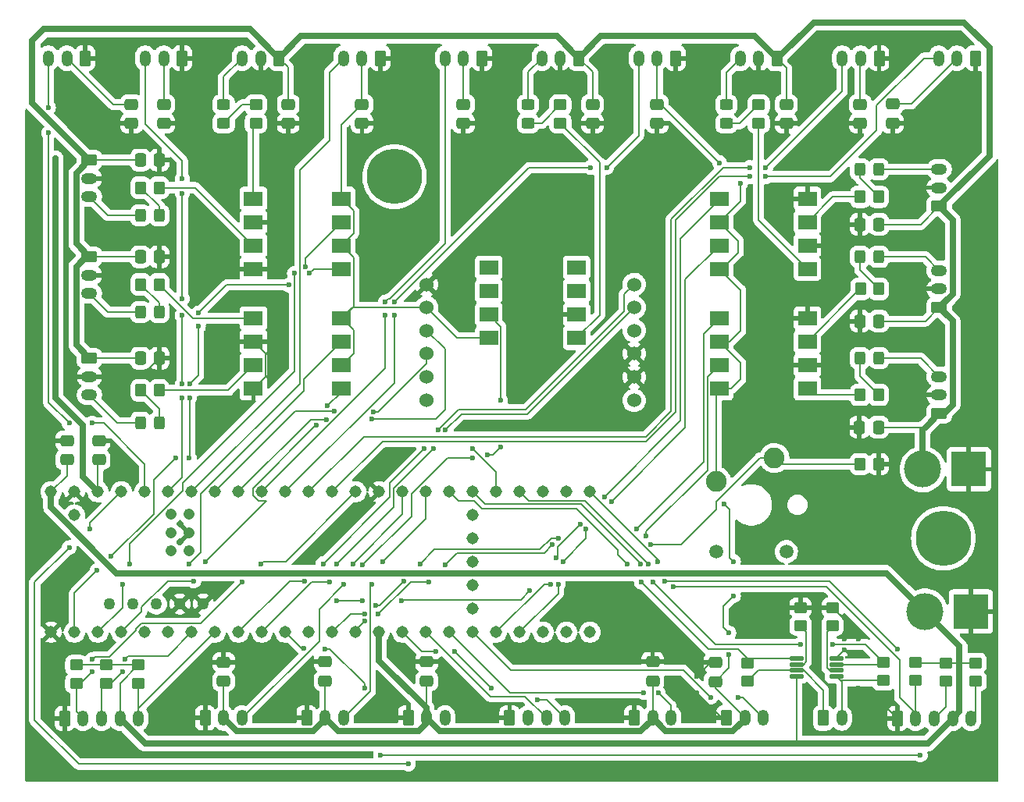
<source format=gtl>
%TF.GenerationSoftware,KiCad,Pcbnew,8.0.2*%
%TF.CreationDate,2024-10-02T19:45:14-04:00*%
%TF.ProjectId,FewawiControlBoard,46657761-7769-4436-9f6e-74726f6c426f,rev?*%
%TF.SameCoordinates,Original*%
%TF.FileFunction,Copper,L1,Top*%
%TF.FilePolarity,Positive*%
%FSLAX46Y46*%
G04 Gerber Fmt 4.6, Leading zero omitted, Abs format (unit mm)*
G04 Created by KiCad (PCBNEW 8.0.2) date 2024-10-02 19:45:14*
%MOMM*%
%LPD*%
G01*
G04 APERTURE LIST*
G04 Aperture macros list*
%AMRoundRect*
0 Rectangle with rounded corners*
0 $1 Rounding radius*
0 $2 $3 $4 $5 $6 $7 $8 $9 X,Y pos of 4 corners*
0 Add a 4 corners polygon primitive as box body*
4,1,4,$2,$3,$4,$5,$6,$7,$8,$9,$2,$3,0*
0 Add four circle primitives for the rounded corners*
1,1,$1+$1,$2,$3*
1,1,$1+$1,$4,$5*
1,1,$1+$1,$6,$7*
1,1,$1+$1,$8,$9*
0 Add four rect primitives between the rounded corners*
20,1,$1+$1,$2,$3,$4,$5,0*
20,1,$1+$1,$4,$5,$6,$7,0*
20,1,$1+$1,$6,$7,$8,$9,0*
20,1,$1+$1,$8,$9,$2,$3,0*%
G04 Aperture macros list end*
%TA.AperFunction,SMDPad,CuDef*%
%ADD10RoundRect,0.250000X0.475000X-0.337500X0.475000X0.337500X-0.475000X0.337500X-0.475000X-0.337500X0*%
%TD*%
%TA.AperFunction,ComponentPad*%
%ADD11RoundRect,0.250000X-0.625000X0.350000X-0.625000X-0.350000X0.625000X-0.350000X0.625000X0.350000X0*%
%TD*%
%TA.AperFunction,ComponentPad*%
%ADD12O,1.750000X1.200000*%
%TD*%
%TA.AperFunction,SMDPad,CuDef*%
%ADD13RoundRect,0.250000X0.450000X-0.325000X0.450000X0.325000X-0.450000X0.325000X-0.450000X-0.325000X0*%
%TD*%
%TA.AperFunction,ComponentPad*%
%ADD14RoundRect,0.250000X0.625000X-0.350000X0.625000X0.350000X-0.625000X0.350000X-0.625000X-0.350000X0*%
%TD*%
%TA.AperFunction,ComponentPad*%
%ADD15RoundRect,0.250000X-0.350000X-0.625000X0.350000X-0.625000X0.350000X0.625000X-0.350000X0.625000X0*%
%TD*%
%TA.AperFunction,ComponentPad*%
%ADD16O,1.200000X1.750000*%
%TD*%
%TA.AperFunction,SMDPad,CuDef*%
%ADD17RoundRect,0.250000X0.450000X-0.350000X0.450000X0.350000X-0.450000X0.350000X-0.450000X-0.350000X0*%
%TD*%
%TA.AperFunction,SMDPad,CuDef*%
%ADD18RoundRect,0.060000X0.675000X0.180000X-0.675000X0.180000X-0.675000X-0.180000X0.675000X-0.180000X0*%
%TD*%
%TA.AperFunction,SMDPad,CuDef*%
%ADD19RoundRect,0.250000X0.350000X0.450000X-0.350000X0.450000X-0.350000X-0.450000X0.350000X-0.450000X0*%
%TD*%
%TA.AperFunction,SMDPad,CuDef*%
%ADD20RoundRect,0.250000X-0.350000X-0.450000X0.350000X-0.450000X0.350000X0.450000X-0.350000X0.450000X0*%
%TD*%
%TA.AperFunction,SMDPad,CuDef*%
%ADD21RoundRect,0.250000X-0.475000X0.337500X-0.475000X-0.337500X0.475000X-0.337500X0.475000X0.337500X0*%
%TD*%
%TA.AperFunction,SMDPad,CuDef*%
%ADD22RoundRect,0.250000X-0.337500X-0.475000X0.337500X-0.475000X0.337500X0.475000X-0.337500X0.475000X0*%
%TD*%
%TA.AperFunction,SMDPad,CuDef*%
%ADD23RoundRect,0.250000X-0.325000X-0.450000X0.325000X-0.450000X0.325000X0.450000X-0.325000X0.450000X0*%
%TD*%
%TA.AperFunction,SMDPad,CuDef*%
%ADD24RoundRect,0.250000X0.337500X0.475000X-0.337500X0.475000X-0.337500X-0.475000X0.337500X-0.475000X0*%
%TD*%
%TA.AperFunction,SMDPad,CuDef*%
%ADD25RoundRect,0.250000X-0.450000X0.350000X-0.450000X-0.350000X0.450000X-0.350000X0.450000X0.350000X0*%
%TD*%
%TA.AperFunction,SMDPad,CuDef*%
%ADD26R,2.000000X1.600000*%
%TD*%
%TA.AperFunction,ComponentPad*%
%ADD27RoundRect,0.250000X0.350000X0.625000X-0.350000X0.625000X-0.350000X-0.625000X0.350000X-0.625000X0*%
%TD*%
%TA.AperFunction,ComponentPad*%
%ADD28C,1.308000*%
%TD*%
%TA.AperFunction,ComponentPad*%
%ADD29C,1.258000*%
%TD*%
%TA.AperFunction,ComponentPad*%
%ADD30C,1.208000*%
%TD*%
%TA.AperFunction,ComponentPad*%
%ADD31C,6.000000*%
%TD*%
%TA.AperFunction,ComponentPad*%
%ADD32R,3.800000X3.800000*%
%TD*%
%TA.AperFunction,ComponentPad*%
%ADD33C,4.000000*%
%TD*%
%TA.AperFunction,SMDPad,CuDef*%
%ADD34RoundRect,0.250000X0.325000X0.450000X-0.325000X0.450000X-0.325000X-0.450000X0.325000X-0.450000X0*%
%TD*%
%TA.AperFunction,ComponentPad*%
%ADD35C,1.508000*%
%TD*%
%TA.AperFunction,ComponentPad*%
%ADD36C,2.250000*%
%TD*%
%TA.AperFunction,ComponentPad*%
%ADD37C,1.524000*%
%TD*%
%TA.AperFunction,ViaPad*%
%ADD38C,0.600000*%
%TD*%
%TA.AperFunction,Conductor*%
%ADD39C,0.700000*%
%TD*%
%TA.AperFunction,Conductor*%
%ADD40C,0.200000*%
%TD*%
G04 APERTURE END LIST*
D10*
%TO.P,C3,1*%
%TO.N,GND*%
X125480000Y-66977500D03*
%TO.P,C3,2*%
%TO.N,+12V*%
X125480000Y-64902500D03*
%TD*%
D11*
%TO.P,J6,1,Pin_1*%
%TO.N,+12V*%
X103930000Y-81440000D03*
D12*
%TO.P,J6,2,Pin_2*%
%TO.N,GND*%
X103930000Y-83440000D03*
%TO.P,J6,3,Pin_3*%
%TO.N,OCT_60L*%
X103930000Y-85440000D03*
%TD*%
D13*
%TO.P,D9,1,K*%
%TO.N,Net-(D9-K)*%
X151480000Y-66965000D03*
%TO.P,D9,2,A*%
%TO.N,OCT_Mid*%
X151480000Y-64915000D03*
%TD*%
D14*
%TO.P,J11,1,Pin_1*%
%TO.N,+12V*%
X196030000Y-86940000D03*
D12*
%TO.P,J11,2,Pin_2*%
%TO.N,GND*%
X196030000Y-84940000D03*
%TO.P,J11,3,Pin_3*%
%TO.N,OCT_60R*%
X196030000Y-82940000D03*
%TD*%
D15*
%TO.P,J22,1,Pin_1*%
%TO.N,GND*%
X116480000Y-131490000D03*
D16*
%TO.P,J22,2,Pin_2*%
%TO.N,+3.3V*%
X118480000Y-131490000D03*
%TO.P,J22,3,Pin_3*%
%TO.N,LS_BL2*%
X120480000Y-131490000D03*
%TD*%
D17*
%TO.P,R1,1*%
%TO.N,EncL_Pin5*%
X109250000Y-127750000D03*
%TO.P,R1,2*%
%TO.N,+5V*%
X109250000Y-125750000D03*
%TD*%
D18*
%TO.P,U4,1*%
%TO.N,Signal2*%
X184900000Y-126975000D03*
%TO.P,U4,2*%
%TO.N,Net-(R8-Pad2)*%
X184900000Y-126325000D03*
%TO.P,U4,3*%
%TO.N,MD_InputSignal2*%
X184900000Y-125675000D03*
%TO.P,U4,4,GND*%
%TO.N,GND*%
X184900000Y-125025000D03*
%TO.P,U4,5*%
%TO.N,MD_InputSignal1*%
X180600000Y-125025000D03*
%TO.P,U4,6*%
%TO.N,Net-(R9-Pad1)*%
X180600000Y-125675000D03*
%TO.P,U4,7*%
%TO.N,Signal1*%
X180600000Y-126325000D03*
%TO.P,U4,8,VCC+*%
%TO.N,+5V*%
X180600000Y-126975000D03*
%TD*%
D19*
%TO.P,R16,1*%
%TO.N,Net-(D7-K)*%
X189480000Y-96440000D03*
%TO.P,R16,2*%
%TO.N,Net-(Q5-Pad1)*%
X187480000Y-96440000D03*
%TD*%
D20*
%TO.P,R12,1*%
%TO.N,Net-(D3-K)*%
X109480000Y-84440000D03*
%TO.P,R12,2*%
%TO.N,Net-(Q3-Pad1)*%
X111480000Y-84440000D03*
%TD*%
D21*
%TO.P,C20,1*%
%TO.N,+3.3V*%
X187480000Y-64902500D03*
%TO.P,C20,2*%
%TO.N,GND*%
X187480000Y-66977500D03*
%TD*%
D22*
%TO.P,C11,1*%
%TO.N,GND*%
X187405000Y-99940000D03*
%TO.P,C11,2*%
%TO.N,+12V*%
X189480000Y-99940000D03*
%TD*%
D15*
%TO.P,J16,1,Pin_1*%
%TO.N,GND*%
X127480000Y-131490000D03*
D16*
%TO.P,J16,2,Pin_2*%
%TO.N,+3.3V*%
X129480000Y-131490000D03*
%TO.P,J16,3,Pin_3*%
%TO.N,LS_BL1*%
X131480000Y-131490000D03*
%TD*%
D23*
%TO.P,D8,1,K*%
%TO.N,Net-(D8-K)*%
X187455000Y-81440000D03*
%TO.P,D8,2,A*%
%TO.N,OCT_60R*%
X189505000Y-81440000D03*
%TD*%
D24*
%TO.P,C6,1*%
%TO.N,GND*%
X111517500Y-81440000D03*
%TO.P,C6,2*%
%TO.N,+12V*%
X109442500Y-81440000D03*
%TD*%
D25*
%TO.P,R18,1*%
%TO.N,Net-(D9-K)*%
X154980000Y-64940000D03*
%TO.P,R18,2*%
%TO.N,Net-(Q6-Pad1)*%
X154980000Y-66940000D03*
%TD*%
D15*
%TO.P,J2,1,Pin_1*%
%TO.N,GND*%
X191500000Y-131550000D03*
D16*
%TO.P,J2,2,Pin_2*%
%TO.N,EncR_Pin2*%
X193500000Y-131550000D03*
%TO.P,J2,3,Pin_3*%
%TO.N,EncR_Pin3*%
X195500000Y-131550000D03*
%TO.P,J2,4,Pin_4*%
%TO.N,+5V*%
X197500000Y-131550000D03*
%TO.P,J2,5,Pin_5*%
%TO.N,EncR_Pin5*%
X199500000Y-131550000D03*
%TD*%
D26*
%TO.P,Q3,1,1*%
%TO.N,Net-(Q3-Pad1)*%
X121710000Y-88130000D03*
%TO.P,Q3,2,2*%
%TO.N,GND*%
X121710000Y-90670000D03*
%TO.P,Q3,3,3*%
%TO.N,Net-(Q3-Pad3)*%
X121710000Y-93210000D03*
%TO.P,Q3,4,4*%
%TO.N,GND*%
X121710000Y-95750000D03*
%TO.P,Q3,5,5*%
%TO.N,DS_90L*%
X131250000Y-95750000D03*
%TO.P,Q3,6,6*%
%TO.N,+3.3V*%
X131250000Y-93210000D03*
%TO.P,Q3,7,7*%
%TO.N,DS_60L*%
X131250000Y-90670000D03*
%TO.P,Q3,8,8*%
%TO.N,+3.3V*%
X131250000Y-88130000D03*
%TD*%
D27*
%TO.P,J20,1,Pin_1*%
%TO.N,GND*%
X113980000Y-59890000D03*
D16*
%TO.P,J20,2,Pin_2*%
%TO.N,+3.3V*%
X111980000Y-59890000D03*
%TO.P,J20,3,Pin_3*%
%TO.N,LS_LF2*%
X109980000Y-59890000D03*
%TD*%
D27*
%TO.P,J8,1,Pin_1*%
%TO.N,+12V*%
X156980000Y-59890000D03*
D16*
%TO.P,J8,2,Pin_2*%
%TO.N,GND*%
X154980000Y-59890000D03*
%TO.P,J8,3,Pin_3*%
%TO.N,OCT_Mid*%
X152980000Y-59890000D03*
%TD*%
D28*
%TO.P,U1,0,RX1*%
%TO.N,DS_45L*%
X102310000Y-122180000D03*
%TO.P,U1,1,TX1*%
%TO.N,DS_FL*%
X104850000Y-122180000D03*
%TO.P,U1,2,OUT2*%
%TO.N,DS_90L*%
X107390000Y-122180000D03*
%TO.P,U1,3,LRCLK2*%
%TO.N,DS_60L*%
X109930000Y-122180000D03*
%TO.P,U1,3.3V_1,3.3V*%
%TO.N,+3.3V*%
X135330000Y-122180000D03*
%TO.P,U1,3.3V_2,3.3V*%
X104850000Y-106940000D03*
%TO.P,U1,3.3V_3,3.3V*%
X145490000Y-117100000D03*
%TO.P,U1,4,BCLK2*%
%TO.N,Button1*%
X112470000Y-122180000D03*
%TO.P,U1,5,IN2*%
%TO.N,EncL_Pin3*%
X115010000Y-122180000D03*
D29*
%TO.P,U1,5V,5V*%
%TO.N,+5V*%
X106120000Y-119130000D03*
D28*
%TO.P,U1,6,OUT1D*%
%TO.N,EncL_Pin5*%
X117550000Y-122180000D03*
%TO.P,U1,7,RX2*%
%TO.N,IMU_INT2*%
X120090000Y-122180000D03*
%TO.P,U1,8,TX2*%
%TO.N,IMU_INT1*%
X122630000Y-122180000D03*
%TO.P,U1,9,OUT1C*%
%TO.N,EncR_Pin3*%
X125170000Y-122180000D03*
%TO.P,U1,10,CS1*%
%TO.N,DS_Mid*%
X127710000Y-122180000D03*
%TO.P,U1,11,MOSI*%
%TO.N,DS_60R*%
X130250000Y-122180000D03*
%TO.P,U1,12,MISO*%
%TO.N,DS_90R*%
X132790000Y-122180000D03*
%TO.P,U1,13,SCK*%
%TO.N,EncL_Pin2*%
X132790000Y-106940000D03*
%TO.P,U1,14,A0*%
%TO.N,LS_RF1*%
X130250000Y-106940000D03*
%TO.P,U1,15,A1*%
%TO.N,LS_RF2*%
X127710000Y-106940000D03*
%TO.P,U1,16,A2*%
%TO.N,LS_PlowRight*%
X125170000Y-106940000D03*
%TO.P,U1,17,A3*%
%TO.N,LS_PlowMid*%
X122630000Y-106940000D03*
%TO.P,U1,18,A4*%
%TO.N,IMU_SDA*%
X120090000Y-106940000D03*
%TO.P,U1,19,A5*%
%TO.N,IMU_SCL*%
X117550000Y-106940000D03*
%TO.P,U1,20,A6*%
%TO.N,LS_PlowLeft*%
X115010000Y-106940000D03*
%TO.P,U1,21,A7*%
%TO.N,LS_LF2*%
X112470000Y-106940000D03*
%TO.P,U1,22,A8*%
%TO.N,LS_LF1*%
X109930000Y-106940000D03*
%TO.P,U1,23,A9*%
%TO.N,StartMod*%
X107390000Y-106940000D03*
%TO.P,U1,24,A10*%
%TO.N,LCD_SCL*%
X137870000Y-122180000D03*
%TO.P,U1,25,A11*%
%TO.N,LCD_SDA*%
X140410000Y-122180000D03*
%TO.P,U1,26,A12*%
%TO.N,LS_BR1*%
X142950000Y-122180000D03*
%TO.P,U1,27,A13*%
%TO.N,LS_BR2*%
X145490000Y-122180000D03*
%TO.P,U1,28,RX7*%
%TO.N,DS_45R*%
X148030000Y-122180000D03*
%TO.P,U1,29,TX7*%
%TO.N,DS_FR*%
X150570000Y-122180000D03*
%TO.P,U1,30,CRX3*%
%TO.N,unconnected-(U1-CRX3-Pad30)*%
X153110000Y-122180000D03*
%TO.P,U1,31,CTX3*%
%TO.N,unconnected-(U1-CTX3-Pad31)*%
X155650000Y-122180000D03*
%TO.P,U1,32,OUT1B*%
%TO.N,unconnected-(U1-OUT1B-Pad32)*%
X158190000Y-122180000D03*
%TO.P,U1,33,MCLK2*%
%TO.N,EncR_Pin2*%
X158190000Y-106940000D03*
%TO.P,U1,34,RX8*%
%TO.N,unconnected-(U1-RX8-Pad34)*%
X155650000Y-106940000D03*
%TO.P,U1,35,TX8*%
%TO.N,unconnected-(U1-TX8-Pad35)*%
X153110000Y-106940000D03*
%TO.P,U1,36,CS2*%
%TO.N,EncR_Pin5*%
X150570000Y-106940000D03*
%TO.P,U1,37,CS3*%
%TO.N,IMU_CS*%
X148030000Y-106940000D03*
%TO.P,U1,38,A14*%
%TO.N,MD_InputSignal2*%
X145490000Y-106940000D03*
%TO.P,U1,39,A15*%
%TO.N,MD_InputSignal1*%
X142950000Y-106940000D03*
%TO.P,U1,40,A16*%
%TO.N,LS_BL1*%
X140410000Y-106940000D03*
%TO.P,U1,41,A17*%
%TO.N,LS_BL2*%
X137870000Y-106940000D03*
D29*
%TO.P,U1,D+,D+*%
%TO.N,unconnected-(U1-PadD+)*%
X111200000Y-119130000D03*
%TO.P,U1,D-,D-*%
%TO.N,unconnected-(U1-PadD-)*%
X108660000Y-119130000D03*
D28*
%TO.P,U1,GND1,GND*%
%TO.N,GND*%
X99770000Y-122180000D03*
%TO.P,U1,GND2,GND*%
X135330000Y-106940000D03*
%TO.P,U1,GND3,GND*%
X102310000Y-106940000D03*
%TO.P,U1,GND4,GND*%
X145490000Y-114560000D03*
D30*
%TO.P,U1,GND5,GND*%
X114740000Y-111390000D03*
%TO.P,U1,LED,LED*%
%TO.N,unconnected-(U1-PadLED)*%
X112740000Y-111390000D03*
D28*
%TO.P,U1,ON/OFF,ON/OFF*%
%TO.N,unconnected-(U1-PadON{slash}OFF)*%
X145490000Y-109480000D03*
%TO.P,U1,PROGRAM,PROGRAM*%
%TO.N,unconnected-(U1-PadPROGRAM)*%
X145490000Y-112020000D03*
D30*
%TO.P,U1,R+,R+*%
%TO.N,unconnected-(U1-PadR+)*%
X112740000Y-109390000D03*
%TO.P,U1,R-,R-*%
%TO.N,unconnected-(U1-PadR-)*%
X114740000Y-109390000D03*
%TO.P,U1,T+,T+*%
%TO.N,unconnected-(U1-PadT+)*%
X114740000Y-113390000D03*
%TO.P,U1,T-,T-*%
%TO.N,unconnected-(U1-PadT-)*%
X112740000Y-113390000D03*
D29*
%TO.P,U1,USB_GND1,USB_GND*%
%TO.N,GND*%
X113740000Y-119130000D03*
%TO.P,U1,USB_GND2,USB_GND*%
X116280000Y-119130000D03*
D28*
%TO.P,U1,VBAT,VBAT*%
%TO.N,unconnected-(U1-PadVBAT)*%
X145490000Y-119640000D03*
%TO.P,U1,VIN,VIN*%
%TO.N,+5V*%
X99770000Y-106940000D03*
%TO.P,U1,VUSB,VUSB*%
%TO.N,unconnected-(U1-PadVUSB)*%
X102310000Y-109480000D03*
%TD*%
D26*
%TO.P,Q4,1,1*%
%TO.N,Net-(Q4-Pad1)*%
X181750000Y-82750000D03*
%TO.P,Q4,2,2*%
%TO.N,GND*%
X181750000Y-80210000D03*
%TO.P,Q4,3,3*%
%TO.N,Net-(Q4-Pad3)*%
X181750000Y-77670000D03*
%TO.P,Q4,4,4*%
%TO.N,GND*%
X181750000Y-75130000D03*
%TO.P,Q4,5,5*%
%TO.N,DS_45R*%
X172210000Y-75130000D03*
%TO.P,Q4,6,6*%
%TO.N,+3.3V*%
X172210000Y-77670000D03*
%TO.P,Q4,7,7*%
%TO.N,DS_FR*%
X172210000Y-80210000D03*
%TO.P,Q4,8,8*%
%TO.N,+3.3V*%
X172210000Y-82750000D03*
%TD*%
D31*
%TO.P,REF\u002A\u002A,1*%
%TO.N,N/C*%
X196500000Y-112000000D03*
%TD*%
D20*
%TO.P,R13,1*%
%TO.N,Net-(D4-K)*%
X109480000Y-95940000D03*
%TO.P,R13,2*%
%TO.N,Net-(Q3-Pad3)*%
X111480000Y-95940000D03*
%TD*%
D21*
%TO.P,C17,1*%
%TO.N,+3.3V*%
X133480000Y-64902500D03*
%TO.P,C17,2*%
%TO.N,GND*%
X133480000Y-66977500D03*
%TD*%
D17*
%TO.P,R4,1*%
%TO.N,EncL_Pin3*%
X105750000Y-127750000D03*
%TO.P,R4,2*%
%TO.N,+5V*%
X105750000Y-125750000D03*
%TD*%
D26*
%TO.P,Q5,1,1*%
%TO.N,Net-(Q5-Pad1)*%
X181750000Y-95750000D03*
%TO.P,Q5,2,2*%
%TO.N,GND*%
X181750000Y-93210000D03*
%TO.P,Q5,3,3*%
%TO.N,Net-(Q5-Pad3)*%
X181750000Y-90670000D03*
%TO.P,Q5,4,4*%
%TO.N,GND*%
X181750000Y-88130000D03*
%TO.P,Q5,5,5*%
%TO.N,DS_60R*%
X172210000Y-88130000D03*
%TO.P,Q5,6,6*%
%TO.N,+3.3V*%
X172210000Y-90670000D03*
%TO.P,Q5,7,7*%
%TO.N,DS_90R*%
X172210000Y-93210000D03*
%TO.P,Q5,8,8*%
%TO.N,+3.3V*%
X172210000Y-95750000D03*
%TD*%
D27*
%TO.P,J14,1,Pin_1*%
%TO.N,GND*%
X103480000Y-59890000D03*
D16*
%TO.P,J14,2,Pin_2*%
%TO.N,+3.3V*%
X101480000Y-59890000D03*
%TO.P,J14,3,Pin_3*%
%TO.N,LS_LF1*%
X99480000Y-59890000D03*
%TD*%
D32*
%TO.P,J26,1,Pin_1*%
%TO.N,GND*%
X199250000Y-104500000D03*
D33*
%TO.P,J26,2,Pin_2*%
%TO.N,+12V*%
X194250000Y-104500000D03*
%TD*%
D34*
%TO.P,D3,1,K*%
%TO.N,Net-(D3-K)*%
X111505000Y-87440000D03*
%TO.P,D3,2,A*%
%TO.N,OCT_60L*%
X109455000Y-87440000D03*
%TD*%
D10*
%TO.P,C22,1*%
%TO.N,+3.3V*%
X171750000Y-127537500D03*
%TO.P,C22,2*%
%TO.N,GND*%
X171750000Y-125462500D03*
%TD*%
D35*
%TO.P,U2,BR1*%
%TO.N,N/C*%
X171860000Y-113440000D03*
%TO.P,U2,BR2*%
X179480000Y-113440000D03*
D36*
%TO.P,U2,P$1*%
%TO.N,Button1*%
X178180000Y-103280000D03*
%TO.P,U2,P$2*%
%TO.N,+3.3V*%
X171860000Y-105820000D03*
%TD*%
D21*
%TO.P,C23,1*%
%TO.N,+3.3V*%
X165480000Y-64902500D03*
%TO.P,C23,2*%
%TO.N,GND*%
X165480000Y-66977500D03*
%TD*%
D10*
%TO.P,C2,1*%
%TO.N,+3.3V*%
X104980000Y-103477500D03*
%TO.P,C2,2*%
%TO.N,GND*%
X104980000Y-101402500D03*
%TD*%
D27*
%TO.P,J24,1,Pin_1*%
%TO.N,GND*%
X167480000Y-59890000D03*
D16*
%TO.P,J24,2,Pin_2*%
%TO.N,+3.3V*%
X165480000Y-59890000D03*
%TO.P,J24,3,Pin_3*%
%TO.N,LS_PlowRight*%
X163480000Y-59890000D03*
%TD*%
D21*
%TO.P,C19,1*%
%TO.N,+3.3V*%
X111980000Y-64902500D03*
%TO.P,C19,2*%
%TO.N,GND*%
X111980000Y-66977500D03*
%TD*%
D13*
%TO.P,D1,1,K*%
%TO.N,Net-(D1-K)*%
X118480000Y-66965000D03*
%TO.P,D1,2,A*%
%TO.N,OCT_FL*%
X118480000Y-64915000D03*
%TD*%
D25*
%TO.P,R10,1*%
%TO.N,Net-(D1-K)*%
X121980000Y-64940000D03*
%TO.P,R10,2*%
%TO.N,Net-(Q2-Pad1)*%
X121980000Y-66940000D03*
%TD*%
D26*
%TO.P,Q6,1,1*%
%TO.N,Net-(Q6-Pad1)*%
X156750000Y-90250000D03*
%TO.P,Q6,2,2*%
%TO.N,GND*%
X156750000Y-87710000D03*
%TO.P,Q6,3,3*%
%TO.N,unconnected-(Q6-Pad3)*%
X156750000Y-85170000D03*
%TO.P,Q6,4,4*%
%TO.N,unconnected-(Q6-Pad4)*%
X156750000Y-82630000D03*
%TO.P,Q6,5,5*%
%TO.N,unconnected-(Q6-Pad5)*%
X147210000Y-82630000D03*
%TO.P,Q6,6,6*%
%TO.N,unconnected-(Q6-Pad6)*%
X147210000Y-85170000D03*
%TO.P,Q6,7,7*%
%TO.N,DS_Mid*%
X147210000Y-87710000D03*
%TO.P,Q6,8,8*%
%TO.N,+3.3V*%
X147210000Y-90250000D03*
%TD*%
D10*
%TO.P,C16,1*%
%TO.N,+3.3V*%
X164980000Y-127477500D03*
%TO.P,C16,2*%
%TO.N,GND*%
X164980000Y-125402500D03*
%TD*%
D17*
%TO.P,R5,1*%
%TO.N,EncR_Pin3*%
X196750000Y-127500000D03*
%TO.P,R5,2*%
%TO.N,+5V*%
X196750000Y-125500000D03*
%TD*%
D32*
%TO.P,J27,1,Pin_1*%
%TO.N,GND*%
X199480000Y-119940000D03*
D33*
%TO.P,J27,2,Pin_2*%
%TO.N,+5V*%
X194480000Y-119940000D03*
%TD*%
D14*
%TO.P,J10,1,Pin_1*%
%TO.N,+12V*%
X196030000Y-75940000D03*
D12*
%TO.P,J10,2,Pin_2*%
%TO.N,GND*%
X196030000Y-73940000D03*
%TO.P,J10,3,Pin_3*%
%TO.N,OCT_45R*%
X196030000Y-71940000D03*
%TD*%
D20*
%TO.P,R11,1*%
%TO.N,Net-(D2-K)*%
X109480000Y-73940000D03*
%TO.P,R11,2*%
%TO.N,Net-(Q2-Pad3)*%
X111480000Y-73940000D03*
%TD*%
D13*
%TO.P,D5,1,K*%
%TO.N,Net-(D5-K)*%
X172980000Y-66990000D03*
%TO.P,D5,2,A*%
%TO.N,OCT_FR*%
X172980000Y-64940000D03*
%TD*%
D19*
%TO.P,R15,1*%
%TO.N,Net-(D6-K)*%
X189480000Y-74940000D03*
%TO.P,R15,2*%
%TO.N,Net-(Q4-Pad3)*%
X187480000Y-74940000D03*
%TD*%
D15*
%TO.P,J25,1,Pin_1*%
%TO.N,Signal1*%
X183480000Y-131490000D03*
D16*
%TO.P,J25,2,Pin_2*%
%TO.N,Signal2*%
X185480000Y-131490000D03*
%TD*%
D10*
%TO.P,C8,1*%
%TO.N,GND*%
X158480000Y-66977500D03*
%TO.P,C8,2*%
%TO.N,+12V*%
X158480000Y-64902500D03*
%TD*%
D17*
%TO.P,R9,1*%
%TO.N,Net-(R9-Pad1)*%
X181000000Y-121500000D03*
%TO.P,R9,2*%
%TO.N,GND*%
X181000000Y-119500000D03*
%TD*%
D10*
%TO.P,C15,1*%
%TO.N,+3.3V*%
X129480000Y-127477500D03*
%TO.P,C15,2*%
%TO.N,GND*%
X129480000Y-125402500D03*
%TD*%
D27*
%TO.P,J15,1,Pin_1*%
%TO.N,GND*%
X199980000Y-59890000D03*
D16*
%TO.P,J15,2,Pin_2*%
%TO.N,+3.3V*%
X197980000Y-59890000D03*
%TO.P,J15,3,Pin_3*%
%TO.N,LS_RF1*%
X195980000Y-59890000D03*
%TD*%
D10*
%TO.P,C4,1*%
%TO.N,+3.3V*%
X140480000Y-127477500D03*
%TO.P,C4,2*%
%TO.N,GND*%
X140480000Y-125402500D03*
%TD*%
D27*
%TO.P,J18,1,Pin_1*%
%TO.N,GND*%
X135480000Y-59890000D03*
D16*
%TO.P,J18,2,Pin_2*%
%TO.N,+3.3V*%
X133480000Y-59890000D03*
%TO.P,J18,3,Pin_3*%
%TO.N,LS_PlowLeft*%
X131480000Y-59890000D03*
%TD*%
D19*
%TO.P,R17,1*%
%TO.N,Net-(D8-K)*%
X189500000Y-84940000D03*
%TO.P,R17,2*%
%TO.N,Net-(Q5-Pad3)*%
X187500000Y-84940000D03*
%TD*%
D26*
%TO.P,Q2,1,1*%
%TO.N,Net-(Q2-Pad1)*%
X121710000Y-75130000D03*
%TO.P,Q2,2,2*%
%TO.N,GND*%
X121710000Y-77670000D03*
%TO.P,Q2,3,3*%
%TO.N,Net-(Q2-Pad3)*%
X121710000Y-80210000D03*
%TO.P,Q2,4,4*%
%TO.N,GND*%
X121710000Y-82750000D03*
%TO.P,Q2,5,5*%
%TO.N,DS_45L*%
X131250000Y-82750000D03*
%TO.P,Q2,6,6*%
%TO.N,+3.3V*%
X131250000Y-80210000D03*
%TO.P,Q2,7,7*%
%TO.N,DS_FL*%
X131250000Y-77670000D03*
%TO.P,Q2,8,8*%
%TO.N,+3.3V*%
X131250000Y-75130000D03*
%TD*%
D17*
%TO.P,R19,1*%
%TO.N,Signal2*%
X189980000Y-127440000D03*
%TO.P,R19,2*%
%TO.N,MD_InputSignal2*%
X189980000Y-125440000D03*
%TD*%
D37*
%TO.P,U3,1,GND*%
%TO.N,GND*%
X140480000Y-84440000D03*
%TO.P,U3,2,3V3*%
%TO.N,+3.3V*%
X140480000Y-86940000D03*
%TO.P,U3,3,SDA*%
%TO.N,IMU_SDA*%
X140480000Y-89440000D03*
%TO.P,U3,4,SCL*%
%TO.N,IMU_SCL*%
X140480000Y-91940000D03*
%TO.P,U3,5,POCI*%
%TO.N,unconnected-(U3-POCI-Pad5)*%
X140480000Y-94496000D03*
%TO.P,U3,6,CS*%
%TO.N,IMU_CS*%
X140480000Y-97036000D03*
%TO.P,U3,7,INT2*%
%TO.N,IMU_INT2*%
X162980000Y-84440000D03*
%TO.P,U3,8,INT1*%
%TO.N,IMU_INT1*%
X162980000Y-86940000D03*
%TO.P,U3,9,OCS*%
%TO.N,unconnected-(U3-OCS-Pad9)*%
X162980000Y-89440000D03*
%TO.P,U3,10,SCX*%
%TO.N,GND*%
X162980000Y-91956000D03*
%TO.P,U3,11,SDX*%
X162980000Y-94496000D03*
%TO.P,U3,12,POCIX*%
%TO.N,unconnected-(U3-POCIX-Pad12)*%
X162980000Y-97036000D03*
%TD*%
D22*
%TO.P,C9,1*%
%TO.N,GND*%
X187442500Y-77940000D03*
%TO.P,C9,2*%
%TO.N,+12V*%
X189517500Y-77940000D03*
%TD*%
D23*
%TO.P,D6,1,K*%
%TO.N,Net-(D6-K)*%
X187430000Y-71940000D03*
%TO.P,D6,2,A*%
%TO.N,OCT_45R*%
X189480000Y-71940000D03*
%TD*%
%TO.P,D7,1,K*%
%TO.N,Net-(D7-K)*%
X187455000Y-92440000D03*
%TO.P,D7,2,A*%
%TO.N,OCT_90R*%
X189505000Y-92440000D03*
%TD*%
D21*
%TO.P,C1,1*%
%TO.N,GND*%
X101480000Y-101402500D03*
%TO.P,C1,2*%
%TO.N,+5V*%
X101480000Y-103477500D03*
%TD*%
D27*
%TO.P,J3,1,Pin_1*%
%TO.N,+12V*%
X124480000Y-59890000D03*
D16*
%TO.P,J3,2,Pin_2*%
%TO.N,GND*%
X122480000Y-59890000D03*
%TO.P,J3,3,Pin_3*%
%TO.N,OCT_FL*%
X120480000Y-59890000D03*
%TD*%
D15*
%TO.P,J4,1,Pin_1*%
%TO.N,GND*%
X138480000Y-131490000D03*
D16*
%TO.P,J4,2,Pin_2*%
%TO.N,+3.3V*%
X140480000Y-131490000D03*
%TO.P,J4,3,Pin_3*%
%TO.N,StartMod*%
X142480000Y-131490000D03*
%TD*%
D10*
%TO.P,C21,1*%
%TO.N,+3.3V*%
X118480000Y-127515000D03*
%TO.P,C21,2*%
%TO.N,GND*%
X118480000Y-125440000D03*
%TD*%
D15*
%TO.P,J23,1,Pin_1*%
%TO.N,GND*%
X172980000Y-131490000D03*
D16*
%TO.P,J23,2,Pin_2*%
%TO.N,+3.3V*%
X174980000Y-131490000D03*
%TO.P,J23,3,Pin_3*%
%TO.N,LS_BR2*%
X176980000Y-131490000D03*
%TD*%
D17*
%TO.P,R7,1*%
%TO.N,EncR_Pin2*%
X193500000Y-127440000D03*
%TO.P,R7,2*%
%TO.N,+5V*%
X193500000Y-125440000D03*
%TD*%
D15*
%TO.P,J9,1,Pin_1*%
%TO.N,GND*%
X149480000Y-131490000D03*
D16*
%TO.P,J9,2,Pin_2*%
%TO.N,+5V*%
X151480000Y-131490000D03*
%TO.P,J9,3,Pin_3*%
%TO.N,LCD_SDA*%
X153480000Y-131490000D03*
%TO.P,J9,4,Pin_4*%
%TO.N,LCD_SCL*%
X155480000Y-131490000D03*
%TD*%
D17*
%TO.P,R20,1*%
%TO.N,Signal1*%
X175250000Y-127500000D03*
%TO.P,R20,2*%
%TO.N,MD_InputSignal1*%
X175250000Y-125500000D03*
%TD*%
D15*
%TO.P,J17,1,Pin_1*%
%TO.N,GND*%
X162980000Y-131490000D03*
D16*
%TO.P,J17,2,Pin_2*%
%TO.N,+3.3V*%
X164980000Y-131490000D03*
%TO.P,J17,3,Pin_3*%
%TO.N,LS_BR1*%
X166980000Y-131490000D03*
%TD*%
D27*
%TO.P,J19,1,Pin_1*%
%TO.N,GND*%
X146480000Y-59890000D03*
D16*
%TO.P,J19,2,Pin_2*%
%TO.N,+3.3V*%
X144480000Y-59890000D03*
%TO.P,J19,3,Pin_3*%
%TO.N,LS_PlowMid*%
X142480000Y-59890000D03*
%TD*%
D22*
%TO.P,C10,1*%
%TO.N,GND*%
X187442500Y-88440000D03*
%TO.P,C10,2*%
%TO.N,+12V*%
X189517500Y-88440000D03*
%TD*%
D27*
%TO.P,J13,1,Pin_1*%
%TO.N,+12V*%
X178480000Y-59940000D03*
D16*
%TO.P,J13,2,Pin_2*%
%TO.N,GND*%
X176480000Y-59940000D03*
%TO.P,J13,3,Pin_3*%
%TO.N,OCT_FR*%
X174480000Y-59940000D03*
%TD*%
D21*
%TO.P,C18,1*%
%TO.N,+3.3V*%
X144480000Y-64902500D03*
%TO.P,C18,2*%
%TO.N,GND*%
X144480000Y-66977500D03*
%TD*%
D20*
%TO.P,R3,1*%
%TO.N,Button1*%
X187480000Y-103940000D03*
%TO.P,R3,2*%
%TO.N,GND*%
X189480000Y-103940000D03*
%TD*%
D34*
%TO.P,D2,1,K*%
%TO.N,Net-(D2-K)*%
X111505000Y-76940000D03*
%TO.P,D2,2,A*%
%TO.N,OCT_45L*%
X109455000Y-76940000D03*
%TD*%
D14*
%TO.P,J12,1,Pin_1*%
%TO.N,+12V*%
X196030000Y-98440000D03*
D12*
%TO.P,J12,2,Pin_2*%
%TO.N,GND*%
X196030000Y-96440000D03*
%TO.P,J12,3,Pin_3*%
%TO.N,OCT_90R*%
X196030000Y-94440000D03*
%TD*%
D24*
%TO.P,C7,1*%
%TO.N,GND*%
X111517500Y-92440000D03*
%TO.P,C7,2*%
%TO.N,+12V*%
X109442500Y-92440000D03*
%TD*%
D11*
%TO.P,J7,1,Pin_1*%
%TO.N,+12V*%
X103930000Y-92440000D03*
D12*
%TO.P,J7,2,Pin_2*%
%TO.N,GND*%
X103930000Y-94440000D03*
%TO.P,J7,3,Pin_3*%
%TO.N,OCT_90L*%
X103930000Y-96440000D03*
%TD*%
D15*
%TO.P,J1,1,Pin_1*%
%TO.N,GND*%
X101250000Y-131550000D03*
D16*
%TO.P,J1,2,Pin_2*%
%TO.N,EncL_Pin2*%
X103250000Y-131550000D03*
%TO.P,J1,3,Pin_3*%
%TO.N,EncL_Pin3*%
X105250000Y-131550000D03*
%TO.P,J1,4,Pin_4*%
%TO.N,+5V*%
X107250000Y-131550000D03*
%TO.P,J1,5,Pin_5*%
%TO.N,EncL_Pin5*%
X109250000Y-131550000D03*
%TD*%
D10*
%TO.P,C12,1*%
%TO.N,GND*%
X179480000Y-66977500D03*
%TO.P,C12,2*%
%TO.N,+12V*%
X179480000Y-64902500D03*
%TD*%
D34*
%TO.P,D4,1,K*%
%TO.N,Net-(D4-K)*%
X111505000Y-99440000D03*
%TO.P,D4,2,A*%
%TO.N,OCT_90L*%
X109455000Y-99440000D03*
%TD*%
D24*
%TO.P,C5,1*%
%TO.N,GND*%
X111517500Y-70940000D03*
%TO.P,C5,2*%
%TO.N,+12V*%
X109442500Y-70940000D03*
%TD*%
D21*
%TO.P,C13,1*%
%TO.N,+3.3V*%
X108480000Y-64902500D03*
%TO.P,C13,2*%
%TO.N,GND*%
X108480000Y-66977500D03*
%TD*%
D25*
%TO.P,R14,1*%
%TO.N,Net-(D5-K)*%
X176480000Y-64940000D03*
%TO.P,R14,2*%
%TO.N,Net-(Q4-Pad1)*%
X176480000Y-66940000D03*
%TD*%
D31*
%TO.P,REF\u002A\u002A,1*%
%TO.N,N/C*%
X137000000Y-72750000D03*
%TD*%
D17*
%TO.P,R2,1*%
%TO.N,EncR_Pin5*%
X200000000Y-127500000D03*
%TO.P,R2,2*%
%TO.N,+5V*%
X200000000Y-125500000D03*
%TD*%
%TO.P,R6,1*%
%TO.N,EncL_Pin2*%
X102500000Y-127750000D03*
%TO.P,R6,2*%
%TO.N,+5V*%
X102500000Y-125750000D03*
%TD*%
D11*
%TO.P,J5,1,Pin_1*%
%TO.N,+12V*%
X103930000Y-70940000D03*
D12*
%TO.P,J5,2,Pin_2*%
%TO.N,GND*%
X103930000Y-72940000D03*
%TO.P,J5,3,Pin_3*%
%TO.N,OCT_45L*%
X103930000Y-74940000D03*
%TD*%
D27*
%TO.P,J21,1,Pin_1*%
%TO.N,GND*%
X189530000Y-59890000D03*
D16*
%TO.P,J21,2,Pin_2*%
%TO.N,+3.3V*%
X187530000Y-59890000D03*
%TO.P,J21,3,Pin_3*%
%TO.N,LS_RF2*%
X185530000Y-59890000D03*
%TD*%
D25*
%TO.P,R8,1*%
%TO.N,GND*%
X184500000Y-119500000D03*
%TO.P,R8,2*%
%TO.N,Net-(R8-Pad2)*%
X184500000Y-121500000D03*
%TD*%
D21*
%TO.P,C14,1*%
%TO.N,+3.3V*%
X190980000Y-64865000D03*
%TO.P,C14,2*%
%TO.N,GND*%
X190980000Y-66940000D03*
%TD*%
D38*
%TO.N,+5V*%
X153250000Y-134250000D03*
%TO.N,GND*%
X187250000Y-128250000D03*
X169799265Y-126950735D03*
X124250000Y-86000000D03*
X187250000Y-122900000D03*
X185250000Y-73750000D03*
X185750000Y-122900000D03*
X185750000Y-124100000D03*
X186500000Y-62750000D03*
X169750000Y-128750000D03*
X107500000Y-104250000D03*
%TO.N,+3.3V*%
X174500000Y-73500000D03*
X173250000Y-122250000D03*
X100250000Y-70750000D03*
X172250000Y-71250000D03*
X172750000Y-108250000D03*
X173750000Y-114500000D03*
X173250000Y-124600000D03*
X173750000Y-118250000D03*
%TO.N,EncL_Pin2*%
X104250000Y-126500000D03*
X122500000Y-114750000D03*
X120500000Y-116750000D03*
X104250000Y-125150000D03*
%TO.N,EncL_Pin3*%
X107750000Y-125150000D03*
X107500000Y-126500000D03*
%TO.N,EncR_Pin5*%
X164500000Y-114750000D03*
X166250000Y-116614000D03*
X191500000Y-124000000D03*
%TO.N,EncR_Pin2*%
X167250000Y-117250000D03*
X165500000Y-114500000D03*
%TO.N,EncR_Pin3*%
X127185735Y-123935735D03*
X129500000Y-124000000D03*
X194000000Y-135500000D03*
X133750000Y-128250000D03*
X135500000Y-135500000D03*
%TO.N,StartMod*%
X138500000Y-136500000D03*
X101750000Y-113000000D03*
X104000000Y-111000000D03*
%TO.N,LCD_SCL*%
X143500000Y-124250000D03*
X152500000Y-129500000D03*
X147500000Y-128250000D03*
X141500000Y-124250000D03*
%TO.N,LS_LF1*%
X99500000Y-68000000D03*
X99500000Y-65250000D03*
X101750000Y-99500000D03*
X104250000Y-99500000D03*
%TO.N,LS_RF1*%
X177250000Y-72750000D03*
X175500000Y-72750000D03*
%TO.N,LS_BL1*%
X135750000Y-114500000D03*
X134500000Y-117000000D03*
%TO.N,LS_BR1*%
X165580000Y-128750000D03*
X164000000Y-128750000D03*
%TO.N,LS_PlowMid*%
X136000000Y-87750000D03*
X136000000Y-86340000D03*
%TO.N,LS_LF2*%
X113970735Y-87779265D03*
X114000000Y-86000000D03*
X114000000Y-73000000D03*
X114000000Y-96750000D03*
X114000000Y-74540000D03*
X114000000Y-95250000D03*
%TO.N,LS_RF2*%
X177250000Y-71750000D03*
X175500000Y-71750000D03*
%TO.N,LS_BL2*%
X132500000Y-114750000D03*
X131500000Y-117000000D03*
%TO.N,LS_BR2*%
X174250000Y-129250000D03*
X171250000Y-129250000D03*
%TO.N,LS_PlowRight*%
X137000000Y-86340000D03*
X158250000Y-71750000D03*
X137000000Y-87750000D03*
X160000000Y-71750000D03*
%TO.N,DS_45L*%
X127750000Y-83250000D03*
X113250000Y-103250000D03*
X114800003Y-96750000D03*
X106289684Y-113960316D03*
X114800003Y-95250000D03*
X115750000Y-87530000D03*
X115750000Y-89000000D03*
X125550000Y-84500000D03*
X104750000Y-115500000D03*
X114750000Y-103250000D03*
%TO.N,DS_FL*%
X127350000Y-82500000D03*
X108250000Y-114750000D03*
X107500000Y-117000000D03*
X126150000Y-83250000D03*
%TO.N,DS_90L*%
X115250000Y-116614000D03*
X116500000Y-114500000D03*
X129750000Y-97635735D03*
X128500000Y-99750000D03*
%TO.N,DS_60L*%
X114750000Y-114750000D03*
%TO.N,DS_FR*%
X154750000Y-117000000D03*
X155250000Y-114500000D03*
X157750000Y-111000000D03*
X160500000Y-108000000D03*
%TO.N,DS_45R*%
X159750000Y-107500000D03*
X154534456Y-114142228D03*
X157184313Y-110434313D03*
X153949997Y-117000000D03*
%TO.N,DS_90R*%
X154129499Y-112695793D03*
X142500000Y-114914000D03*
X140750000Y-116750000D03*
X135250000Y-120250000D03*
X164250000Y-111750000D03*
X133750000Y-121000000D03*
%TO.N,DS_60R*%
X154750000Y-112000000D03*
X163250000Y-111000000D03*
X133750000Y-120199997D03*
X135000000Y-119250000D03*
X138000000Y-116614000D03*
X139750000Y-114750000D03*
%TO.N,DS_Mid*%
X147049265Y-102950735D03*
X148500000Y-97000000D03*
X145500000Y-103250000D03*
X148500000Y-102100000D03*
X133500000Y-114914000D03*
%TO.N,Button1*%
X151680735Y-117680735D03*
X137750000Y-118750000D03*
X164799265Y-112700735D03*
X130750000Y-118750000D03*
X133500000Y-118750000D03*
%TO.N,MD_InputSignal2*%
X165000000Y-116750000D03*
X163675734Y-114774263D03*
X184500000Y-123500000D03*
X181035000Y-123500000D03*
%TO.N,MD_InputSignal1*%
X162250000Y-114750000D03*
X163750000Y-116750000D03*
%TO.N,IMU_INT1*%
X130750000Y-114750000D03*
X130000000Y-116750000D03*
X141250000Y-102250000D03*
X142500000Y-100250000D03*
%TO.N,IMU_CS*%
X145500000Y-102250000D03*
%TO.N,IMU_SDA*%
X134497017Y-99008949D03*
X129610735Y-99110735D03*
%TO.N,IMU_INT2*%
X129250000Y-114750000D03*
X140250000Y-102250000D03*
X141699997Y-100250000D03*
X127250000Y-116614000D03*
%TO.N,IMU_SCL*%
X130485735Y-98235735D03*
X134750000Y-98250000D03*
%TD*%
D39*
%TO.N,+5V*%
X194480000Y-119940000D02*
X192270000Y-117730000D01*
D40*
X196750000Y-125500000D02*
X193560000Y-125500000D01*
D39*
X180500000Y-134250000D02*
X153250000Y-134250000D01*
X109950000Y-134250000D02*
X107250000Y-131550000D01*
X197500000Y-131550000D02*
X194800000Y-134250000D01*
D40*
X107250000Y-127750000D02*
X107250000Y-131550000D01*
X102500000Y-125750000D02*
X105750000Y-125750000D01*
D39*
X99770000Y-108642714D02*
X99770000Y-106940000D01*
X192270000Y-117730000D02*
X190304000Y-115764000D01*
X194800000Y-134250000D02*
X180500000Y-134250000D01*
X190304000Y-115764000D02*
X106891286Y-115764000D01*
D40*
X180600000Y-126975000D02*
X180600000Y-134150000D01*
X101480000Y-103477500D02*
X101480000Y-105230000D01*
D39*
X153250000Y-134250000D02*
X109950000Y-134250000D01*
X106891286Y-115764000D02*
X99770000Y-108642714D01*
D40*
X180600000Y-134150000D02*
X180500000Y-134250000D01*
X109250000Y-125750000D02*
X105750000Y-125750000D01*
D39*
X194480000Y-119940000D02*
X198250000Y-123710000D01*
D40*
X200000000Y-125500000D02*
X196750000Y-125500000D01*
D39*
X198250000Y-130800000D02*
X197500000Y-131550000D01*
D40*
X109250000Y-125750000D02*
X107250000Y-127750000D01*
X101480000Y-105230000D02*
X99770000Y-106940000D01*
X193560000Y-125500000D02*
X193500000Y-125440000D01*
D39*
X198250000Y-123710000D02*
X198250000Y-130800000D01*
D40*
%TO.N,GND*%
X184900000Y-124950000D02*
X185750000Y-124100000D01*
X121710000Y-82750000D02*
X122500000Y-82750000D01*
X103930000Y-94440000D02*
X109517500Y-94440000D01*
X172980000Y-131490000D02*
X172490000Y-131490000D01*
X184900000Y-125025000D02*
X184900000Y-124950000D01*
X187250000Y-122250000D02*
X184500000Y-119500000D01*
X169799265Y-126950735D02*
X171287500Y-125462500D01*
X109517500Y-94440000D02*
X111517500Y-92440000D01*
X171287500Y-125462500D02*
X171750000Y-125462500D01*
X172490000Y-131490000D02*
X169750000Y-128750000D01*
X123010000Y-91970000D02*
X121710000Y-90670000D01*
X188200000Y-128250000D02*
X187250000Y-128250000D01*
X185750000Y-122900000D02*
X185750000Y-120750000D01*
X187250000Y-122900000D02*
X187250000Y-122250000D01*
X185750000Y-120750000D02*
X184500000Y-119500000D01*
X123010000Y-94450000D02*
X123010000Y-91970000D01*
X191500000Y-131550000D02*
X188200000Y-128250000D01*
X121710000Y-95750000D02*
X123010000Y-94450000D01*
%TO.N,+3.3V*%
X171860000Y-105820000D02*
X171860000Y-96100000D01*
X132550000Y-86830000D02*
X132550000Y-81510000D01*
X172210000Y-77670000D02*
X174500000Y-75380000D01*
X172210000Y-90670000D02*
X173330000Y-90670000D01*
D39*
X174980000Y-131603298D02*
X174980000Y-131490000D01*
D40*
X174500000Y-75380000D02*
X174500000Y-73500000D01*
X131250000Y-88130000D02*
X132550000Y-89430000D01*
X140480000Y-127477500D02*
X140480000Y-131490000D01*
X129480000Y-127477500D02*
X129480000Y-131490000D01*
X193005000Y-64865000D02*
X197980000Y-59890000D01*
X132550000Y-76430000D02*
X131250000Y-75130000D01*
X174500000Y-85040000D02*
X172210000Y-82750000D01*
X133480000Y-64902500D02*
X133480000Y-59890000D01*
X171750000Y-127537500D02*
X171750000Y-128260000D01*
X173330000Y-90670000D02*
X174500000Y-89500000D01*
X118480000Y-127515000D02*
X118480000Y-131490000D01*
X190980000Y-64865000D02*
X193005000Y-64865000D01*
D39*
X164980000Y-131490000D02*
X166405000Y-132915000D01*
D40*
X132550000Y-91910000D02*
X131250000Y-93210000D01*
X106492500Y-64902500D02*
X101480000Y-59890000D01*
X172500000Y-82750000D02*
X174250000Y-81000000D01*
X172650000Y-119350000D02*
X173750000Y-118250000D01*
D39*
X140480000Y-132020000D02*
X140480000Y-131490000D01*
X103250000Y-105340000D02*
X103250000Y-99750000D01*
X129480000Y-131490000D02*
X130905000Y-132915000D01*
D40*
X111980000Y-64902500D02*
X111980000Y-59890000D01*
X171860000Y-96100000D02*
X172210000Y-95750000D01*
X187480000Y-64902500D02*
X187480000Y-59940000D01*
X172210000Y-95750000D02*
X173500000Y-95750000D01*
X173500000Y-95750000D02*
X174500000Y-94750000D01*
X131250000Y-88130000D02*
X132550000Y-86830000D01*
D39*
X135330000Y-122180000D02*
X135330000Y-125250000D01*
D40*
X144480000Y-64902500D02*
X144480000Y-59890000D01*
X173326100Y-108826100D02*
X172750000Y-108250000D01*
D39*
X166405000Y-132915000D02*
X173668298Y-132915000D01*
D40*
X132550000Y-81510000D02*
X131250000Y-80210000D01*
D39*
X173668298Y-132915000D02*
X174980000Y-131603298D01*
D40*
X132440000Y-86940000D02*
X131250000Y-88130000D01*
D39*
X163668298Y-132915000D02*
X164980000Y-131603298D01*
D40*
X165480000Y-64902500D02*
X165480000Y-59890000D01*
X172250000Y-71250000D02*
X165902500Y-64902500D01*
X173750000Y-114500000D02*
X173326100Y-114076100D01*
X174250000Y-81000000D02*
X174250000Y-79710000D01*
X104850000Y-106940000D02*
X104850000Y-103607500D01*
D39*
X129480000Y-131603298D02*
X129480000Y-131490000D01*
D40*
X172210000Y-82750000D02*
X172500000Y-82750000D01*
D39*
X140480000Y-130400000D02*
X140480000Y-131490000D01*
X100250000Y-96750000D02*
X100250000Y-70750000D01*
D40*
X187480000Y-59940000D02*
X187530000Y-59890000D01*
X131250000Y-67132500D02*
X133480000Y-64902500D01*
X104850000Y-103607500D02*
X104980000Y-103477500D01*
D39*
X139585000Y-132915000D02*
X140480000Y-132020000D01*
D40*
X131250000Y-80210000D02*
X132550000Y-78910000D01*
X132550000Y-89430000D02*
X132550000Y-91910000D01*
D39*
X135330000Y-125250000D02*
X140480000Y-130400000D01*
D40*
X131250000Y-75130000D02*
X131250000Y-67132500D01*
X173250000Y-126037500D02*
X173250000Y-124600000D01*
X140480000Y-86940000D02*
X132440000Y-86940000D01*
D39*
X128168298Y-132915000D02*
X129480000Y-131603298D01*
D40*
X164980000Y-127477500D02*
X164980000Y-131490000D01*
X143790000Y-90250000D02*
X140480000Y-86940000D01*
X174500000Y-89500000D02*
X174500000Y-85040000D01*
D39*
X130905000Y-132915000D02*
X139585000Y-132915000D01*
X140480000Y-131490000D02*
X141905000Y-132915000D01*
X119905000Y-132915000D02*
X128168298Y-132915000D01*
D40*
X165902500Y-64902500D02*
X165480000Y-64902500D01*
X171750000Y-128260000D02*
X174980000Y-131490000D01*
D39*
X164980000Y-131603298D02*
X164980000Y-131490000D01*
D40*
X173326100Y-114076100D02*
X173326100Y-108826100D01*
X174250000Y-79710000D02*
X172210000Y-77670000D01*
X147210000Y-90250000D02*
X143790000Y-90250000D01*
D39*
X104850000Y-106940000D02*
X103250000Y-105340000D01*
X103250000Y-99750000D02*
X100250000Y-96750000D01*
D40*
X171750000Y-127537500D02*
X173250000Y-126037500D01*
X132550000Y-78910000D02*
X132550000Y-76430000D01*
D39*
X118480000Y-131490000D02*
X119905000Y-132915000D01*
D40*
X174500000Y-92960000D02*
X172210000Y-90670000D01*
X172650000Y-121650000D02*
X172650000Y-119350000D01*
D39*
X141905000Y-132915000D02*
X163668298Y-132915000D01*
D40*
X174500000Y-94750000D02*
X174500000Y-92960000D01*
X173250000Y-122250000D02*
X172650000Y-121650000D01*
X108480000Y-64902500D02*
X106492500Y-64902500D01*
D39*
%TO.N,+12V*%
X97750000Y-64760000D02*
X97750000Y-58000000D01*
D40*
X194030000Y-77940000D02*
X196030000Y-75940000D01*
D39*
X197500000Y-97500000D02*
X197500000Y-88410000D01*
X198750000Y-56000000D02*
X182420000Y-56000000D01*
X103560000Y-81440000D02*
X102500000Y-82500000D01*
D40*
X189480000Y-99940000D02*
X194530000Y-99940000D01*
X189517500Y-88440000D02*
X194530000Y-88440000D01*
X194530000Y-88440000D02*
X196030000Y-86940000D01*
D39*
X194250000Y-100220000D02*
X194250000Y-104500000D01*
X194530000Y-99940000D02*
X196030000Y-98440000D01*
D40*
X158480000Y-61390000D02*
X156980000Y-59890000D01*
X194250000Y-100220000D02*
X194530000Y-99940000D01*
D39*
X154590000Y-57500000D02*
X126870000Y-57500000D01*
X102500000Y-80010000D02*
X103930000Y-81440000D01*
D40*
X158480000Y-64902500D02*
X158480000Y-61390000D01*
D39*
X103930000Y-70940000D02*
X102500000Y-72370000D01*
X121340000Y-56750000D02*
X124480000Y-59890000D01*
D40*
X109442500Y-92440000D02*
X103930000Y-92440000D01*
D39*
X197500000Y-88410000D02*
X196030000Y-86940000D01*
X97750000Y-58000000D02*
X99000000Y-56750000D01*
X201500000Y-70470000D02*
X201500000Y-58750000D01*
X196030000Y-75940000D02*
X201500000Y-70470000D01*
D40*
X189517500Y-77940000D02*
X194030000Y-77940000D01*
D39*
X102500000Y-72370000D02*
X102500000Y-80010000D01*
X126870000Y-57500000D02*
X124480000Y-59890000D01*
X176040000Y-57500000D02*
X159370000Y-57500000D01*
X102500000Y-91010000D02*
X103930000Y-92440000D01*
X178480000Y-59940000D02*
X176040000Y-57500000D01*
D40*
X179480000Y-60940000D02*
X178480000Y-59940000D01*
D39*
X156980000Y-59890000D02*
X154590000Y-57500000D01*
D40*
X196030000Y-75940000D02*
X196560000Y-75940000D01*
D39*
X102500000Y-82500000D02*
X102500000Y-91010000D01*
X197500000Y-77410000D02*
X196030000Y-75940000D01*
D40*
X125480000Y-60890000D02*
X124480000Y-59890000D01*
X109442500Y-70940000D02*
X103930000Y-70940000D01*
D39*
X196030000Y-86940000D02*
X197500000Y-85470000D01*
X201500000Y-58750000D02*
X198750000Y-56000000D01*
D40*
X179480000Y-64902500D02*
X179480000Y-60940000D01*
D39*
X103930000Y-70940000D02*
X97750000Y-64760000D01*
X99000000Y-56750000D02*
X121340000Y-56750000D01*
D40*
X196030000Y-98440000D02*
X196560000Y-98440000D01*
D39*
X182420000Y-56000000D02*
X178480000Y-59940000D01*
D40*
X109442500Y-81440000D02*
X103930000Y-81440000D01*
X125480000Y-64902500D02*
X125480000Y-60890000D01*
X103930000Y-81440000D02*
X103560000Y-81440000D01*
D39*
X159370000Y-57500000D02*
X156980000Y-59890000D01*
X196560000Y-98440000D02*
X197500000Y-97500000D01*
X197500000Y-85470000D02*
X197500000Y-77410000D01*
D40*
%TO.N,OCT_FL*%
X118480000Y-64915000D02*
X118480000Y-61890000D01*
X118480000Y-61890000D02*
X120480000Y-59890000D01*
%TO.N,Net-(D1-K)*%
X121980000Y-64940000D02*
X120505000Y-64940000D01*
X120505000Y-64940000D02*
X118480000Y-66965000D01*
%TO.N,Net-(D2-K)*%
X111505000Y-76940000D02*
X111505000Y-75965000D01*
X111505000Y-75965000D02*
X109480000Y-73940000D01*
%TO.N,OCT_45L*%
X105930000Y-76940000D02*
X103930000Y-74940000D01*
X109455000Y-76940000D02*
X105930000Y-76940000D01*
%TO.N,Net-(D3-K)*%
X111505000Y-86465000D02*
X109480000Y-84440000D01*
X111505000Y-87440000D02*
X111505000Y-86465000D01*
%TO.N,OCT_60L*%
X109455000Y-87440000D02*
X105930000Y-87440000D01*
X105930000Y-87440000D02*
X103930000Y-85440000D01*
%TO.N,Net-(D4-K)*%
X111505000Y-97965000D02*
X109480000Y-95940000D01*
X111505000Y-99440000D02*
X111505000Y-97965000D01*
%TO.N,OCT_90L*%
X106930000Y-99440000D02*
X103930000Y-96440000D01*
X109455000Y-99440000D02*
X106930000Y-99440000D01*
%TO.N,Net-(D5-K)*%
X172980000Y-66990000D02*
X174430000Y-66990000D01*
X174430000Y-66990000D02*
X176480000Y-64940000D01*
%TO.N,OCT_FR*%
X172980000Y-61440000D02*
X174480000Y-59940000D01*
X172980000Y-64940000D02*
X172980000Y-61440000D01*
%TO.N,Net-(D6-K)*%
X187430000Y-71940000D02*
X187430000Y-72890000D01*
X187430000Y-72890000D02*
X189480000Y-74940000D01*
%TO.N,OCT_45R*%
X189480000Y-71940000D02*
X196030000Y-71940000D01*
%TO.N,Net-(D7-K)*%
X187455000Y-94415000D02*
X189480000Y-96440000D01*
X187455000Y-92440000D02*
X187455000Y-94415000D01*
%TO.N,OCT_90R*%
X194030000Y-92440000D02*
X196030000Y-94440000D01*
X189505000Y-92440000D02*
X194030000Y-92440000D01*
%TO.N,Net-(D8-K)*%
X187455000Y-81440000D02*
X187455000Y-82895000D01*
X187455000Y-82895000D02*
X189500000Y-84940000D01*
%TO.N,OCT_60R*%
X189505000Y-81440000D02*
X194530000Y-81440000D01*
X194530000Y-81440000D02*
X196030000Y-82940000D01*
%TO.N,OCT_Mid*%
X151480000Y-64915000D02*
X151480000Y-61390000D01*
X151480000Y-61390000D02*
X152980000Y-59890000D01*
%TO.N,Net-(D9-K)*%
X152955000Y-66965000D02*
X154980000Y-64940000D01*
X151480000Y-66965000D02*
X152955000Y-66965000D01*
%TO.N,EncL_Pin2*%
X125230000Y-114500000D02*
X132790000Y-106940000D01*
X122500000Y-114750000D02*
X122750000Y-114500000D01*
X108976000Y-121784840D02*
X109534840Y-121226000D01*
X106126000Y-124850000D02*
X108976000Y-122000000D01*
X102500000Y-130800000D02*
X103250000Y-131550000D01*
X108976000Y-122000000D02*
X108976000Y-121784840D01*
X103000000Y-127750000D02*
X104250000Y-126500000D01*
X122750000Y-114500000D02*
X125230000Y-114500000D01*
X102500000Y-127750000D02*
X102500000Y-130800000D01*
X104550000Y-124850000D02*
X106126000Y-124850000D01*
X102500000Y-127750000D02*
X103000000Y-127750000D01*
X109534840Y-121226000D02*
X116024000Y-121226000D01*
X116024000Y-121226000D02*
X120500000Y-116750000D01*
X104250000Y-125150000D02*
X104550000Y-124850000D01*
%TO.N,EncL_Pin3*%
X107750000Y-125150000D02*
X108150000Y-124750000D01*
X105250000Y-128250000D02*
X105250000Y-131550000D01*
X106250000Y-127750000D02*
X107500000Y-126500000D01*
X108150000Y-124750000D02*
X112440000Y-124750000D01*
X105750000Y-127750000D02*
X105250000Y-128250000D01*
X112440000Y-124750000D02*
X115010000Y-122180000D01*
X105750000Y-127750000D02*
X106250000Y-127750000D01*
%TO.N,EncL_Pin5*%
X109250000Y-127750000D02*
X109250000Y-131550000D01*
X109250000Y-131550000D02*
X109250000Y-130480000D01*
X109250000Y-130480000D02*
X117550000Y-122180000D01*
%TO.N,EncR_Pin5*%
X151524000Y-107894000D02*
X150570000Y-106940000D01*
X184150000Y-116650000D02*
X166286000Y-116650000D01*
X191500000Y-124000000D02*
X184150000Y-116650000D01*
X200000000Y-127500000D02*
X200000000Y-131050000D01*
X166286000Y-116650000D02*
X166250000Y-116614000D01*
X157644000Y-107894000D02*
X151524000Y-107894000D01*
X164500000Y-114750000D02*
X157644000Y-107894000D01*
X200000000Y-131050000D02*
X199500000Y-131550000D01*
%TO.N,EncR_Pin2*%
X183834744Y-117250000D02*
X191750000Y-125165256D01*
X191750000Y-125165256D02*
X191750000Y-129250000D01*
X165500000Y-114250000D02*
X165500000Y-114500000D01*
X158190000Y-106940000D02*
X165500000Y-114250000D01*
X191750000Y-129250000D02*
X193500000Y-131000000D01*
X193500000Y-127440000D02*
X193500000Y-131550000D01*
X193500000Y-131000000D02*
X193500000Y-131550000D01*
X167250000Y-117250000D02*
X183834744Y-117250000D01*
%TO.N,EncR_Pin3*%
X196750000Y-127500000D02*
X196750000Y-130300000D01*
X129500000Y-124000000D02*
X130000000Y-124000000D01*
X130000000Y-124000000D02*
X133750000Y-127750000D01*
X126925735Y-123935735D02*
X127185735Y-123935735D01*
X125170000Y-122180000D02*
X126925735Y-123935735D01*
X133750000Y-127750000D02*
X133750000Y-128250000D01*
X135500000Y-135500000D02*
X194000000Y-135500000D01*
X196750000Y-130300000D02*
X195500000Y-131550000D01*
%TO.N,StartMod*%
X98000000Y-131750000D02*
X98000000Y-131250000D01*
X102750000Y-136500000D02*
X98000000Y-131750000D01*
X98000000Y-131250000D02*
X98000000Y-120750000D01*
X138500000Y-136500000D02*
X102750000Y-136500000D01*
X104000000Y-111000000D02*
X104000000Y-110330000D01*
X104000000Y-110330000D02*
X107390000Y-106940000D01*
X98000000Y-116750000D02*
X101750000Y-113000000D01*
X98000000Y-120750000D02*
X98000000Y-116750000D01*
%TO.N,LCD_SCL*%
X139940000Y-124250000D02*
X137870000Y-122180000D01*
X155480000Y-131490000D02*
X153490000Y-129500000D01*
X141500000Y-124250000D02*
X139940000Y-124250000D01*
X153490000Y-129500000D02*
X152500000Y-129500000D01*
X147500000Y-128250000D02*
X147250000Y-128000000D01*
X147250000Y-128000000D02*
X143500000Y-124250000D01*
%TO.N,LCD_SDA*%
X140410000Y-122180000D02*
X147380000Y-129150000D01*
X147380000Y-129150000D02*
X151140000Y-129150000D01*
X151140000Y-129150000D02*
X153480000Y-131490000D01*
%TO.N,LS_LF1*%
X99480000Y-59890000D02*
X99480000Y-65230000D01*
X104250000Y-99500000D02*
X105500000Y-99500000D01*
X99500000Y-68000000D02*
X99500000Y-97250000D01*
X109930000Y-103930000D02*
X109930000Y-106940000D01*
X99480000Y-65230000D02*
X99500000Y-65250000D01*
X105500000Y-99500000D02*
X109930000Y-103930000D01*
X99500000Y-97250000D02*
X101750000Y-99500000D01*
%TO.N,LS_RF1*%
X195980000Y-59890000D02*
X194357756Y-59890000D01*
X175500000Y-72750000D02*
X172190000Y-72750000D01*
X194357756Y-59890000D02*
X189250000Y-64997756D01*
X172190000Y-72750000D02*
X167500000Y-77440000D01*
X167500000Y-98250000D02*
X164250000Y-101500000D01*
X167500000Y-77440000D02*
X167500000Y-98250000D01*
X184250000Y-72750000D02*
X177250000Y-72750000D01*
X164250000Y-101500000D02*
X135690000Y-101500000D01*
X135690000Y-101500000D02*
X130250000Y-106940000D01*
X189250000Y-67750000D02*
X184250000Y-72750000D01*
X189250000Y-64997756D02*
X189250000Y-67750000D01*
%TO.N,LS_BL1*%
X134376000Y-117124000D02*
X134500000Y-117000000D01*
X140410000Y-109840000D02*
X140410000Y-106940000D01*
X131480000Y-131490000D02*
X134376000Y-128594000D01*
X134376000Y-128594000D02*
X134376000Y-117124000D01*
X135750000Y-114500000D02*
X140410000Y-109840000D01*
%TO.N,LS_BR1*%
X164000000Y-128750000D02*
X149520000Y-128750000D01*
X149520000Y-128750000D02*
X142950000Y-122180000D01*
X166980000Y-131490000D02*
X166980000Y-130150000D01*
X166980000Y-130150000D02*
X165580000Y-128750000D01*
%TO.N,LS_PlowLeft*%
X129950000Y-68800000D02*
X126750000Y-72000000D01*
X126750000Y-95200000D02*
X115010000Y-106940000D01*
X129950000Y-61420000D02*
X129950000Y-68800000D01*
X131480000Y-59890000D02*
X129950000Y-61420000D01*
X126750000Y-72000000D02*
X126750000Y-95200000D01*
%TO.N,LS_PlowMid*%
X136344264Y-85995736D02*
X136000000Y-86340000D01*
X136000000Y-93570000D02*
X122630000Y-106940000D01*
X142480000Y-80011471D02*
X136495735Y-85995736D01*
X136495735Y-85995736D02*
X136344264Y-85995736D01*
X136000000Y-87750000D02*
X136000000Y-93570000D01*
X142480000Y-59890000D02*
X142480000Y-80011471D01*
%TO.N,LS_LF2*%
X114000000Y-96750000D02*
X114000000Y-105410000D01*
X114000000Y-71000000D02*
X114000000Y-73000000D01*
X114000000Y-74540000D02*
X114000000Y-86000000D01*
X113970735Y-87779265D02*
X113970735Y-95220735D01*
X110000000Y-67000000D02*
X114000000Y-71000000D01*
X113970735Y-95220735D02*
X114000000Y-95250000D01*
X110000000Y-59870000D02*
X110000000Y-67000000D01*
X109980000Y-59890000D02*
X110000000Y-59870000D01*
X114000000Y-105410000D02*
X112470000Y-106940000D01*
%TO.N,LS_RF2*%
X175500000Y-71750000D02*
X172624314Y-71750000D01*
X167000000Y-98184314D02*
X164217157Y-100967157D01*
X185530000Y-63470000D02*
X177250000Y-71750000D01*
X133682843Y-100967157D02*
X127710000Y-106940000D01*
X167000000Y-77374314D02*
X167000000Y-98184314D01*
X172624314Y-71750000D02*
X167000000Y-77374314D01*
X185530000Y-59890000D02*
X185530000Y-63470000D01*
X164217157Y-100967157D02*
X133682843Y-100967157D01*
%TO.N,LS_BL2*%
X120480000Y-131490000D02*
X128836000Y-123134000D01*
X128836000Y-119664000D02*
X131500000Y-117000000D01*
X132500000Y-114750000D02*
X137870000Y-109380000D01*
X137870000Y-109380000D02*
X137870000Y-106940000D01*
X128836000Y-123134000D02*
X128836000Y-119664000D01*
%TO.N,LS_BR2*%
X171250000Y-129250000D02*
X168290000Y-126290000D01*
X149600000Y-126290000D02*
X145490000Y-122180000D01*
X174740000Y-129250000D02*
X174250000Y-129250000D01*
X168290000Y-126290000D02*
X149600000Y-126290000D01*
X176980000Y-131490000D02*
X174740000Y-129250000D01*
%TO.N,LS_PlowRight*%
X158250000Y-71750000D02*
X151590000Y-71750000D01*
X137000000Y-87750000D02*
X137000000Y-95110000D01*
X151590000Y-71750000D02*
X137000000Y-86340000D01*
X137000000Y-95110000D02*
X125170000Y-106940000D01*
X163480000Y-68270000D02*
X160000000Y-71750000D01*
X163480000Y-59890000D02*
X163480000Y-68270000D01*
%TO.N,Signal1*%
X183480000Y-128470001D02*
X181334999Y-126325000D01*
X183480000Y-131490000D02*
X183480000Y-128470001D01*
X181334999Y-126325000D02*
X180600000Y-126325000D01*
X176425000Y-126325000D02*
X180600000Y-126325000D01*
X175250000Y-127500000D02*
X176425000Y-126325000D01*
%TO.N,Signal2*%
X185480000Y-131490000D02*
X185480000Y-127555000D01*
X189980000Y-127440000D02*
X185365000Y-127440000D01*
X185480000Y-127555000D02*
X184900000Y-126975000D01*
X185365000Y-127440000D02*
X184900000Y-126975000D01*
%TO.N,DS_45L*%
X114800003Y-103199997D02*
X114750000Y-103250000D01*
X128250000Y-82750000D02*
X127750000Y-83250000D01*
X118780000Y-84500000D02*
X115750000Y-87530000D01*
X113250000Y-103250000D02*
X110884000Y-105616000D01*
X110884000Y-109366000D02*
X106289684Y-113960316D01*
X115750000Y-94300003D02*
X114800003Y-95250000D01*
X102310000Y-117940000D02*
X102310000Y-122180000D01*
X114800003Y-96750000D02*
X114800003Y-103199997D01*
X115750000Y-89000000D02*
X115750000Y-94300003D01*
X110884000Y-105616000D02*
X110884000Y-109366000D01*
X125550000Y-84500000D02*
X118780000Y-84500000D01*
X104750000Y-115500000D02*
X102310000Y-117940000D01*
X131250000Y-82750000D02*
X128250000Y-82750000D01*
%TO.N,Net-(Q2-Pad1)*%
X121710000Y-67210000D02*
X121980000Y-66940000D01*
X121710000Y-75130000D02*
X121710000Y-67210000D01*
%TO.N,DS_FL*%
X108250000Y-112601550D02*
X114056000Y-106795550D01*
X114056000Y-105944000D02*
X126150000Y-93850000D01*
X104850000Y-122180000D02*
X107500000Y-119530000D01*
X108250000Y-114750000D02*
X108250000Y-112601550D01*
X127350000Y-81570000D02*
X131250000Y-77670000D01*
X114056000Y-106795550D02*
X114056000Y-105944000D01*
X107500000Y-119530000D02*
X107500000Y-117000000D01*
X127350000Y-82500000D02*
X127350000Y-81570000D01*
X126150000Y-93850000D02*
X126150000Y-83250000D01*
%TO.N,Net-(Q2-Pad3)*%
X115440000Y-73940000D02*
X121710000Y-80210000D01*
X111480000Y-73940000D02*
X115440000Y-73940000D01*
%TO.N,Net-(Q3-Pad3)*%
X118980000Y-95940000D02*
X121710000Y-93210000D01*
X111480000Y-95940000D02*
X118980000Y-95940000D01*
%TO.N,DS_90L*%
X121676000Y-106544840D02*
X128470840Y-99750000D01*
X109589000Y-119981000D02*
X109589000Y-119427195D01*
X131250000Y-96135735D02*
X131250000Y-95750000D01*
X122234840Y-107894000D02*
X121676000Y-107335160D01*
X121676000Y-107335160D02*
X121676000Y-106544840D01*
X107390000Y-122180000D02*
X109589000Y-119981000D01*
X112402195Y-116614000D02*
X115250000Y-116614000D01*
X116500000Y-114500000D02*
X123106000Y-107894000D01*
X129750000Y-97635735D02*
X131250000Y-96135735D01*
X123106000Y-107894000D02*
X122234840Y-107894000D01*
X109589000Y-119427195D02*
X112402195Y-116614000D01*
X128470840Y-99750000D02*
X128500000Y-99750000D01*
%TO.N,DS_60L*%
X127164265Y-95976575D02*
X116000000Y-107140840D01*
X116000000Y-113500000D02*
X114750000Y-114750000D01*
X116000000Y-107140840D02*
X116000000Y-113500000D01*
X127164265Y-94755735D02*
X127164265Y-95976575D01*
X131250000Y-90670000D02*
X127164265Y-94755735D01*
%TO.N,Net-(Q3-Pad1)*%
X121710000Y-88130000D02*
X115170000Y-88130000D01*
X115170000Y-88130000D02*
X111480000Y-84440000D01*
%TO.N,Net-(Q4-Pad3)*%
X187480000Y-74940000D02*
X184480000Y-74940000D01*
X184480000Y-74940000D02*
X181750000Y-77670000D01*
%TO.N,DS_FR*%
X168500000Y-83920000D02*
X172210000Y-80210000D01*
X150570000Y-122180000D02*
X154750000Y-118000000D01*
X168500000Y-100000000D02*
X168500000Y-83920000D01*
X155250000Y-114500000D02*
X157750000Y-112000000D01*
X160500000Y-108000000D02*
X168500000Y-100000000D01*
X157750000Y-112000000D02*
X157750000Y-111000000D01*
X154750000Y-118000000D02*
X154750000Y-117000000D01*
%TO.N,Net-(Q4-Pad1)*%
X176480000Y-77480000D02*
X181750000Y-82750000D01*
X176480000Y-66940000D02*
X176480000Y-77480000D01*
%TO.N,DS_45R*%
X168000000Y-79480000D02*
X172210000Y-75270000D01*
X153210000Y-117000000D02*
X153949997Y-117000000D01*
X154676684Y-114000000D02*
X154676684Y-112941942D01*
X148030000Y-122180000D02*
X153210000Y-117000000D01*
X172210000Y-75270000D02*
X172210000Y-75130000D01*
X159750000Y-107500000D02*
X168000000Y-99250000D01*
X154534456Y-114142228D02*
X154676684Y-114000000D01*
X154676684Y-112941942D02*
X157184313Y-110434313D01*
X168000000Y-99250000D02*
X168000000Y-79480000D01*
%TO.N,DS_90R*%
X164250000Y-111750000D02*
X164250000Y-111250000D01*
X132790000Y-121960000D02*
X133750000Y-121000000D01*
X153219292Y-113606000D02*
X154129499Y-112695793D01*
X142500000Y-114914000D02*
X143808000Y-113606000D01*
X135250000Y-120250000D02*
X138750000Y-116750000D01*
X138750000Y-116750000D02*
X140750000Y-116750000D01*
X143808000Y-113606000D02*
X153219292Y-113606000D01*
X132790000Y-122180000D02*
X132790000Y-121960000D01*
X170910000Y-94510000D02*
X172210000Y-93210000D01*
X164250000Y-111250000D02*
X170910000Y-104590000D01*
X170910000Y-104590000D02*
X170910000Y-94510000D01*
%TO.N,Net-(Q5-Pad1)*%
X187480000Y-96440000D02*
X182440000Y-96440000D01*
X182440000Y-96440000D02*
X181750000Y-95750000D01*
%TO.N,Net-(Q5-Pad3)*%
X187500000Y-84940000D02*
X187480000Y-84940000D01*
X187480000Y-84940000D02*
X181750000Y-90670000D01*
%TO.N,DS_60R*%
X141294000Y-113206000D02*
X152770763Y-113206000D01*
X132230003Y-120199997D02*
X133750000Y-120199997D01*
X170510000Y-89830000D02*
X172210000Y-88130000D01*
X163250000Y-111000000D02*
X170510000Y-103740000D01*
X135364000Y-119250000D02*
X138000000Y-116614000D01*
X130250000Y-122180000D02*
X132230003Y-120199997D01*
X139750000Y-114750000D02*
X141294000Y-113206000D01*
X152770763Y-113206000D02*
X153976763Y-112000000D01*
X153976763Y-112000000D02*
X154750000Y-112000000D01*
X135000000Y-119250000D02*
X135364000Y-119250000D01*
X170510000Y-103740000D02*
X170510000Y-89830000D01*
%TO.N,DS_Mid*%
X147649265Y-102950735D02*
X148500000Y-102100000D01*
X147049265Y-102950735D02*
X147649265Y-102950735D01*
X138824000Y-107176000D02*
X142750000Y-103250000D01*
X148500000Y-97000000D02*
X148500000Y-96750000D01*
X148510000Y-96740000D02*
X148510000Y-89010000D01*
X138824000Y-109590000D02*
X138824000Y-107176000D01*
X148500000Y-96750000D02*
X148510000Y-96740000D01*
X148510000Y-89010000D02*
X147210000Y-87710000D01*
X142750000Y-103250000D02*
X145500000Y-103250000D01*
X133500000Y-114914000D02*
X138824000Y-109590000D01*
%TO.N,Net-(Q6-Pad1)*%
X159250000Y-71210000D02*
X159250000Y-87750000D01*
X154980000Y-66940000D02*
X159250000Y-71210000D01*
X159250000Y-87750000D02*
X156750000Y-90250000D01*
%TO.N,Button1*%
X171870000Y-108880000D02*
X168049265Y-112700735D01*
X178180000Y-103280000D02*
X176589010Y-103280000D01*
X187480000Y-103940000D02*
X178840000Y-103940000D01*
X168049265Y-112700735D02*
X164799265Y-112700735D01*
X133500000Y-118750000D02*
X130750000Y-118750000D01*
X150675470Y-118686000D02*
X137814000Y-118686000D01*
X137814000Y-118686000D02*
X137750000Y-118750000D01*
X151680735Y-117680735D02*
X150675470Y-118686000D01*
X171870000Y-107999010D02*
X171870000Y-108880000D01*
X178840000Y-103940000D02*
X178180000Y-103280000D01*
X176589010Y-103280000D02*
X171870000Y-107999010D01*
%TO.N,MD_InputSignal2*%
X189745000Y-125675000D02*
X189980000Y-125440000D01*
X157250000Y-108294000D02*
X163675734Y-114719734D01*
X163675734Y-114719734D02*
X163675734Y-114774263D01*
X184500000Y-123500000D02*
X188040000Y-123500000D01*
X146844000Y-108294000D02*
X157250000Y-108294000D01*
X184900000Y-125675000D02*
X189745000Y-125675000D01*
X145490000Y-106940000D02*
X146844000Y-108294000D01*
X165000000Y-116750000D02*
X171750000Y-123500000D01*
X171750000Y-123500000D02*
X181035000Y-123500000D01*
X188040000Y-123500000D02*
X189980000Y-125440000D01*
%TO.N,MD_InputSignal1*%
X174250000Y-124000000D02*
X175250000Y-125000000D01*
X162250000Y-114750000D02*
X161250000Y-113750000D01*
X146500000Y-108750000D02*
X145644000Y-107894000D01*
X163750000Y-116750000D02*
X171000000Y-124000000D01*
X175250000Y-125000000D02*
X175250000Y-125500000D01*
X143904000Y-107894000D02*
X142950000Y-106940000D01*
X161250000Y-113250000D02*
X156750000Y-108750000D01*
X175725000Y-125025000D02*
X175250000Y-125500000D01*
X156750000Y-108750000D02*
X146500000Y-108750000D01*
X171000000Y-124000000D02*
X174250000Y-124000000D01*
X145644000Y-107894000D02*
X143904000Y-107894000D01*
X161250000Y-113750000D02*
X161250000Y-113250000D01*
X180600000Y-125025000D02*
X175725000Y-125025000D01*
%TO.N,IMU_INT1*%
X136916000Y-108584000D02*
X136916000Y-106544840D01*
X136916000Y-106544840D02*
X141210840Y-102250000D01*
X122630000Y-122180000D02*
X128060000Y-116750000D01*
X128060000Y-116750000D02*
X130000000Y-116750000D01*
X144250000Y-98500000D02*
X151420000Y-98500000D01*
X151420000Y-98500000D02*
X162980000Y-86940000D01*
X142500000Y-100250000D02*
X144250000Y-98500000D01*
X130750000Y-114750000D02*
X136916000Y-108584000D01*
X141210840Y-102250000D02*
X141250000Y-102250000D01*
%TO.N,IMU_CS*%
X148030000Y-104780000D02*
X145500000Y-102250000D01*
X148030000Y-106940000D02*
X148030000Y-104780000D01*
%TO.N,IMU_SDA*%
X134497017Y-99008949D02*
X141491051Y-99008949D01*
X141491051Y-99008949D02*
X142500000Y-98000000D01*
X127919265Y-99110735D02*
X129610735Y-99110735D01*
X142500000Y-98000000D02*
X142500000Y-91460000D01*
X142500000Y-91460000D02*
X140480000Y-89440000D01*
X120090000Y-106940000D02*
X127919265Y-99110735D01*
%TO.N,IMU_INT2*%
X125656000Y-116614000D02*
X127250000Y-116614000D01*
X161918000Y-85502000D02*
X162980000Y-84440000D01*
X129250000Y-114750000D02*
X136516000Y-107484000D01*
X136516000Y-107484000D02*
X136516000Y-105984000D01*
X136516000Y-105984000D02*
X140250000Y-102250000D01*
X141699997Y-100250000D02*
X141699997Y-100201474D01*
X151250000Y-98000000D02*
X161918000Y-87332000D01*
X161918000Y-87332000D02*
X161918000Y-85502000D01*
X143901471Y-98000000D02*
X151250000Y-98000000D01*
X120090000Y-122180000D02*
X125656000Y-116614000D01*
X141699997Y-100201474D02*
X143901471Y-98000000D01*
%TO.N,IMU_SCL*%
X117550000Y-106940000D02*
X126254265Y-98235735D01*
X134750000Y-98250000D02*
X135224105Y-98250000D01*
X126254265Y-98235735D02*
X130485735Y-98235735D01*
X140480000Y-92994105D02*
X140480000Y-91940000D01*
X135224105Y-98250000D02*
X140480000Y-92994105D01*
%TO.N,Net-(R8-Pad2)*%
X184900000Y-126325000D02*
X184165001Y-126325000D01*
X184165001Y-126325000D02*
X183865000Y-126024999D01*
X183865000Y-122135000D02*
X184500000Y-121500000D01*
X183865000Y-126024999D02*
X183865000Y-122135000D01*
%TO.N,Net-(R9-Pad1)*%
X180600000Y-125675000D02*
X181334999Y-125675000D01*
X181635000Y-125374999D02*
X181635000Y-122135000D01*
X181635000Y-122135000D02*
X181000000Y-121500000D01*
X181334999Y-125675000D02*
X181635000Y-125374999D01*
%TD*%
%TA.AperFunction,Conductor*%
%TO.N,GND*%
G36*
X97185703Y-65398938D02*
G01*
X97192181Y-65404970D01*
X98989885Y-67202674D01*
X99023370Y-67263997D01*
X99018386Y-67333689D01*
X98989886Y-67378036D01*
X98870183Y-67497739D01*
X98774211Y-67650476D01*
X98714631Y-67820745D01*
X98714630Y-67820750D01*
X98694435Y-67999996D01*
X98694435Y-68000003D01*
X98714630Y-68179249D01*
X98714631Y-68179254D01*
X98774211Y-68349523D01*
X98834515Y-68445496D01*
X98869884Y-68501785D01*
X98870185Y-68502263D01*
X98872445Y-68505097D01*
X98873334Y-68507275D01*
X98873889Y-68508158D01*
X98873734Y-68508255D01*
X98898855Y-68569783D01*
X98899500Y-68582412D01*
X98899500Y-97163330D01*
X98899499Y-97163348D01*
X98899499Y-97329054D01*
X98899498Y-97329054D01*
X98940424Y-97481789D01*
X98940425Y-97481790D01*
X98962186Y-97519480D01*
X98962187Y-97519482D01*
X99019475Y-97618709D01*
X99019481Y-97618717D01*
X99138349Y-97737585D01*
X99138355Y-97737590D01*
X100919298Y-99518534D01*
X100952783Y-99579857D01*
X100954837Y-99592331D01*
X100964630Y-99679249D01*
X101024210Y-99849521D01*
X101120184Y-100002262D01*
X101221241Y-100103319D01*
X101254726Y-100164642D01*
X101249742Y-100234334D01*
X101207870Y-100290267D01*
X101142406Y-100314684D01*
X101133561Y-100315000D01*
X100955029Y-100315000D01*
X100955012Y-100315001D01*
X100852302Y-100325494D01*
X100685880Y-100380641D01*
X100685875Y-100380643D01*
X100536654Y-100472684D01*
X100412684Y-100596654D01*
X100320643Y-100745875D01*
X100320641Y-100745880D01*
X100265494Y-100912302D01*
X100265493Y-100912309D01*
X100255000Y-101015013D01*
X100255000Y-101152500D01*
X101606000Y-101152500D01*
X101673039Y-101172185D01*
X101718794Y-101224989D01*
X101730000Y-101276500D01*
X101730000Y-101528500D01*
X101710315Y-101595539D01*
X101657511Y-101641294D01*
X101606000Y-101652500D01*
X100255001Y-101652500D01*
X100255001Y-101789986D01*
X100265494Y-101892697D01*
X100320641Y-102059119D01*
X100320643Y-102059124D01*
X100412684Y-102208345D01*
X100536655Y-102332316D01*
X100536659Y-102332319D01*
X100539656Y-102334168D01*
X100541279Y-102335972D01*
X100542323Y-102336798D01*
X100542181Y-102336976D01*
X100586381Y-102386116D01*
X100597602Y-102455079D01*
X100569759Y-102519161D01*
X100539661Y-102545241D01*
X100536349Y-102547283D01*
X100536343Y-102547288D01*
X100412289Y-102671342D01*
X100320187Y-102820663D01*
X100320185Y-102820668D01*
X100300099Y-102881284D01*
X100265001Y-102987203D01*
X100265001Y-102987204D01*
X100265000Y-102987204D01*
X100254500Y-103089983D01*
X100254500Y-103865001D01*
X100254501Y-103865019D01*
X100265000Y-103967796D01*
X100265001Y-103967799D01*
X100320185Y-104134331D01*
X100320187Y-104134336D01*
X100345137Y-104174786D01*
X100412288Y-104283656D01*
X100536344Y-104407712D01*
X100685666Y-104499814D01*
X100794505Y-104535879D01*
X100851949Y-104575652D01*
X100878772Y-104640167D01*
X100879500Y-104653585D01*
X100879500Y-104929902D01*
X100859815Y-104996941D01*
X100843181Y-105017583D01*
X100090253Y-105770510D01*
X100028930Y-105803995D01*
X99979787Y-105804717D01*
X99876980Y-105785500D01*
X99663020Y-105785500D01*
X99452703Y-105824815D01*
X99349658Y-105864735D01*
X99253192Y-105902106D01*
X99253186Y-105902108D01*
X99071286Y-106014736D01*
X99071283Y-106014738D01*
X99071279Y-106014740D01*
X99071278Y-106014742D01*
X98960642Y-106115600D01*
X98913158Y-106158887D01*
X98784219Y-106329629D01*
X98688849Y-106521158D01*
X98688846Y-106521164D01*
X98630296Y-106726949D01*
X98630295Y-106726952D01*
X98610554Y-106939999D01*
X98610554Y-106940000D01*
X98630295Y-107153047D01*
X98630296Y-107153050D01*
X98688846Y-107358835D01*
X98688849Y-107358841D01*
X98766223Y-107514229D01*
X98784219Y-107550370D01*
X98892381Y-107693600D01*
X98894454Y-107696344D01*
X98919146Y-107761705D01*
X98919500Y-107771071D01*
X98919500Y-108726485D01*
X98952182Y-108890788D01*
X98952185Y-108890800D01*
X98970961Y-108936128D01*
X98970962Y-108936130D01*
X99016296Y-109045577D01*
X99016297Y-109045580D01*
X99109372Y-109184875D01*
X99109375Y-109184879D01*
X101915199Y-111990703D01*
X101948684Y-112052026D01*
X101943700Y-112121718D01*
X101901828Y-112177651D01*
X101836364Y-112202068D01*
X101813635Y-112201604D01*
X101750004Y-112194435D01*
X101749996Y-112194435D01*
X101570750Y-112214630D01*
X101570745Y-112214631D01*
X101400476Y-112274211D01*
X101247737Y-112370184D01*
X101120184Y-112497737D01*
X101024210Y-112650478D01*
X100964630Y-112820750D01*
X100954837Y-112907668D01*
X100927770Y-112972082D01*
X100919298Y-112981465D01*
X97631286Y-116269478D01*
X97519481Y-116381282D01*
X97519475Y-116381290D01*
X97475661Y-116457180D01*
X97475661Y-116457182D01*
X97440423Y-116518214D01*
X97440423Y-116518215D01*
X97399499Y-116670943D01*
X97399499Y-116670945D01*
X97399499Y-116839046D01*
X97399500Y-116839059D01*
X97399500Y-131663330D01*
X97399499Y-131663348D01*
X97399499Y-131829054D01*
X97399498Y-131829054D01*
X97399499Y-131829057D01*
X97440423Y-131981785D01*
X97440424Y-131981787D01*
X97440423Y-131981787D01*
X97454497Y-132006162D01*
X97454498Y-132006164D01*
X97519475Y-132118709D01*
X97519481Y-132118717D01*
X97638349Y-132237585D01*
X97638355Y-132237590D01*
X102265139Y-136864374D01*
X102265149Y-136864385D01*
X102269479Y-136868715D01*
X102269480Y-136868716D01*
X102381284Y-136980520D01*
X102381286Y-136980521D01*
X102381290Y-136980524D01*
X102518209Y-137059573D01*
X102518216Y-137059577D01*
X102630019Y-137089534D01*
X102670942Y-137100500D01*
X102670943Y-137100500D01*
X137917588Y-137100500D01*
X137984627Y-137120185D01*
X137994903Y-137127555D01*
X137997736Y-137129814D01*
X137997738Y-137129816D01*
X138150478Y-137225789D01*
X138320745Y-137285368D01*
X138320750Y-137285369D01*
X138499996Y-137305565D01*
X138500000Y-137305565D01*
X138500004Y-137305565D01*
X138679249Y-137285369D01*
X138679252Y-137285368D01*
X138679255Y-137285368D01*
X138849522Y-137225789D01*
X139002262Y-137129816D01*
X139129816Y-137002262D01*
X139225789Y-136849522D01*
X139285368Y-136679255D01*
X139305565Y-136500000D01*
X139285368Y-136320745D01*
X139285367Y-136320743D01*
X139285366Y-136320737D01*
X139266022Y-136265455D01*
X139262460Y-136195676D01*
X139297188Y-136135049D01*
X139359182Y-136102821D01*
X139383063Y-136100500D01*
X193417588Y-136100500D01*
X193484627Y-136120185D01*
X193494903Y-136127555D01*
X193497736Y-136129814D01*
X193497738Y-136129816D01*
X193650478Y-136225789D01*
X193763837Y-136265455D01*
X193820745Y-136285368D01*
X193820750Y-136285369D01*
X193999996Y-136305565D01*
X194000000Y-136305565D01*
X194000004Y-136305565D01*
X194179249Y-136285369D01*
X194179252Y-136285368D01*
X194179255Y-136285368D01*
X194349522Y-136225789D01*
X194502262Y-136129816D01*
X194629816Y-136002262D01*
X194725789Y-135849522D01*
X194785368Y-135679255D01*
X194805565Y-135500000D01*
X194785368Y-135320745D01*
X194785367Y-135320743D01*
X194785366Y-135320737D01*
X194766022Y-135265455D01*
X194762460Y-135195676D01*
X194797188Y-135135049D01*
X194859182Y-135102821D01*
X194883063Y-135100500D01*
X194883768Y-135100500D01*
X194883769Y-135100499D01*
X195048082Y-135067816D01*
X195126418Y-135035368D01*
X195202863Y-135003704D01*
X195342162Y-134910627D01*
X197294386Y-132958401D01*
X197355707Y-132924918D01*
X197401463Y-132923611D01*
X197413389Y-132925500D01*
X197413390Y-132925500D01*
X197586610Y-132925500D01*
X197586611Y-132925500D01*
X197757701Y-132898402D01*
X197922445Y-132844873D01*
X198076788Y-132766232D01*
X198216928Y-132664414D01*
X198339414Y-132541928D01*
X198399682Y-132458975D01*
X198455012Y-132416311D01*
X198524626Y-132410332D01*
X198586421Y-132442938D01*
X198600315Y-132458973D01*
X198660586Y-132541928D01*
X198783072Y-132664414D01*
X198923212Y-132766232D01*
X199077555Y-132844873D01*
X199242299Y-132898402D01*
X199413389Y-132925500D01*
X199413390Y-132925500D01*
X199586610Y-132925500D01*
X199586611Y-132925500D01*
X199757701Y-132898402D01*
X199922445Y-132844873D01*
X200076788Y-132766232D01*
X200216928Y-132664414D01*
X200339414Y-132541928D01*
X200441232Y-132401788D01*
X200519873Y-132247445D01*
X200573402Y-132082701D01*
X200600500Y-131911611D01*
X200600500Y-131188389D01*
X200598717Y-131177132D01*
X200600807Y-131137294D01*
X200599440Y-131137114D01*
X200600501Y-131129056D01*
X200600501Y-130963347D01*
X200600500Y-130963329D01*
X200600500Y-128680300D01*
X200620185Y-128613261D01*
X200672989Y-128567506D01*
X200685482Y-128562599D01*
X200769334Y-128534814D01*
X200918656Y-128442712D01*
X201042712Y-128318656D01*
X201134814Y-128169334D01*
X201189999Y-128002797D01*
X201200500Y-127900009D01*
X201200499Y-127099992D01*
X201199477Y-127089992D01*
X201189999Y-126997203D01*
X201189998Y-126997200D01*
X201186684Y-126987200D01*
X201134814Y-126830666D01*
X201042712Y-126681344D01*
X200949049Y-126587681D01*
X200915564Y-126526358D01*
X200920548Y-126456666D01*
X200949049Y-126412319D01*
X200991552Y-126369816D01*
X201042712Y-126318656D01*
X201134814Y-126169334D01*
X201189999Y-126002797D01*
X201200500Y-125900009D01*
X201200499Y-125099992D01*
X201197947Y-125075013D01*
X201189999Y-124997203D01*
X201189998Y-124997200D01*
X201174199Y-124949522D01*
X201134814Y-124830666D01*
X201042712Y-124681344D01*
X200918656Y-124557288D01*
X200794195Y-124480520D01*
X200769336Y-124465187D01*
X200769331Y-124465185D01*
X200736494Y-124454304D01*
X200602797Y-124410001D01*
X200602795Y-124410000D01*
X200500010Y-124399500D01*
X199499998Y-124399500D01*
X199499980Y-124399501D01*
X199397203Y-124410000D01*
X199397200Y-124410001D01*
X199263504Y-124454304D01*
X199193675Y-124456706D01*
X199133634Y-124420974D01*
X199102441Y-124358453D01*
X199100500Y-124336598D01*
X199100500Y-123626232D01*
X199100499Y-123626228D01*
X199067817Y-123461924D01*
X199067816Y-123461918D01*
X199049037Y-123416584D01*
X199003704Y-123307137D01*
X198910626Y-123167838D01*
X198910622Y-123167834D01*
X198910620Y-123167831D01*
X198294469Y-122551681D01*
X198260984Y-122490358D01*
X198265968Y-122420667D01*
X198307839Y-122364733D01*
X198373304Y-122340316D01*
X198382150Y-122340000D01*
X199230000Y-122340000D01*
X199230000Y-121267231D01*
X199373753Y-121290000D01*
X199586247Y-121290000D01*
X199730000Y-121267231D01*
X199730000Y-122340000D01*
X201427828Y-122340000D01*
X201427844Y-122339999D01*
X201487372Y-122333598D01*
X201487379Y-122333596D01*
X201622086Y-122283354D01*
X201622093Y-122283350D01*
X201737187Y-122197190D01*
X201737190Y-122197187D01*
X201823350Y-122082093D01*
X201823354Y-122082086D01*
X201873596Y-121947379D01*
X201873598Y-121947372D01*
X201879999Y-121887844D01*
X201880000Y-121887827D01*
X201880000Y-120190000D01*
X200807231Y-120190000D01*
X200830000Y-120046247D01*
X200830000Y-119833753D01*
X200807231Y-119690000D01*
X201880000Y-119690000D01*
X201880000Y-117992172D01*
X201879999Y-117992155D01*
X201873598Y-117932627D01*
X201873596Y-117932620D01*
X201823354Y-117797913D01*
X201823350Y-117797906D01*
X201737190Y-117682812D01*
X201737187Y-117682809D01*
X201622093Y-117596649D01*
X201622086Y-117596645D01*
X201487379Y-117546403D01*
X201487372Y-117546401D01*
X201427844Y-117540000D01*
X199730000Y-117540000D01*
X199730000Y-118612768D01*
X199586247Y-118590000D01*
X199373753Y-118590000D01*
X199230000Y-118612768D01*
X199230000Y-117540000D01*
X197532155Y-117540000D01*
X197472627Y-117546401D01*
X197472620Y-117546403D01*
X197337913Y-117596645D01*
X197337906Y-117596649D01*
X197222812Y-117682809D01*
X197222809Y-117682812D01*
X197136649Y-117797906D01*
X197136645Y-117797913D01*
X197086403Y-117932620D01*
X197086401Y-117932627D01*
X197080000Y-117992155D01*
X197080000Y-119067283D01*
X197060315Y-119134322D01*
X197007511Y-119180077D01*
X196938353Y-119190021D01*
X196874797Y-119160996D01*
X196838069Y-119105601D01*
X196825618Y-119067283D01*
X196809503Y-119017685D01*
X196799911Y-118997302D01*
X196695984Y-118776446D01*
X196675537Y-118732993D01*
X196552621Y-118539308D01*
X196506948Y-118467338D01*
X196506945Y-118467334D01*
X196306393Y-118224909D01*
X196306391Y-118224907D01*
X196185335Y-118111227D01*
X196077030Y-118009522D01*
X196077027Y-118009520D01*
X196077021Y-118009515D01*
X195822495Y-117824591D01*
X195822488Y-117824586D01*
X195822484Y-117824584D01*
X195546766Y-117673006D01*
X195546763Y-117673004D01*
X195546758Y-117673002D01*
X195546757Y-117673001D01*
X195254228Y-117557181D01*
X195254225Y-117557180D01*
X194949476Y-117478934D01*
X194949463Y-117478932D01*
X194637329Y-117439500D01*
X194637318Y-117439500D01*
X194322682Y-117439500D01*
X194322670Y-117439500D01*
X194010536Y-117478932D01*
X194010523Y-117478934D01*
X193705774Y-117557180D01*
X193705771Y-117557181D01*
X193490800Y-117642294D01*
X193421222Y-117648671D01*
X193359242Y-117616418D01*
X193357472Y-117614683D01*
X192812162Y-117069373D01*
X190846165Y-115103375D01*
X190846161Y-115103372D01*
X190706866Y-115010297D01*
X190706863Y-115010296D01*
X190587168Y-114960717D01*
X190587166Y-114960716D01*
X190552086Y-114946185D01*
X190552074Y-114946182D01*
X190387771Y-114913500D01*
X190387767Y-114913500D01*
X179769713Y-114913500D01*
X179702674Y-114893815D01*
X179656919Y-114841011D01*
X179646975Y-114771853D01*
X179676000Y-114708297D01*
X179734778Y-114670523D01*
X179737577Y-114669736D01*
X179910703Y-114623347D01*
X180109646Y-114530579D01*
X180289457Y-114404674D01*
X180444674Y-114249457D01*
X180570579Y-114069646D01*
X180663347Y-113870703D01*
X180720161Y-113658674D01*
X180739292Y-113440000D01*
X180738044Y-113425739D01*
X180727877Y-113309524D01*
X180720161Y-113221326D01*
X180663347Y-113009297D01*
X180570579Y-112810354D01*
X180570577Y-112810351D01*
X180570576Y-112810349D01*
X180444677Y-112630547D01*
X180444672Y-112630541D01*
X180289458Y-112475327D01*
X180289452Y-112475322D01*
X180109650Y-112349423D01*
X180109642Y-112349419D01*
X179910708Y-112256655D01*
X179910706Y-112256654D01*
X179910703Y-112256653D01*
X179706993Y-112202068D01*
X179698675Y-112199839D01*
X179698668Y-112199838D01*
X179480002Y-112180708D01*
X179479998Y-112180708D01*
X179261331Y-112199838D01*
X179261324Y-112199839D01*
X179142104Y-112231785D01*
X179049297Y-112256653D01*
X179049295Y-112256653D01*
X179049291Y-112256655D01*
X178850357Y-112349419D01*
X178850349Y-112349423D01*
X178670547Y-112475322D01*
X178670541Y-112475327D01*
X178515327Y-112630541D01*
X178515322Y-112630547D01*
X178389423Y-112810349D01*
X178389419Y-112810357D01*
X178296655Y-113009291D01*
X178239839Y-113221324D01*
X178239838Y-113221331D01*
X178220708Y-113439997D01*
X178220708Y-113440002D01*
X178239838Y-113658668D01*
X178239839Y-113658675D01*
X178244156Y-113674786D01*
X178296653Y-113870703D01*
X178296654Y-113870706D01*
X178296655Y-113870708D01*
X178389419Y-114069642D01*
X178389423Y-114069650D01*
X178515322Y-114249452D01*
X178515327Y-114249458D01*
X178670541Y-114404672D01*
X178670547Y-114404677D01*
X178850349Y-114530576D01*
X178850351Y-114530577D01*
X178850354Y-114530579D01*
X179049297Y-114623347D01*
X179222382Y-114669725D01*
X179282041Y-114706091D01*
X179312570Y-114768938D01*
X179304275Y-114838313D01*
X179259789Y-114892191D01*
X179193237Y-114913465D01*
X179190287Y-114913500D01*
X174628164Y-114913500D01*
X174561125Y-114893815D01*
X174515370Y-114841011D01*
X174505426Y-114771853D01*
X174511123Y-114748545D01*
X174535366Y-114679262D01*
X174535369Y-114679249D01*
X174555565Y-114500003D01*
X174555565Y-114499996D01*
X174535369Y-114320750D01*
X174535368Y-114320745D01*
X174524324Y-114289182D01*
X174475789Y-114150478D01*
X174462063Y-114128634D01*
X174419168Y-114060366D01*
X174379816Y-113997738D01*
X174252262Y-113870184D01*
X174150910Y-113806500D01*
X174099521Y-113774210D01*
X174009646Y-113742762D01*
X173952870Y-113702040D01*
X173927122Y-113637088D01*
X173926600Y-113625720D01*
X173926600Y-111999999D01*
X192994696Y-111999999D01*
X192994696Y-112000000D01*
X193013898Y-112366405D01*
X193055734Y-112630547D01*
X193071295Y-112728794D01*
X193162573Y-113069448D01*
X193166260Y-113083206D01*
X193297746Y-113425739D01*
X193464320Y-113752656D01*
X193664147Y-114060364D01*
X193815877Y-114247734D01*
X193895051Y-114345506D01*
X194154494Y-114604949D01*
X194282118Y-114708297D01*
X194439635Y-114835852D01*
X194708258Y-115010297D01*
X194747348Y-115035682D01*
X195074264Y-115202255D01*
X195371439Y-115316329D01*
X195382955Y-115320750D01*
X195416801Y-115333742D01*
X195771206Y-115428705D01*
X196133596Y-115486102D01*
X196479734Y-115504241D01*
X196499999Y-115505304D01*
X196500000Y-115505304D01*
X196500001Y-115505304D01*
X196519203Y-115504297D01*
X196866404Y-115486102D01*
X197228794Y-115428705D01*
X197583199Y-115333742D01*
X197925736Y-115202255D01*
X198252652Y-115035682D01*
X198560366Y-114835851D01*
X198845506Y-114604949D01*
X199104949Y-114345506D01*
X199335851Y-114060366D01*
X199535682Y-113752652D01*
X199702255Y-113425736D01*
X199833742Y-113083199D01*
X199928705Y-112728794D01*
X199986102Y-112366404D01*
X200005304Y-112000000D01*
X199986102Y-111633596D01*
X199928705Y-111271206D01*
X199833742Y-110916801D01*
X199702255Y-110574264D01*
X199535682Y-110247348D01*
X199528102Y-110235676D01*
X199335852Y-109939635D01*
X199136169Y-109693048D01*
X199104949Y-109654494D01*
X198845506Y-109395051D01*
X198687317Y-109266952D01*
X198560364Y-109164147D01*
X198252656Y-108964320D01*
X197925739Y-108797746D01*
X197583206Y-108666260D01*
X197583199Y-108666258D01*
X197228794Y-108571295D01*
X197228790Y-108571294D01*
X197228789Y-108571294D01*
X196866405Y-108513898D01*
X196500001Y-108494696D01*
X196499999Y-108494696D01*
X196133594Y-108513898D01*
X195771211Y-108571294D01*
X195771209Y-108571294D01*
X195416793Y-108666260D01*
X195074260Y-108797746D01*
X194747343Y-108964320D01*
X194439635Y-109164147D01*
X194154498Y-109395047D01*
X194154490Y-109395054D01*
X193895054Y-109654490D01*
X193895047Y-109654498D01*
X193664147Y-109939635D01*
X193464320Y-110247343D01*
X193297746Y-110574260D01*
X193166260Y-110916793D01*
X193071294Y-111271209D01*
X193071294Y-111271211D01*
X193013898Y-111633594D01*
X192994696Y-111999999D01*
X173926600Y-111999999D01*
X173926600Y-110090024D01*
X173946285Y-110022985D01*
X173999089Y-109977230D01*
X174068247Y-109967286D01*
X174131803Y-109996311D01*
X174138281Y-110002343D01*
X174186983Y-110051045D01*
X174186990Y-110051051D01*
X174299374Y-110137286D01*
X174420403Y-110230155D01*
X174420410Y-110230159D01*
X174675189Y-110377257D01*
X174675205Y-110377265D01*
X174947005Y-110489847D01*
X174947007Y-110489847D01*
X174947013Y-110489850D01*
X175231200Y-110565998D01*
X175522894Y-110604400D01*
X175522901Y-110604400D01*
X175817099Y-110604400D01*
X175817106Y-110604400D01*
X176108800Y-110565998D01*
X176392987Y-110489850D01*
X176528908Y-110433550D01*
X176664794Y-110377265D01*
X176664797Y-110377263D01*
X176664803Y-110377261D01*
X176919597Y-110230155D01*
X177153011Y-110051050D01*
X177361050Y-109843011D01*
X177540155Y-109609597D01*
X177687261Y-109354803D01*
X177689044Y-109350500D01*
X177799847Y-109082994D01*
X177799846Y-109082994D01*
X177799850Y-109082987D01*
X177875998Y-108798800D01*
X177914400Y-108507106D01*
X177914400Y-108273389D01*
X179569500Y-108273389D01*
X179569500Y-108446610D01*
X179586625Y-108554738D01*
X179596598Y-108617701D01*
X179650127Y-108782445D01*
X179728768Y-108936788D01*
X179830586Y-109076928D01*
X179953072Y-109199414D01*
X180093212Y-109301232D01*
X180247555Y-109379873D01*
X180412299Y-109433402D01*
X180583389Y-109460500D01*
X180583390Y-109460500D01*
X180756610Y-109460500D01*
X180756611Y-109460500D01*
X180927701Y-109433402D01*
X181092445Y-109379873D01*
X181246788Y-109301232D01*
X181386928Y-109199414D01*
X181509414Y-109076928D01*
X181611232Y-108936788D01*
X181689873Y-108782445D01*
X181743402Y-108617701D01*
X181770500Y-108446611D01*
X181770500Y-108273389D01*
X181743402Y-108102299D01*
X181689873Y-107937555D01*
X181611232Y-107783212D01*
X181509414Y-107643072D01*
X181386928Y-107520586D01*
X181246788Y-107418768D01*
X181092445Y-107340127D01*
X180927701Y-107286598D01*
X180927699Y-107286597D01*
X180927698Y-107286597D01*
X180796271Y-107265781D01*
X180756611Y-107259500D01*
X180583389Y-107259500D01*
X180543728Y-107265781D01*
X180412302Y-107286597D01*
X180247552Y-107340128D01*
X180093211Y-107418768D01*
X180013256Y-107476859D01*
X179953072Y-107520586D01*
X179953070Y-107520588D01*
X179953069Y-107520588D01*
X179830588Y-107643069D01*
X179830588Y-107643070D01*
X179830586Y-107643072D01*
X179808250Y-107673815D01*
X179728768Y-107783211D01*
X179650128Y-107937552D01*
X179650127Y-107937554D01*
X179650127Y-107937555D01*
X179637166Y-107977444D01*
X179596597Y-108102302D01*
X179569500Y-108273389D01*
X177914400Y-108273389D01*
X177914400Y-108212894D01*
X177875998Y-107921200D01*
X177799850Y-107637013D01*
X177799847Y-107637005D01*
X177687265Y-107365205D01*
X177687257Y-107365189D01*
X177540159Y-107110410D01*
X177540155Y-107110403D01*
X177361050Y-106876989D01*
X177361045Y-106876983D01*
X177153016Y-106668954D01*
X177153009Y-106668948D01*
X176919605Y-106489851D01*
X176919603Y-106489849D01*
X176919597Y-106489845D01*
X176919592Y-106489842D01*
X176919589Y-106489840D01*
X176664810Y-106342742D01*
X176664794Y-106342734D01*
X176392994Y-106230152D01*
X176347642Y-106218000D01*
X176108800Y-106154002D01*
X176108799Y-106154001D01*
X176108796Y-106154001D01*
X175817116Y-106115601D01*
X175817111Y-106115600D01*
X175817106Y-106115600D01*
X175522894Y-106115600D01*
X175522888Y-106115600D01*
X175522883Y-106115601D01*
X175231203Y-106154001D01*
X174947005Y-106230152D01*
X174739526Y-106316092D01*
X174670057Y-106323561D01*
X174607578Y-106292286D01*
X174571926Y-106232196D01*
X174574420Y-106162371D01*
X174604391Y-106113852D01*
X176604878Y-104113365D01*
X176666199Y-104079882D01*
X176735891Y-104084866D01*
X176791824Y-104126738D01*
X176798284Y-104136258D01*
X176860874Y-104238396D01*
X176860878Y-104238401D01*
X176870785Y-104250000D01*
X177027044Y-104432956D01*
X177106571Y-104500878D01*
X177221598Y-104599121D01*
X177221600Y-104599122D01*
X177221601Y-104599123D01*
X177439757Y-104732809D01*
X177439760Y-104732811D01*
X177676135Y-104830720D01*
X177676140Y-104830722D01*
X177924930Y-104890452D01*
X178180000Y-104910526D01*
X178435070Y-104890452D01*
X178683860Y-104830722D01*
X178802051Y-104781765D01*
X178920239Y-104732811D01*
X178920240Y-104732810D01*
X178920243Y-104732809D01*
X179138399Y-104599123D01*
X179172252Y-104570210D01*
X179236013Y-104541639D01*
X179252784Y-104540500D01*
X186299699Y-104540500D01*
X186366738Y-104560185D01*
X186412493Y-104612989D01*
X186417403Y-104625492D01*
X186445186Y-104709334D01*
X186537288Y-104858656D01*
X186661344Y-104982712D01*
X186810666Y-105074814D01*
X186977203Y-105129999D01*
X187079991Y-105140500D01*
X187880008Y-105140499D01*
X187880016Y-105140498D01*
X187880019Y-105140498D01*
X187936302Y-105134748D01*
X187982797Y-105129999D01*
X188149334Y-105074814D01*
X188298656Y-104982712D01*
X188392675Y-104888692D01*
X188453994Y-104855210D01*
X188523686Y-104860194D01*
X188568034Y-104888695D01*
X188661654Y-104982315D01*
X188810875Y-105074356D01*
X188810880Y-105074358D01*
X188977302Y-105129505D01*
X188977309Y-105129506D01*
X189080019Y-105139999D01*
X189229999Y-105139999D01*
X189730000Y-105139999D01*
X189879972Y-105139999D01*
X189879986Y-105139998D01*
X189982697Y-105129505D01*
X190149119Y-105074358D01*
X190149124Y-105074356D01*
X190298345Y-104982315D01*
X190422315Y-104858345D01*
X190514356Y-104709124D01*
X190514358Y-104709119D01*
X190569505Y-104542697D01*
X190569506Y-104542690D01*
X190579999Y-104439986D01*
X190580000Y-104439973D01*
X190580000Y-104190000D01*
X189730000Y-104190000D01*
X189730000Y-105139999D01*
X189229999Y-105139999D01*
X189230000Y-105139998D01*
X189230000Y-103690000D01*
X189730000Y-103690000D01*
X190579999Y-103690000D01*
X190579999Y-103440028D01*
X190579998Y-103440013D01*
X190569505Y-103337302D01*
X190514358Y-103170880D01*
X190514356Y-103170875D01*
X190422315Y-103021654D01*
X190298345Y-102897684D01*
X190149124Y-102805643D01*
X190149119Y-102805641D01*
X189982697Y-102750494D01*
X189982690Y-102750493D01*
X189879986Y-102740000D01*
X189730000Y-102740000D01*
X189730000Y-103690000D01*
X189230000Y-103690000D01*
X189230000Y-102740000D01*
X189080027Y-102740000D01*
X189080012Y-102740001D01*
X188977302Y-102750494D01*
X188810880Y-102805641D01*
X188810875Y-102805643D01*
X188661657Y-102897682D01*
X188568034Y-102991305D01*
X188506710Y-103024789D01*
X188437019Y-103019805D01*
X188392672Y-102991304D01*
X188298657Y-102897289D01*
X188298656Y-102897288D01*
X188182737Y-102825789D01*
X188149336Y-102805187D01*
X188149331Y-102805185D01*
X188132099Y-102799475D01*
X187982797Y-102750001D01*
X187982795Y-102750000D01*
X187880010Y-102739500D01*
X187079998Y-102739500D01*
X187079980Y-102739501D01*
X186977203Y-102750000D01*
X186977200Y-102750001D01*
X186810668Y-102805185D01*
X186810663Y-102805187D01*
X186661342Y-102897289D01*
X186537289Y-103021342D01*
X186445187Y-103170663D01*
X186445185Y-103170668D01*
X186417405Y-103254504D01*
X186377632Y-103311949D01*
X186313116Y-103338772D01*
X186299699Y-103339500D01*
X179929833Y-103339500D01*
X179862794Y-103319815D01*
X179817039Y-103267011D01*
X179806215Y-103225228D01*
X179805967Y-103222082D01*
X179790452Y-103024930D01*
X179730722Y-102776140D01*
X179727961Y-102769475D01*
X179632811Y-102539760D01*
X179632809Y-102539757D01*
X179562078Y-102424334D01*
X179499123Y-102321601D01*
X179499122Y-102321600D01*
X179499121Y-102321598D01*
X179402393Y-102208345D01*
X179332956Y-102127044D01*
X179226591Y-102036200D01*
X179138401Y-101960878D01*
X179138396Y-101960875D01*
X178920242Y-101827190D01*
X178920239Y-101827188D01*
X178683864Y-101729279D01*
X178600663Y-101709304D01*
X178435070Y-101669548D01*
X178435067Y-101669547D01*
X178435064Y-101669547D01*
X178180000Y-101649474D01*
X177924935Y-101669547D01*
X177924931Y-101669547D01*
X177924930Y-101669548D01*
X177800535Y-101699413D01*
X177676135Y-101729279D01*
X177439760Y-101827188D01*
X177439757Y-101827190D01*
X177221603Y-101960875D01*
X177221598Y-101960878D01*
X177027044Y-102127044D01*
X176860878Y-102321598D01*
X176860875Y-102321603D01*
X176727190Y-102539757D01*
X176727189Y-102539759D01*
X176701015Y-102602951D01*
X176657175Y-102657355D01*
X176590881Y-102679420D01*
X176586454Y-102679499D01*
X176509953Y-102679499D01*
X176357225Y-102720423D01*
X176357224Y-102720423D01*
X176309916Y-102747737D01*
X176309915Y-102747737D01*
X176220300Y-102799475D01*
X176220292Y-102799481D01*
X176108488Y-102911286D01*
X173623995Y-105395778D01*
X173562672Y-105429263D01*
X173492980Y-105424279D01*
X173437047Y-105382407D01*
X173415741Y-105337046D01*
X173410722Y-105316140D01*
X173383129Y-105249524D01*
X173312811Y-105079760D01*
X173312809Y-105079757D01*
X173253340Y-104982712D01*
X173179123Y-104861601D01*
X173179122Y-104861600D01*
X173179121Y-104861598D01*
X173069124Y-104732809D01*
X173012956Y-104667044D01*
X172873825Y-104548215D01*
X172818401Y-104500878D01*
X172818396Y-104500875D01*
X172600242Y-104367190D01*
X172600237Y-104367187D01*
X172537046Y-104341012D01*
X172482643Y-104297171D01*
X172460579Y-104230876D01*
X172460500Y-104226452D01*
X172460500Y-100464986D01*
X186317501Y-100464986D01*
X186327994Y-100567697D01*
X186383141Y-100734119D01*
X186383143Y-100734124D01*
X186475184Y-100883345D01*
X186599154Y-101007315D01*
X186748375Y-101099356D01*
X186748380Y-101099358D01*
X186914802Y-101154505D01*
X186914809Y-101154506D01*
X187017519Y-101164999D01*
X187154999Y-101164999D01*
X187155000Y-101164998D01*
X187155000Y-100190000D01*
X186317501Y-100190000D01*
X186317501Y-100464986D01*
X172460500Y-100464986D01*
X172460500Y-99415013D01*
X186317500Y-99415013D01*
X186317500Y-99690000D01*
X187155000Y-99690000D01*
X187155000Y-98715000D01*
X187017527Y-98715000D01*
X187017512Y-98715001D01*
X186914802Y-98725494D01*
X186748380Y-98780641D01*
X186748375Y-98780643D01*
X186599154Y-98872684D01*
X186475184Y-98996654D01*
X186383143Y-99145875D01*
X186383141Y-99145880D01*
X186327994Y-99312302D01*
X186327993Y-99312309D01*
X186317500Y-99415013D01*
X172460500Y-99415013D01*
X172460500Y-97174499D01*
X172480185Y-97107460D01*
X172532989Y-97061705D01*
X172584500Y-97050499D01*
X173257871Y-97050499D01*
X173257872Y-97050499D01*
X173317483Y-97044091D01*
X173452331Y-96993796D01*
X173567546Y-96907546D01*
X173653796Y-96792331D01*
X173704091Y-96657483D01*
X173710500Y-96597873D01*
X173710499Y-96393457D01*
X173730183Y-96326418D01*
X173772503Y-96286068D01*
X173793040Y-96274211D01*
X173868716Y-96230520D01*
X173980520Y-96118716D01*
X173980520Y-96118714D01*
X173990724Y-96108511D01*
X173990727Y-96108506D01*
X174980520Y-95118716D01*
X175059577Y-94981784D01*
X175100501Y-94829057D01*
X175100501Y-94670942D01*
X175100501Y-94663347D01*
X175100500Y-94663329D01*
X175100500Y-92880945D01*
X175100500Y-92880943D01*
X175059577Y-92728216D01*
X175059577Y-92728215D01*
X175037513Y-92690000D01*
X175026996Y-92671783D01*
X174980522Y-92591287D01*
X174980521Y-92591286D01*
X174980520Y-92591284D01*
X174868716Y-92479480D01*
X174868715Y-92479479D01*
X174864385Y-92475149D01*
X174864374Y-92475139D01*
X173746818Y-91357583D01*
X173713333Y-91296260D01*
X173710499Y-91269902D01*
X173710499Y-91190099D01*
X173730184Y-91123060D01*
X173746818Y-91102417D01*
X173757951Y-91091284D01*
X173810520Y-91038716D01*
X173810520Y-91038714D01*
X173820725Y-91028510D01*
X173820729Y-91028505D01*
X174868713Y-89980521D01*
X174868716Y-89980520D01*
X174980520Y-89868716D01*
X175030639Y-89781904D01*
X175059577Y-89731785D01*
X175100501Y-89579057D01*
X175100501Y-89420943D01*
X175100501Y-89413348D01*
X175100500Y-89413330D01*
X175100500Y-87282155D01*
X180250000Y-87282155D01*
X180250000Y-87880000D01*
X181500000Y-87880000D01*
X181500000Y-86830000D01*
X180702155Y-86830000D01*
X180642627Y-86836401D01*
X180642620Y-86836403D01*
X180507913Y-86886645D01*
X180507906Y-86886649D01*
X180392812Y-86972809D01*
X180392809Y-86972812D01*
X180306649Y-87087906D01*
X180306645Y-87087913D01*
X180256403Y-87222620D01*
X180256401Y-87222627D01*
X180250000Y-87282155D01*
X175100500Y-87282155D01*
X175100500Y-84960943D01*
X175094891Y-84940009D01*
X175059577Y-84808215D01*
X175015449Y-84731784D01*
X175015449Y-84731782D01*
X174980524Y-84671290D01*
X174980521Y-84671286D01*
X174980520Y-84671284D01*
X174868716Y-84559480D01*
X174868715Y-84559479D01*
X174864385Y-84555149D01*
X174864374Y-84555139D01*
X173746818Y-83437583D01*
X173713333Y-83376260D01*
X173710499Y-83349902D01*
X173710499Y-82440098D01*
X173730184Y-82373059D01*
X173746818Y-82352417D01*
X174204435Y-81894800D01*
X174730520Y-81368716D01*
X174809577Y-81231784D01*
X174850501Y-81079057D01*
X174850501Y-80920942D01*
X174850501Y-80913347D01*
X174850500Y-80913329D01*
X174850500Y-79799060D01*
X174850501Y-79799047D01*
X174850501Y-79630944D01*
X174837852Y-79583739D01*
X174809577Y-79478216D01*
X174742570Y-79362155D01*
X174730524Y-79341290D01*
X174730518Y-79341282D01*
X173746818Y-78357582D01*
X173713333Y-78296259D01*
X173710499Y-78269901D01*
X173710499Y-77070097D01*
X173730184Y-77003058D01*
X173746818Y-76982416D01*
X174302563Y-76426671D01*
X174858506Y-75870728D01*
X174858511Y-75870724D01*
X174868714Y-75860520D01*
X174868716Y-75860520D01*
X174980520Y-75748716D01*
X175054808Y-75620045D01*
X175059577Y-75611785D01*
X175100500Y-75459057D01*
X175100500Y-75300943D01*
X175100500Y-74082412D01*
X175120185Y-74015373D01*
X175127555Y-74005097D01*
X175129810Y-74002267D01*
X175129816Y-74002262D01*
X175225789Y-73849522D01*
X175285368Y-73679255D01*
X175287936Y-73656456D01*
X175315002Y-73592043D01*
X175372596Y-73552487D01*
X175425039Y-73547119D01*
X175462710Y-73551363D01*
X175499998Y-73555565D01*
X175500000Y-73555565D01*
X175500004Y-73555565D01*
X175679249Y-73535369D01*
X175679252Y-73535368D01*
X175679255Y-73535368D01*
X175679256Y-73535367D01*
X175679259Y-73535367D01*
X175714544Y-73523020D01*
X175784323Y-73519457D01*
X175844951Y-73554186D01*
X175877178Y-73616179D01*
X175879500Y-73640061D01*
X175879500Y-77393330D01*
X175879499Y-77393348D01*
X175879499Y-77559054D01*
X175879498Y-77559054D01*
X175920423Y-77711785D01*
X175938461Y-77743026D01*
X175938462Y-77743030D01*
X175999475Y-77848709D01*
X175999481Y-77848717D01*
X176118349Y-77967585D01*
X176118355Y-77967590D01*
X180213181Y-82062416D01*
X180246666Y-82123739D01*
X180249500Y-82150097D01*
X180249500Y-83597870D01*
X180249501Y-83597876D01*
X180255908Y-83657483D01*
X180306202Y-83792328D01*
X180306206Y-83792335D01*
X180392452Y-83907544D01*
X180392455Y-83907547D01*
X180507664Y-83993793D01*
X180507671Y-83993797D01*
X180642517Y-84044091D01*
X180642516Y-84044091D01*
X180649444Y-84044835D01*
X180702127Y-84050500D01*
X182797872Y-84050499D01*
X182857483Y-84044091D01*
X182992331Y-83993796D01*
X183107546Y-83907546D01*
X183193796Y-83792331D01*
X183244091Y-83657483D01*
X183250500Y-83597873D01*
X183250499Y-81902128D01*
X183245299Y-81853757D01*
X183244091Y-81842516D01*
X183193797Y-81707671D01*
X183193793Y-81707664D01*
X183107547Y-81592455D01*
X183103013Y-81589061D01*
X183089510Y-81578952D01*
X183047640Y-81523019D01*
X183042657Y-81453327D01*
X183076143Y-81392004D01*
X183089515Y-81380418D01*
X183107191Y-81367186D01*
X183193350Y-81252093D01*
X183193354Y-81252086D01*
X183243596Y-81117379D01*
X183243598Y-81117372D01*
X183249999Y-81057844D01*
X183250000Y-81057827D01*
X183250000Y-80460000D01*
X181624000Y-80460000D01*
X181556961Y-80440315D01*
X181511206Y-80387511D01*
X181500000Y-80336000D01*
X181500000Y-80084000D01*
X181519685Y-80016961D01*
X181572489Y-79971206D01*
X181624000Y-79960000D01*
X183250000Y-79960000D01*
X183250000Y-79362172D01*
X183249999Y-79362155D01*
X183243598Y-79302627D01*
X183243596Y-79302620D01*
X183193354Y-79167913D01*
X183193350Y-79167906D01*
X183107190Y-79052812D01*
X183107189Y-79052811D01*
X183089513Y-79039579D01*
X183047641Y-78983646D01*
X183042657Y-78913954D01*
X183076142Y-78852631D01*
X183089500Y-78841055D01*
X183107546Y-78827546D01*
X183193796Y-78712331D01*
X183244091Y-78577483D01*
X183250500Y-78517873D01*
X183250500Y-78464986D01*
X186355001Y-78464986D01*
X186365494Y-78567697D01*
X186420641Y-78734119D01*
X186420643Y-78734124D01*
X186512684Y-78883345D01*
X186636654Y-79007315D01*
X186785875Y-79099356D01*
X186785880Y-79099358D01*
X186952302Y-79154505D01*
X186952309Y-79154506D01*
X187055019Y-79164999D01*
X187192499Y-79164999D01*
X187192500Y-79164998D01*
X187192500Y-78190000D01*
X186355001Y-78190000D01*
X186355001Y-78464986D01*
X183250500Y-78464986D01*
X183250499Y-77415013D01*
X186355000Y-77415013D01*
X186355000Y-77690000D01*
X187192500Y-77690000D01*
X187192500Y-76715000D01*
X187055027Y-76715000D01*
X187055012Y-76715001D01*
X186952302Y-76725494D01*
X186785880Y-76780641D01*
X186785875Y-76780643D01*
X186636654Y-76872684D01*
X186512684Y-76996654D01*
X186420643Y-77145875D01*
X186420641Y-77145880D01*
X186365494Y-77312302D01*
X186365493Y-77312309D01*
X186355000Y-77415013D01*
X183250499Y-77415013D01*
X183250499Y-77070095D01*
X183270184Y-77003057D01*
X183286813Y-76982420D01*
X184692416Y-75576819D01*
X184753739Y-75543334D01*
X184780097Y-75540500D01*
X186299699Y-75540500D01*
X186366738Y-75560185D01*
X186412493Y-75612989D01*
X186417403Y-75625492D01*
X186445186Y-75709334D01*
X186537288Y-75858656D01*
X186661344Y-75982712D01*
X186810666Y-76074814D01*
X186977203Y-76129999D01*
X187079991Y-76140500D01*
X187880008Y-76140499D01*
X187880016Y-76140498D01*
X187880019Y-76140498D01*
X187936302Y-76134748D01*
X187982797Y-76129999D01*
X188149334Y-76074814D01*
X188298656Y-75982712D01*
X188392319Y-75889049D01*
X188453642Y-75855564D01*
X188523334Y-75860548D01*
X188567681Y-75889049D01*
X188661344Y-75982712D01*
X188810666Y-76074814D01*
X188977203Y-76129999D01*
X189079991Y-76140500D01*
X189880008Y-76140499D01*
X189880016Y-76140498D01*
X189880019Y-76140498D01*
X189936302Y-76134748D01*
X189982797Y-76129999D01*
X190149334Y-76074814D01*
X190298656Y-75982712D01*
X190422712Y-75858656D01*
X190514814Y-75709334D01*
X190569999Y-75542797D01*
X190580500Y-75440009D01*
X190580499Y-74439992D01*
X190569999Y-74337203D01*
X190514814Y-74170666D01*
X190422712Y-74021344D01*
X190298656Y-73897288D01*
X190199143Y-73835908D01*
X190149336Y-73805187D01*
X190149331Y-73805185D01*
X190119364Y-73795255D01*
X189982797Y-73750001D01*
X189982795Y-73750000D01*
X189880016Y-73739500D01*
X189880009Y-73739500D01*
X189180098Y-73739500D01*
X189113059Y-73719815D01*
X189092417Y-73703181D01*
X188616032Y-73226796D01*
X188582547Y-73165473D01*
X188587531Y-73095781D01*
X188629403Y-73039848D01*
X188694867Y-73015431D01*
X188763140Y-73030283D01*
X188768810Y-73033577D01*
X188835657Y-73074809D01*
X188835660Y-73074810D01*
X188835666Y-73074814D01*
X189002203Y-73129999D01*
X189104991Y-73140500D01*
X189855008Y-73140499D01*
X189855016Y-73140498D01*
X189855019Y-73140498D01*
X189911302Y-73134748D01*
X189957797Y-73129999D01*
X190124334Y-73074814D01*
X190273656Y-72982712D01*
X190397712Y-72858656D01*
X190489814Y-72709334D01*
X190517595Y-72625495D01*
X190557368Y-72568051D01*
X190621884Y-72541228D01*
X190635301Y-72540500D01*
X194767815Y-72540500D01*
X194834854Y-72560185D01*
X194868131Y-72591612D01*
X194915586Y-72656928D01*
X195038072Y-72779414D01*
X195094959Y-72820745D01*
X195121449Y-72839991D01*
X195164114Y-72895322D01*
X195170093Y-72964935D01*
X195137487Y-73026730D01*
X195121448Y-73040627D01*
X195038404Y-73100961D01*
X195038399Y-73100965D01*
X194915967Y-73223397D01*
X194814195Y-73363475D01*
X194735591Y-73517744D01*
X194682085Y-73682415D01*
X194680884Y-73689999D01*
X194680885Y-73690000D01*
X195749670Y-73690000D01*
X195729925Y-73709745D01*
X195680556Y-73795255D01*
X195655000Y-73890630D01*
X195655000Y-73989370D01*
X195680556Y-74084745D01*
X195729925Y-74170255D01*
X195749670Y-74190000D01*
X194680885Y-74190000D01*
X194682085Y-74197584D01*
X194735591Y-74362255D01*
X194814195Y-74516524D01*
X194915967Y-74656602D01*
X195023565Y-74764200D01*
X195057050Y-74825523D01*
X195052066Y-74895215D01*
X195010194Y-74951148D01*
X195000981Y-74957420D01*
X194936342Y-74997289D01*
X194812289Y-75121342D01*
X194720187Y-75270663D01*
X194720186Y-75270666D01*
X194665001Y-75437203D01*
X194665001Y-75437204D01*
X194665000Y-75437204D01*
X194654500Y-75539983D01*
X194654500Y-76340001D01*
X194654502Y-76340022D01*
X194660214Y-76395945D01*
X194647443Y-76464638D01*
X194624537Y-76496226D01*
X193817584Y-77303181D01*
X193756261Y-77336666D01*
X193729903Y-77339500D01*
X190693585Y-77339500D01*
X190626546Y-77319815D01*
X190580791Y-77267011D01*
X190575879Y-77254504D01*
X190539814Y-77145666D01*
X190447712Y-76996344D01*
X190323656Y-76872288D01*
X190174334Y-76780186D01*
X190007797Y-76725001D01*
X190007795Y-76725000D01*
X189905010Y-76714500D01*
X189129998Y-76714500D01*
X189129980Y-76714501D01*
X189027203Y-76725000D01*
X189027200Y-76725001D01*
X188860668Y-76780185D01*
X188860663Y-76780187D01*
X188711342Y-76872289D01*
X188587288Y-76996343D01*
X188587283Y-76996349D01*
X188585241Y-76999661D01*
X188583247Y-77001453D01*
X188582807Y-77002011D01*
X188582711Y-77001935D01*
X188533291Y-77046383D01*
X188464328Y-77057602D01*
X188400247Y-77029755D01*
X188374168Y-76999656D01*
X188372319Y-76996659D01*
X188372316Y-76996655D01*
X188248345Y-76872684D01*
X188099124Y-76780643D01*
X188099119Y-76780641D01*
X187932697Y-76725494D01*
X187932690Y-76725493D01*
X187829986Y-76715000D01*
X187692500Y-76715000D01*
X187692500Y-79164999D01*
X187829972Y-79164999D01*
X187829986Y-79164998D01*
X187932697Y-79154505D01*
X188099119Y-79099358D01*
X188099124Y-79099356D01*
X188248345Y-79007315D01*
X188372318Y-78883342D01*
X188374165Y-78880348D01*
X188375969Y-78878724D01*
X188376798Y-78877677D01*
X188376976Y-78877818D01*
X188426110Y-78833621D01*
X188495073Y-78822396D01*
X188559156Y-78850236D01*
X188585243Y-78880341D01*
X188587288Y-78883656D01*
X188711344Y-79007712D01*
X188860666Y-79099814D01*
X189027203Y-79154999D01*
X189129991Y-79165500D01*
X189905008Y-79165499D01*
X189905016Y-79165498D01*
X189905019Y-79165498D01*
X189961302Y-79159748D01*
X190007797Y-79154999D01*
X190174334Y-79099814D01*
X190323656Y-79007712D01*
X190447712Y-78883656D01*
X190539814Y-78734334D01*
X190575879Y-78625494D01*
X190615652Y-78568051D01*
X190680167Y-78541228D01*
X190693585Y-78540500D01*
X193943331Y-78540500D01*
X193943347Y-78540501D01*
X193950943Y-78540501D01*
X194109054Y-78540501D01*
X194109057Y-78540501D01*
X194261785Y-78499577D01*
X194321660Y-78465008D01*
X194398716Y-78420520D01*
X194510520Y-78308716D01*
X194510520Y-78308714D01*
X194520724Y-78298511D01*
X194520728Y-78298506D01*
X195742416Y-77076818D01*
X195803739Y-77043333D01*
X195830097Y-77040499D01*
X195876348Y-77040499D01*
X195943387Y-77060184D01*
X195964029Y-77076818D01*
X196613181Y-77725970D01*
X196646666Y-77787293D01*
X196649500Y-77813651D01*
X196649500Y-81735160D01*
X196629815Y-81802199D01*
X196577011Y-81847954D01*
X196507853Y-81857898D01*
X196506103Y-81857633D01*
X196391611Y-81839500D01*
X195830097Y-81839500D01*
X195763058Y-81819815D01*
X195742416Y-81803181D01*
X195017590Y-81078355D01*
X195017588Y-81078352D01*
X194898717Y-80959481D01*
X194898716Y-80959480D01*
X194791948Y-80897838D01*
X194791947Y-80897837D01*
X194761783Y-80880422D01*
X194705881Y-80865443D01*
X194609057Y-80839499D01*
X194450943Y-80839499D01*
X194443347Y-80839499D01*
X194443331Y-80839500D01*
X190660301Y-80839500D01*
X190593262Y-80819815D01*
X190547507Y-80767011D01*
X190542595Y-80754504D01*
X190514814Y-80670666D01*
X190422712Y-80521344D01*
X190298656Y-80397288D01*
X190171884Y-80319095D01*
X190149336Y-80305187D01*
X190149331Y-80305185D01*
X190143283Y-80303181D01*
X189982797Y-80250001D01*
X189982795Y-80250000D01*
X189880010Y-80239500D01*
X189129998Y-80239500D01*
X189129980Y-80239501D01*
X189027203Y-80250000D01*
X189027200Y-80250001D01*
X188860668Y-80305185D01*
X188860663Y-80305187D01*
X188711342Y-80397289D01*
X188587285Y-80521346D01*
X188585537Y-80524182D01*
X188583829Y-80525717D01*
X188582807Y-80527011D01*
X188582585Y-80526836D01*
X188533589Y-80570905D01*
X188464626Y-80582126D01*
X188400544Y-80554282D01*
X188374463Y-80524182D01*
X188372714Y-80521346D01*
X188248657Y-80397289D01*
X188248656Y-80397288D01*
X188121884Y-80319095D01*
X188099336Y-80305187D01*
X188099331Y-80305185D01*
X188093283Y-80303181D01*
X187932797Y-80250001D01*
X187932795Y-80250000D01*
X187830010Y-80239500D01*
X187079998Y-80239500D01*
X187079980Y-80239501D01*
X186977203Y-80250000D01*
X186977200Y-80250001D01*
X186810668Y-80305185D01*
X186810663Y-80305187D01*
X186661342Y-80397289D01*
X186537289Y-80521342D01*
X186445187Y-80670663D01*
X186445186Y-80670666D01*
X186390001Y-80837203D01*
X186390001Y-80837204D01*
X186390000Y-80837204D01*
X186379500Y-80939983D01*
X186379500Y-81940001D01*
X186379501Y-81940019D01*
X186390000Y-82042796D01*
X186390001Y-82042799D01*
X186445185Y-82209331D01*
X186445187Y-82209336D01*
X186460604Y-82234331D01*
X186537288Y-82358656D01*
X186661344Y-82482712D01*
X186795597Y-82565519D01*
X186842321Y-82617465D01*
X186854500Y-82671057D01*
X186854500Y-82808330D01*
X186854499Y-82808348D01*
X186854499Y-82974054D01*
X186854498Y-82974054D01*
X186895424Y-83126789D01*
X186895425Y-83126790D01*
X186898863Y-83132744D01*
X186921919Y-83172677D01*
X186936367Y-83197701D01*
X186974479Y-83263714D01*
X186974481Y-83263717D01*
X187093349Y-83382585D01*
X187093355Y-83382590D01*
X187238584Y-83527819D01*
X187272069Y-83589142D01*
X187267085Y-83658834D01*
X187225213Y-83714767D01*
X187159749Y-83739184D01*
X187150905Y-83739500D01*
X187099999Y-83739500D01*
X187099980Y-83739501D01*
X186997203Y-83750000D01*
X186997200Y-83750001D01*
X186830668Y-83805185D01*
X186830663Y-83805187D01*
X186681342Y-83897289D01*
X186557289Y-84021342D01*
X186465187Y-84170663D01*
X186465185Y-84170668D01*
X186448862Y-84219929D01*
X186410001Y-84337203D01*
X186410001Y-84337204D01*
X186410000Y-84337204D01*
X186399500Y-84439983D01*
X186399500Y-85119901D01*
X186379815Y-85186940D01*
X186363181Y-85207582D01*
X183461681Y-88109082D01*
X183400358Y-88142567D01*
X183330666Y-88137583D01*
X183274733Y-88095711D01*
X183250316Y-88030247D01*
X183250000Y-88021401D01*
X183250000Y-87282172D01*
X183249999Y-87282155D01*
X183243598Y-87222627D01*
X183243596Y-87222620D01*
X183193354Y-87087913D01*
X183193350Y-87087906D01*
X183107190Y-86972812D01*
X183107187Y-86972809D01*
X182992093Y-86886649D01*
X182992086Y-86886645D01*
X182857379Y-86836403D01*
X182857372Y-86836401D01*
X182797844Y-86830000D01*
X182000000Y-86830000D01*
X182000000Y-88256000D01*
X181980315Y-88323039D01*
X181927511Y-88368794D01*
X181876000Y-88380000D01*
X180250000Y-88380000D01*
X180250000Y-88977844D01*
X180256401Y-89037372D01*
X180256403Y-89037379D01*
X180306645Y-89172086D01*
X180306649Y-89172093D01*
X180392808Y-89287185D01*
X180410486Y-89300419D01*
X180452357Y-89356352D01*
X180457342Y-89426044D01*
X180423858Y-89487367D01*
X180410490Y-89498951D01*
X180392455Y-89512452D01*
X180392452Y-89512455D01*
X180306206Y-89627664D01*
X180306202Y-89627671D01*
X180255908Y-89762517D01*
X180249501Y-89822116D01*
X180249500Y-89822135D01*
X180249500Y-91517870D01*
X180249501Y-91517876D01*
X180255908Y-91577483D01*
X180306202Y-91712328D01*
X180306206Y-91712335D01*
X180392452Y-91827544D01*
X180392455Y-91827547D01*
X180410487Y-91841046D01*
X180452358Y-91896980D01*
X180457342Y-91966671D01*
X180423856Y-92027994D01*
X180410488Y-92039578D01*
X180392809Y-92052812D01*
X180306649Y-92167906D01*
X180306645Y-92167913D01*
X180256403Y-92302620D01*
X180256401Y-92302627D01*
X180250000Y-92362155D01*
X180250000Y-92960000D01*
X183250000Y-92960000D01*
X183250000Y-92362172D01*
X183249999Y-92362155D01*
X183243598Y-92302627D01*
X183243596Y-92302620D01*
X183193354Y-92167913D01*
X183193350Y-92167906D01*
X183107190Y-92052812D01*
X183107189Y-92052811D01*
X183089513Y-92039579D01*
X183047641Y-91983646D01*
X183042657Y-91913954D01*
X183076142Y-91852631D01*
X183089500Y-91841055D01*
X183107546Y-91827546D01*
X183193796Y-91712331D01*
X183244091Y-91577483D01*
X183250500Y-91517873D01*
X183250499Y-90070096D01*
X183270184Y-90003058D01*
X183286813Y-89982421D01*
X184304248Y-88964986D01*
X186355001Y-88964986D01*
X186365494Y-89067697D01*
X186420641Y-89234119D01*
X186420643Y-89234124D01*
X186512684Y-89383345D01*
X186636654Y-89507315D01*
X186785875Y-89599356D01*
X186785880Y-89599358D01*
X186952302Y-89654505D01*
X186952309Y-89654506D01*
X187055019Y-89664999D01*
X187192499Y-89664999D01*
X187192500Y-89664998D01*
X187192500Y-88690000D01*
X186355001Y-88690000D01*
X186355001Y-88964986D01*
X184304248Y-88964986D01*
X185354220Y-87915013D01*
X186355000Y-87915013D01*
X186355000Y-88190000D01*
X187192500Y-88190000D01*
X187192500Y-87215000D01*
X187055027Y-87215000D01*
X187055012Y-87215001D01*
X186952302Y-87225494D01*
X186785880Y-87280641D01*
X186785875Y-87280643D01*
X186636654Y-87372684D01*
X186512684Y-87496654D01*
X186420643Y-87645875D01*
X186420641Y-87645880D01*
X186365494Y-87812302D01*
X186365493Y-87812309D01*
X186355000Y-87915013D01*
X185354220Y-87915013D01*
X187092416Y-86176817D01*
X187153739Y-86143333D01*
X187180097Y-86140499D01*
X187900002Y-86140499D01*
X187900008Y-86140499D01*
X188002797Y-86129999D01*
X188169334Y-86074814D01*
X188318656Y-85982712D01*
X188412319Y-85889049D01*
X188473642Y-85855564D01*
X188543334Y-85860548D01*
X188587681Y-85889049D01*
X188681344Y-85982712D01*
X188830666Y-86074814D01*
X188997203Y-86129999D01*
X189099991Y-86140500D01*
X189900008Y-86140499D01*
X189900016Y-86140498D01*
X189900019Y-86140498D01*
X189960722Y-86134297D01*
X190002797Y-86129999D01*
X190169334Y-86074814D01*
X190318656Y-85982712D01*
X190442712Y-85858656D01*
X190534814Y-85709334D01*
X190589999Y-85542797D01*
X190600500Y-85440009D01*
X190600499Y-84439992D01*
X190589999Y-84337203D01*
X190534814Y-84170666D01*
X190442712Y-84021344D01*
X190318656Y-83897288D01*
X190171205Y-83806340D01*
X190169336Y-83805187D01*
X190169331Y-83805185D01*
X190130531Y-83792328D01*
X190002797Y-83750001D01*
X190002795Y-83750000D01*
X189900016Y-83739500D01*
X189900009Y-83739500D01*
X189200098Y-83739500D01*
X189133059Y-83719815D01*
X189112417Y-83703181D01*
X188138921Y-82729685D01*
X188105436Y-82668362D01*
X188110420Y-82598670D01*
X188152292Y-82542737D01*
X188161481Y-82536481D01*
X188248656Y-82482712D01*
X188372712Y-82358656D01*
X188374461Y-82355819D01*
X188376169Y-82354283D01*
X188377193Y-82352989D01*
X188377414Y-82353163D01*
X188426406Y-82309096D01*
X188495368Y-82297872D01*
X188559451Y-82325713D01*
X188585537Y-82355817D01*
X188587288Y-82358656D01*
X188711344Y-82482712D01*
X188860666Y-82574814D01*
X189027203Y-82629999D01*
X189129991Y-82640500D01*
X189880008Y-82640499D01*
X189880016Y-82640498D01*
X189880019Y-82640498D01*
X189936302Y-82634748D01*
X189982797Y-82629999D01*
X190149334Y-82574814D01*
X190298656Y-82482712D01*
X190422712Y-82358656D01*
X190514814Y-82209334D01*
X190542595Y-82125495D01*
X190582368Y-82068051D01*
X190646884Y-82041228D01*
X190660301Y-82040500D01*
X194229903Y-82040500D01*
X194296942Y-82060185D01*
X194317584Y-82076819D01*
X194687083Y-82446318D01*
X194720568Y-82507641D01*
X194717333Y-82572316D01*
X194681598Y-82682297D01*
X194681597Y-82682301D01*
X194654500Y-82853389D01*
X194654500Y-83026610D01*
X194680683Y-83191929D01*
X194681598Y-83197701D01*
X194735127Y-83362445D01*
X194813768Y-83516788D01*
X194915586Y-83656928D01*
X195038072Y-83779414D01*
X195117613Y-83837204D01*
X195121449Y-83839991D01*
X195164114Y-83895322D01*
X195170093Y-83964935D01*
X195137487Y-84026730D01*
X195121448Y-84040627D01*
X195038404Y-84100961D01*
X195038399Y-84100965D01*
X194915967Y-84223397D01*
X194814195Y-84363475D01*
X194735591Y-84517744D01*
X194682085Y-84682415D01*
X194680884Y-84689999D01*
X194680885Y-84690000D01*
X195749670Y-84690000D01*
X195729925Y-84709745D01*
X195680556Y-84795255D01*
X195655000Y-84890630D01*
X195655000Y-84989370D01*
X195680556Y-85084745D01*
X195729925Y-85170255D01*
X195749670Y-85190000D01*
X194680885Y-85190000D01*
X194682085Y-85197584D01*
X194735591Y-85362255D01*
X194814195Y-85516524D01*
X194915967Y-85656602D01*
X195023565Y-85764200D01*
X195057050Y-85825523D01*
X195052066Y-85895215D01*
X195010194Y-85951148D01*
X195000981Y-85957420D01*
X194936342Y-85997289D01*
X194812289Y-86121342D01*
X194720187Y-86270663D01*
X194720185Y-86270668D01*
X194702361Y-86324459D01*
X194665001Y-86437203D01*
X194665001Y-86437204D01*
X194665000Y-86437204D01*
X194654500Y-86539983D01*
X194654500Y-87340001D01*
X194654502Y-87340022D01*
X194660214Y-87395945D01*
X194647443Y-87464638D01*
X194624537Y-87496226D01*
X194317582Y-87803182D01*
X194256261Y-87836666D01*
X194229903Y-87839500D01*
X190693585Y-87839500D01*
X190626546Y-87819815D01*
X190580791Y-87767011D01*
X190575879Y-87754504D01*
X190574386Y-87749997D01*
X190539814Y-87645666D01*
X190447712Y-87496344D01*
X190323656Y-87372288D01*
X190208170Y-87301056D01*
X190174336Y-87280187D01*
X190174331Y-87280185D01*
X190113999Y-87260193D01*
X190007797Y-87225001D01*
X190007795Y-87225000D01*
X189905010Y-87214500D01*
X189129998Y-87214500D01*
X189129980Y-87214501D01*
X189027203Y-87225000D01*
X189027200Y-87225001D01*
X188860668Y-87280185D01*
X188860663Y-87280187D01*
X188711342Y-87372289D01*
X188587288Y-87496343D01*
X188587283Y-87496349D01*
X188585241Y-87499661D01*
X188583247Y-87501453D01*
X188582807Y-87502011D01*
X188582711Y-87501935D01*
X188533291Y-87546383D01*
X188464328Y-87557602D01*
X188400247Y-87529755D01*
X188374168Y-87499656D01*
X188372319Y-87496659D01*
X188372316Y-87496655D01*
X188248345Y-87372684D01*
X188099124Y-87280643D01*
X188099119Y-87280641D01*
X187932697Y-87225494D01*
X187932690Y-87225493D01*
X187829986Y-87215000D01*
X187692500Y-87215000D01*
X187692500Y-89664999D01*
X187829972Y-89664999D01*
X187829986Y-89664998D01*
X187932697Y-89654505D01*
X188099119Y-89599358D01*
X188099124Y-89599356D01*
X188248345Y-89507315D01*
X188372318Y-89383342D01*
X188374165Y-89380348D01*
X188375969Y-89378724D01*
X188376798Y-89377677D01*
X188376976Y-89377818D01*
X188426110Y-89333621D01*
X188495073Y-89322396D01*
X188559156Y-89350236D01*
X188585243Y-89380341D01*
X188587288Y-89383656D01*
X188711344Y-89507712D01*
X188860666Y-89599814D01*
X189027203Y-89654999D01*
X189129991Y-89665500D01*
X189905008Y-89665499D01*
X189905016Y-89665498D01*
X189905019Y-89665498D01*
X189961302Y-89659748D01*
X190007797Y-89654999D01*
X190174334Y-89599814D01*
X190323656Y-89507712D01*
X190447712Y-89383656D01*
X190539814Y-89234334D01*
X190575879Y-89125494D01*
X190615652Y-89068051D01*
X190680167Y-89041228D01*
X190693585Y-89040500D01*
X194443331Y-89040500D01*
X194443347Y-89040501D01*
X194450943Y-89040501D01*
X194609054Y-89040501D01*
X194609057Y-89040501D01*
X194761785Y-88999577D01*
X194831233Y-88959481D01*
X194898716Y-88920520D01*
X195010520Y-88808716D01*
X195010520Y-88808714D01*
X195020724Y-88798511D01*
X195020728Y-88798506D01*
X195742416Y-88076818D01*
X195803739Y-88043333D01*
X195830097Y-88040499D01*
X195876348Y-88040499D01*
X195943387Y-88060184D01*
X195964029Y-88076818D01*
X196613181Y-88725970D01*
X196646666Y-88787293D01*
X196649500Y-88813651D01*
X196649500Y-93235160D01*
X196629815Y-93302199D01*
X196577011Y-93347954D01*
X196507853Y-93357898D01*
X196506103Y-93357633D01*
X196391611Y-93339500D01*
X195830097Y-93339500D01*
X195763058Y-93319815D01*
X195742416Y-93303181D01*
X194517590Y-92078355D01*
X194517588Y-92078352D01*
X194398717Y-91959481D01*
X194398716Y-91959480D01*
X194291948Y-91897838D01*
X194291947Y-91897837D01*
X194261783Y-91880422D01*
X194205881Y-91865443D01*
X194109057Y-91839499D01*
X193950943Y-91839499D01*
X193943347Y-91839499D01*
X193943331Y-91839500D01*
X190660301Y-91839500D01*
X190593262Y-91819815D01*
X190547507Y-91767011D01*
X190542595Y-91754504D01*
X190531844Y-91722060D01*
X190514814Y-91670666D01*
X190422712Y-91521344D01*
X190298656Y-91397288D01*
X190151205Y-91306340D01*
X190149336Y-91305187D01*
X190149331Y-91305185D01*
X190110531Y-91292328D01*
X189982797Y-91250001D01*
X189982795Y-91250000D01*
X189880010Y-91239500D01*
X189129998Y-91239500D01*
X189129980Y-91239501D01*
X189027203Y-91250000D01*
X189027200Y-91250001D01*
X188860668Y-91305185D01*
X188860663Y-91305187D01*
X188711342Y-91397289D01*
X188587285Y-91521346D01*
X188585537Y-91524182D01*
X188583829Y-91525717D01*
X188582807Y-91527011D01*
X188582585Y-91526836D01*
X188533589Y-91570905D01*
X188464626Y-91582126D01*
X188400544Y-91554282D01*
X188374463Y-91524182D01*
X188372714Y-91521346D01*
X188248657Y-91397289D01*
X188248656Y-91397288D01*
X188101205Y-91306340D01*
X188099336Y-91305187D01*
X188099331Y-91305185D01*
X188060531Y-91292328D01*
X187932797Y-91250001D01*
X187932795Y-91250000D01*
X187830010Y-91239500D01*
X187079998Y-91239500D01*
X187079980Y-91239501D01*
X186977203Y-91250000D01*
X186977200Y-91250001D01*
X186810668Y-91305185D01*
X186810663Y-91305187D01*
X186661342Y-91397289D01*
X186537289Y-91521342D01*
X186445187Y-91670663D01*
X186445185Y-91670668D01*
X186431378Y-91712335D01*
X186390001Y-91837203D01*
X186390001Y-91837204D01*
X186390000Y-91837204D01*
X186379500Y-91939983D01*
X186379500Y-92940001D01*
X186379501Y-92940019D01*
X186390000Y-93042796D01*
X186390001Y-93042799D01*
X186445185Y-93209331D01*
X186445187Y-93209336D01*
X186467052Y-93244785D01*
X186537288Y-93358656D01*
X186661344Y-93482712D01*
X186795597Y-93565519D01*
X186842321Y-93617465D01*
X186854500Y-93671057D01*
X186854500Y-94328330D01*
X186854499Y-94328348D01*
X186854499Y-94494054D01*
X186854498Y-94494054D01*
X186895423Y-94646786D01*
X186908085Y-94668715D01*
X186908086Y-94668720D01*
X186908088Y-94668720D01*
X186974479Y-94783714D01*
X186974481Y-94783717D01*
X187093349Y-94902585D01*
X187093355Y-94902590D01*
X187218584Y-95027819D01*
X187252069Y-95089142D01*
X187247085Y-95158834D01*
X187205213Y-95214767D01*
X187139749Y-95239184D01*
X187130905Y-95239500D01*
X187079999Y-95239500D01*
X187079980Y-95239501D01*
X186977203Y-95250000D01*
X186977200Y-95250001D01*
X186810668Y-95305185D01*
X186810663Y-95305187D01*
X186661342Y-95397289D01*
X186537289Y-95521342D01*
X186445187Y-95670663D01*
X186445185Y-95670668D01*
X186417405Y-95754504D01*
X186377632Y-95811949D01*
X186313116Y-95838772D01*
X186299699Y-95839500D01*
X183374500Y-95839500D01*
X183307461Y-95819815D01*
X183261706Y-95767011D01*
X183250500Y-95715500D01*
X183250499Y-94902129D01*
X183250498Y-94902123D01*
X183250497Y-94902116D01*
X183244091Y-94842517D01*
X183231926Y-94809902D01*
X183193797Y-94707671D01*
X183193793Y-94707664D01*
X183107547Y-94592455D01*
X183089511Y-94578953D01*
X183047640Y-94523019D01*
X183042657Y-94453327D01*
X183076143Y-94392004D01*
X183089515Y-94380418D01*
X183107191Y-94367186D01*
X183193350Y-94252093D01*
X183193354Y-94252086D01*
X183243596Y-94117379D01*
X183243598Y-94117372D01*
X183249999Y-94057844D01*
X183250000Y-94057827D01*
X183250000Y-93460000D01*
X180250000Y-93460000D01*
X180250000Y-94057844D01*
X180256401Y-94117372D01*
X180256403Y-94117379D01*
X180306645Y-94252086D01*
X180306649Y-94252093D01*
X180392808Y-94367185D01*
X180410486Y-94380419D01*
X180452357Y-94436352D01*
X180457342Y-94506044D01*
X180423858Y-94567367D01*
X180410490Y-94578951D01*
X180392455Y-94592452D01*
X180392452Y-94592455D01*
X180306206Y-94707664D01*
X180306202Y-94707671D01*
X180255908Y-94842517D01*
X180249677Y-94900478D01*
X180249501Y-94902123D01*
X180249500Y-94902135D01*
X180249500Y-96597870D01*
X180249501Y-96597876D01*
X180255908Y-96657483D01*
X180306202Y-96792328D01*
X180306206Y-96792335D01*
X180392452Y-96907544D01*
X180392455Y-96907547D01*
X180507664Y-96993793D01*
X180507671Y-96993797D01*
X180642517Y-97044091D01*
X180642516Y-97044091D01*
X180649444Y-97044835D01*
X180702127Y-97050500D01*
X182797872Y-97050499D01*
X182857483Y-97044091D01*
X182858618Y-97043823D01*
X182887133Y-97040500D01*
X186299699Y-97040500D01*
X186366738Y-97060185D01*
X186412493Y-97112989D01*
X186417403Y-97125492D01*
X186445186Y-97209334D01*
X186537288Y-97358656D01*
X186661344Y-97482712D01*
X186810666Y-97574814D01*
X186977203Y-97629999D01*
X187079991Y-97640500D01*
X187880008Y-97640499D01*
X187880016Y-97640498D01*
X187880019Y-97640498D01*
X187936302Y-97634748D01*
X187982797Y-97629999D01*
X188149334Y-97574814D01*
X188298656Y-97482712D01*
X188392319Y-97389049D01*
X188453642Y-97355564D01*
X188523334Y-97360548D01*
X188567681Y-97389049D01*
X188661344Y-97482712D01*
X188810666Y-97574814D01*
X188977203Y-97629999D01*
X189079991Y-97640500D01*
X189880008Y-97640499D01*
X189880016Y-97640498D01*
X189880019Y-97640498D01*
X189936302Y-97634748D01*
X189982797Y-97629999D01*
X190149334Y-97574814D01*
X190298656Y-97482712D01*
X190422712Y-97358656D01*
X190514814Y-97209334D01*
X190569999Y-97042797D01*
X190580500Y-96940009D01*
X190580499Y-95939992D01*
X190580343Y-95938468D01*
X190569999Y-95837203D01*
X190569998Y-95837200D01*
X190555043Y-95792069D01*
X190514814Y-95670666D01*
X190422712Y-95521344D01*
X190298656Y-95397288D01*
X190149334Y-95305186D01*
X189982797Y-95250001D01*
X189982795Y-95250000D01*
X189880016Y-95239500D01*
X189880009Y-95239500D01*
X189180097Y-95239500D01*
X189113058Y-95219815D01*
X189092416Y-95203181D01*
X188091819Y-94202584D01*
X188058334Y-94141261D01*
X188055500Y-94114903D01*
X188055500Y-93671057D01*
X188075185Y-93604018D01*
X188114401Y-93565520D01*
X188248656Y-93482712D01*
X188372712Y-93358656D01*
X188374461Y-93355819D01*
X188376169Y-93354283D01*
X188377193Y-93352989D01*
X188377414Y-93353163D01*
X188426406Y-93309096D01*
X188495368Y-93297872D01*
X188559451Y-93325713D01*
X188585537Y-93355817D01*
X188587288Y-93358656D01*
X188711344Y-93482712D01*
X188860666Y-93574814D01*
X189027203Y-93629999D01*
X189129991Y-93640500D01*
X189880008Y-93640499D01*
X189880016Y-93640498D01*
X189880019Y-93640498D01*
X189936302Y-93634748D01*
X189982797Y-93629999D01*
X190149334Y-93574814D01*
X190298656Y-93482712D01*
X190422712Y-93358656D01*
X190514814Y-93209334D01*
X190542595Y-93125495D01*
X190582368Y-93068051D01*
X190646884Y-93041228D01*
X190660301Y-93040500D01*
X193729903Y-93040500D01*
X193796942Y-93060185D01*
X193817584Y-93076819D01*
X194687083Y-93946318D01*
X194720568Y-94007641D01*
X194717333Y-94072316D01*
X194681598Y-94182297D01*
X194681597Y-94182301D01*
X194654500Y-94353389D01*
X194654500Y-94526610D01*
X194677007Y-94668719D01*
X194681598Y-94697701D01*
X194735127Y-94862445D01*
X194813768Y-95016788D01*
X194915586Y-95156928D01*
X195038072Y-95279414D01*
X195120773Y-95339500D01*
X195121449Y-95339991D01*
X195164114Y-95395322D01*
X195170093Y-95464935D01*
X195137487Y-95526730D01*
X195121448Y-95540627D01*
X195038404Y-95600961D01*
X195038399Y-95600965D01*
X194915967Y-95723397D01*
X194814195Y-95863475D01*
X194735591Y-96017744D01*
X194682085Y-96182415D01*
X194680884Y-96189999D01*
X194680885Y-96190000D01*
X195749670Y-96190000D01*
X195729925Y-96209745D01*
X195680556Y-96295255D01*
X195655000Y-96390630D01*
X195655000Y-96489370D01*
X195680556Y-96584745D01*
X195729925Y-96670255D01*
X195749670Y-96690000D01*
X194680885Y-96690000D01*
X194682085Y-96697584D01*
X194735591Y-96862255D01*
X194814195Y-97016524D01*
X194915967Y-97156602D01*
X195023565Y-97264200D01*
X195057050Y-97325523D01*
X195052066Y-97395215D01*
X195010194Y-97451148D01*
X195000981Y-97457420D01*
X194936342Y-97497289D01*
X194812289Y-97621342D01*
X194720187Y-97770663D01*
X194720186Y-97770666D01*
X194665001Y-97937203D01*
X194665001Y-97937204D01*
X194665000Y-97937204D01*
X194654500Y-98039983D01*
X194654500Y-98561348D01*
X194634815Y-98628387D01*
X194618181Y-98649029D01*
X193964030Y-99303181D01*
X193902707Y-99336666D01*
X193876349Y-99339500D01*
X190656085Y-99339500D01*
X190589046Y-99319815D01*
X190543291Y-99267011D01*
X190538379Y-99254504D01*
X190530986Y-99232193D01*
X190502314Y-99145666D01*
X190410212Y-98996344D01*
X190286156Y-98872288D01*
X190136834Y-98780186D01*
X189970297Y-98725001D01*
X189970295Y-98725000D01*
X189867510Y-98714500D01*
X189092498Y-98714500D01*
X189092480Y-98714501D01*
X188989703Y-98725000D01*
X188989700Y-98725001D01*
X188823168Y-98780185D01*
X188823163Y-98780187D01*
X188673842Y-98872289D01*
X188549788Y-98996343D01*
X188549783Y-98996349D01*
X188547741Y-98999661D01*
X188545747Y-99001453D01*
X188545307Y-99002011D01*
X188545211Y-99001935D01*
X188495791Y-99046383D01*
X188426828Y-99057602D01*
X188362747Y-99029755D01*
X188336668Y-98999656D01*
X188334819Y-98996659D01*
X188334816Y-98996655D01*
X188210845Y-98872684D01*
X188061624Y-98780643D01*
X188061619Y-98780641D01*
X187895197Y-98725494D01*
X187895190Y-98725493D01*
X187792486Y-98715000D01*
X187655000Y-98715000D01*
X187655000Y-101164999D01*
X187792472Y-101164999D01*
X187792486Y-101164998D01*
X187895197Y-101154505D01*
X188061619Y-101099358D01*
X188061624Y-101099356D01*
X188210845Y-101007315D01*
X188334818Y-100883342D01*
X188336665Y-100880348D01*
X188338469Y-100878724D01*
X188339298Y-100877677D01*
X188339476Y-100877818D01*
X188388610Y-100833621D01*
X188457573Y-100822396D01*
X188521656Y-100850236D01*
X188547743Y-100880341D01*
X188549788Y-100883656D01*
X188673844Y-101007712D01*
X188823166Y-101099814D01*
X188989703Y-101154999D01*
X189092491Y-101165500D01*
X189867508Y-101165499D01*
X189867516Y-101165498D01*
X189867519Y-101165498D01*
X189923802Y-101159748D01*
X189970297Y-101154999D01*
X190136834Y-101099814D01*
X190286156Y-101007712D01*
X190410212Y-100883656D01*
X190502314Y-100734334D01*
X190538379Y-100625494D01*
X190578152Y-100568051D01*
X190642667Y-100541228D01*
X190656085Y-100540500D01*
X193275500Y-100540500D01*
X193342539Y-100560185D01*
X193388294Y-100612989D01*
X193399500Y-100664500D01*
X193399500Y-102063109D01*
X193379815Y-102130148D01*
X193327011Y-102175903D01*
X193321148Y-102178401D01*
X193183239Y-102233003D01*
X192907516Y-102384584D01*
X192907504Y-102384591D01*
X192652978Y-102569515D01*
X192652968Y-102569523D01*
X192423608Y-102784907D01*
X192423606Y-102784909D01*
X192223054Y-103027334D01*
X192223051Y-103027338D01*
X192054464Y-103292990D01*
X192054461Y-103292996D01*
X191920499Y-103577678D01*
X191920497Y-103577683D01*
X191823270Y-103876916D01*
X191764311Y-104185988D01*
X191764310Y-104185995D01*
X191744556Y-104499994D01*
X191744556Y-104500005D01*
X191764310Y-104814004D01*
X191764311Y-104814011D01*
X191767499Y-104830722D01*
X191820755Y-105109902D01*
X191823270Y-105123083D01*
X191920497Y-105422316D01*
X191920499Y-105422321D01*
X192054461Y-105707003D01*
X192054464Y-105707009D01*
X192223051Y-105972661D01*
X192223054Y-105972665D01*
X192423606Y-106215090D01*
X192423608Y-106215092D01*
X192423610Y-106215094D01*
X192559533Y-106342734D01*
X192652968Y-106430476D01*
X192652978Y-106430484D01*
X192907504Y-106615408D01*
X192907509Y-106615410D01*
X192907516Y-106615416D01*
X193183234Y-106766994D01*
X193183239Y-106766996D01*
X193183241Y-106766997D01*
X193183242Y-106766998D01*
X193475771Y-106882818D01*
X193475774Y-106882819D01*
X193698476Y-106939999D01*
X193780527Y-106961066D01*
X193831798Y-106967543D01*
X194092670Y-107000499D01*
X194092679Y-107000499D01*
X194092682Y-107000500D01*
X194092684Y-107000500D01*
X194407316Y-107000500D01*
X194407318Y-107000500D01*
X194407321Y-107000499D01*
X194407329Y-107000499D01*
X194593593Y-106976968D01*
X194719473Y-106961066D01*
X195024225Y-106882819D01*
X195024228Y-106882818D01*
X195316757Y-106766998D01*
X195316758Y-106766997D01*
X195316756Y-106766997D01*
X195316766Y-106766994D01*
X195592484Y-106615416D01*
X195847030Y-106430478D01*
X196076390Y-106215094D01*
X196276947Y-105972663D01*
X196445537Y-105707007D01*
X196579503Y-105422315D01*
X196608069Y-105334397D01*
X196647506Y-105276723D01*
X196711865Y-105249524D01*
X196780711Y-105261439D01*
X196832187Y-105308683D01*
X196850000Y-105372716D01*
X196850000Y-106447844D01*
X196856401Y-106507372D01*
X196856403Y-106507379D01*
X196906645Y-106642086D01*
X196906649Y-106642093D01*
X196992809Y-106757187D01*
X196992812Y-106757190D01*
X197107906Y-106843350D01*
X197107913Y-106843354D01*
X197242620Y-106893596D01*
X197242627Y-106893598D01*
X197302155Y-106899999D01*
X197302172Y-106900000D01*
X199000000Y-106900000D01*
X199000000Y-105827231D01*
X199143753Y-105850000D01*
X199356247Y-105850000D01*
X199500000Y-105827231D01*
X199500000Y-106900000D01*
X201197828Y-106900000D01*
X201197844Y-106899999D01*
X201257372Y-106893598D01*
X201257379Y-106893596D01*
X201392086Y-106843354D01*
X201392093Y-106843350D01*
X201507187Y-106757190D01*
X201507190Y-106757187D01*
X201593350Y-106642093D01*
X201593354Y-106642086D01*
X201643596Y-106507379D01*
X201643598Y-106507372D01*
X201649999Y-106447844D01*
X201650000Y-106447827D01*
X201650000Y-104750000D01*
X200577231Y-104750000D01*
X200600000Y-104606247D01*
X200600000Y-104393753D01*
X200577231Y-104250000D01*
X201650000Y-104250000D01*
X201650000Y-102552172D01*
X201649999Y-102552155D01*
X201643598Y-102492627D01*
X201643596Y-102492620D01*
X201593354Y-102357913D01*
X201593350Y-102357906D01*
X201507190Y-102242812D01*
X201507187Y-102242809D01*
X201392093Y-102156649D01*
X201392086Y-102156645D01*
X201257379Y-102106403D01*
X201257372Y-102106401D01*
X201197844Y-102100000D01*
X199500000Y-102100000D01*
X199500000Y-103172768D01*
X199356247Y-103150000D01*
X199143753Y-103150000D01*
X199000000Y-103172768D01*
X199000000Y-102100000D01*
X197302155Y-102100000D01*
X197242627Y-102106401D01*
X197242620Y-102106403D01*
X197107913Y-102156645D01*
X197107906Y-102156649D01*
X196992812Y-102242809D01*
X196992809Y-102242812D01*
X196906649Y-102357906D01*
X196906645Y-102357913D01*
X196856403Y-102492620D01*
X196856401Y-102492627D01*
X196850000Y-102552155D01*
X196850000Y-103627283D01*
X196830315Y-103694322D01*
X196777511Y-103740077D01*
X196708353Y-103750021D01*
X196644797Y-103720996D01*
X196608069Y-103665601D01*
X196595618Y-103627283D01*
X196579503Y-103577685D01*
X196571785Y-103561284D01*
X196517136Y-103445149D01*
X196445537Y-103292993D01*
X196368039Y-103170875D01*
X196276948Y-103027338D01*
X196276945Y-103027334D01*
X196076393Y-102784909D01*
X196076391Y-102784907D01*
X196071870Y-102780661D01*
X195847030Y-102569522D01*
X195847027Y-102569520D01*
X195847021Y-102569515D01*
X195592495Y-102384591D01*
X195592488Y-102384586D01*
X195592484Y-102384584D01*
X195316766Y-102233006D01*
X195316764Y-102233005D01*
X195316760Y-102233003D01*
X195178852Y-102178401D01*
X195123767Y-102135420D01*
X195100664Y-102069480D01*
X195100500Y-102063109D01*
X195100500Y-100623649D01*
X195120185Y-100556610D01*
X195136814Y-100535972D01*
X196095969Y-99576817D01*
X196157292Y-99543333D01*
X196183650Y-99540499D01*
X196705002Y-99540499D01*
X196705008Y-99540499D01*
X196807797Y-99529999D01*
X196974334Y-99474814D01*
X197123656Y-99382712D01*
X197247712Y-99258656D01*
X197339814Y-99109334D01*
X197394999Y-98942797D01*
X197405500Y-98840009D01*
X197405821Y-98836867D01*
X197407373Y-98837025D01*
X197428326Y-98776836D01*
X197441518Y-98761269D01*
X198160627Y-98042162D01*
X198253704Y-97902863D01*
X198308952Y-97769481D01*
X198317816Y-97748082D01*
X198350500Y-97583767D01*
X198350500Y-88326233D01*
X198317816Y-88161918D01*
X198299037Y-88116584D01*
X198253704Y-88007137D01*
X198160627Y-87867838D01*
X198160624Y-87867834D01*
X197441818Y-87149028D01*
X197408333Y-87087705D01*
X197405499Y-87061347D01*
X197405499Y-86818651D01*
X197425184Y-86751612D01*
X197441818Y-86730970D01*
X197786125Y-86386664D01*
X198160627Y-86012162D01*
X198253704Y-85872863D01*
X198304965Y-85749106D01*
X198317816Y-85718082D01*
X198350500Y-85553767D01*
X198350500Y-77326233D01*
X198317816Y-77161918D01*
X198280274Y-77071284D01*
X198279782Y-77070097D01*
X198268697Y-77043333D01*
X198253704Y-77007137D01*
X198253702Y-77007135D01*
X198253702Y-77007133D01*
X198160627Y-76867838D01*
X198160624Y-76867834D01*
X197441818Y-76149028D01*
X197408333Y-76087705D01*
X197405499Y-76061347D01*
X197405499Y-75818651D01*
X197425184Y-75751612D01*
X197441818Y-75730970D01*
X202160620Y-71012168D01*
X202160626Y-71012162D01*
X202221576Y-70920945D01*
X202252399Y-70874817D01*
X202306011Y-70830013D01*
X202375336Y-70821306D01*
X202438364Y-70851461D01*
X202475082Y-70910905D01*
X202479500Y-70943709D01*
X202479500Y-138315500D01*
X202459815Y-138382539D01*
X202407011Y-138428294D01*
X202355500Y-138439500D01*
X97104500Y-138439500D01*
X97037461Y-138419815D01*
X96991706Y-138367011D01*
X96980500Y-138315500D01*
X96980500Y-65492651D01*
X97000185Y-65425612D01*
X97052989Y-65379857D01*
X97122147Y-65369913D01*
X97185703Y-65398938D01*
G37*
%TD.AperFunction*%
%TA.AperFunction,Conductor*%
G36*
X101129252Y-122242308D02*
G01*
X101161442Y-122304321D01*
X101163220Y-122316687D01*
X101170296Y-122393048D01*
X101170296Y-122393050D01*
X101228846Y-122598835D01*
X101228849Y-122598841D01*
X101316173Y-122774211D01*
X101324219Y-122790370D01*
X101453159Y-122961114D01*
X101611278Y-123105258D01*
X101611283Y-123105261D01*
X101611286Y-123105263D01*
X101793186Y-123217891D01*
X101793187Y-123217891D01*
X101793190Y-123217893D01*
X101992703Y-123295185D01*
X102203020Y-123334500D01*
X102203022Y-123334500D01*
X102416978Y-123334500D01*
X102416980Y-123334500D01*
X102627297Y-123295185D01*
X102826810Y-123217893D01*
X103008722Y-123105258D01*
X103166841Y-122961114D01*
X103295781Y-122790370D01*
X103391151Y-122598840D01*
X103391151Y-122598837D01*
X103391153Y-122598835D01*
X103440440Y-122425606D01*
X103449704Y-122393048D01*
X103456529Y-122319394D01*
X103482315Y-122254457D01*
X103539116Y-122213770D01*
X103608897Y-122210250D01*
X103669503Y-122245015D01*
X103701693Y-122307028D01*
X103703471Y-122319395D01*
X103710295Y-122393047D01*
X103710296Y-122393050D01*
X103768846Y-122598835D01*
X103768849Y-122598841D01*
X103856173Y-122774211D01*
X103864219Y-122790370D01*
X103993159Y-122961114D01*
X104151278Y-123105258D01*
X104151283Y-123105261D01*
X104151286Y-123105263D01*
X104333186Y-123217891D01*
X104333187Y-123217891D01*
X104333190Y-123217893D01*
X104532703Y-123295185D01*
X104743020Y-123334500D01*
X104743022Y-123334500D01*
X104956978Y-123334500D01*
X104956980Y-123334500D01*
X105167297Y-123295185D01*
X105366810Y-123217893D01*
X105548722Y-123105258D01*
X105706841Y-122961114D01*
X105835781Y-122790370D01*
X105931151Y-122598840D01*
X105931151Y-122598837D01*
X105931153Y-122598835D01*
X105980440Y-122425606D01*
X105989704Y-122393048D01*
X105996529Y-122319394D01*
X106022315Y-122254457D01*
X106079116Y-122213770D01*
X106148897Y-122210250D01*
X106209503Y-122245015D01*
X106241693Y-122307028D01*
X106243471Y-122319395D01*
X106250295Y-122393047D01*
X106250296Y-122393050D01*
X106308846Y-122598835D01*
X106308849Y-122598841D01*
X106396173Y-122774211D01*
X106404219Y-122790370D01*
X106533159Y-122961114D01*
X106691278Y-123105258D01*
X106752175Y-123142964D01*
X106762126Y-123149125D01*
X106808762Y-123201152D01*
X106819866Y-123270134D01*
X106791913Y-123334168D01*
X106784530Y-123342233D01*
X105913584Y-124213181D01*
X105852261Y-124246666D01*
X105825903Y-124249500D01*
X104629057Y-124249500D01*
X104470943Y-124249500D01*
X104318215Y-124290423D01*
X104291989Y-124305565D01*
X104291987Y-124305566D01*
X104240923Y-124335046D01*
X104192810Y-124350877D01*
X104070750Y-124364630D01*
X103900478Y-124424210D01*
X103747737Y-124520184D01*
X103620184Y-124647737D01*
X103557070Y-124748183D01*
X103504735Y-124794474D01*
X103435681Y-124805122D01*
X103386980Y-124787750D01*
X103269340Y-124715189D01*
X103269335Y-124715187D01*
X103269334Y-124715186D01*
X103102797Y-124660001D01*
X103102795Y-124660000D01*
X103000010Y-124649500D01*
X101999998Y-124649500D01*
X101999980Y-124649501D01*
X101897203Y-124660000D01*
X101897200Y-124660001D01*
X101730668Y-124715185D01*
X101730663Y-124715187D01*
X101581342Y-124807289D01*
X101457289Y-124931342D01*
X101365187Y-125080663D01*
X101365185Y-125080668D01*
X101337349Y-125164670D01*
X101310001Y-125247203D01*
X101310001Y-125247204D01*
X101310000Y-125247204D01*
X101299500Y-125349983D01*
X101299500Y-126150001D01*
X101299501Y-126150019D01*
X101310000Y-126252796D01*
X101310001Y-126252799D01*
X101365185Y-126419331D01*
X101365187Y-126419336D01*
X101388212Y-126456666D01*
X101450276Y-126557288D01*
X101457289Y-126568657D01*
X101550951Y-126662319D01*
X101584436Y-126723642D01*
X101579452Y-126793334D01*
X101550951Y-126837681D01*
X101457289Y-126931342D01*
X101365187Y-127080663D01*
X101365185Y-127080668D01*
X101358786Y-127099980D01*
X101310001Y-127247203D01*
X101310001Y-127247204D01*
X101310000Y-127247204D01*
X101299500Y-127349983D01*
X101299500Y-128150001D01*
X101299501Y-128150019D01*
X101310000Y-128252796D01*
X101310001Y-128252799D01*
X101365185Y-128419331D01*
X101365187Y-128419336D01*
X101384859Y-128451230D01*
X101457288Y-128568656D01*
X101581344Y-128692712D01*
X101730666Y-128784814D01*
X101814505Y-128812595D01*
X101871948Y-128852366D01*
X101898772Y-128916882D01*
X101899500Y-128930300D01*
X101899500Y-130063566D01*
X101879815Y-130130605D01*
X101827011Y-130176360D01*
X101759440Y-130186075D01*
X101759430Y-130186182D01*
X101759004Y-130186138D01*
X101757853Y-130186304D01*
X101754154Y-130185643D01*
X101649986Y-130175000D01*
X101500000Y-130175000D01*
X101500000Y-131269670D01*
X101480255Y-131249925D01*
X101394745Y-131200556D01*
X101299370Y-131175000D01*
X101200630Y-131175000D01*
X101105255Y-131200556D01*
X101019745Y-131249925D01*
X101000000Y-131269670D01*
X101000000Y-130175000D01*
X100850027Y-130175000D01*
X100850012Y-130175001D01*
X100747302Y-130185494D01*
X100580880Y-130240641D01*
X100580875Y-130240643D01*
X100431654Y-130332684D01*
X100307684Y-130456654D01*
X100215643Y-130605875D01*
X100215641Y-130605880D01*
X100160494Y-130772302D01*
X100160493Y-130772309D01*
X100150000Y-130875013D01*
X100150000Y-131300000D01*
X100969670Y-131300000D01*
X100949925Y-131319745D01*
X100900556Y-131405255D01*
X100875000Y-131500630D01*
X100875000Y-131599370D01*
X100900556Y-131694745D01*
X100949925Y-131780255D01*
X100969670Y-131800000D01*
X100150001Y-131800000D01*
X100150001Y-132224986D01*
X100160494Y-132327697D01*
X100215641Y-132494119D01*
X100215643Y-132494124D01*
X100307684Y-132643345D01*
X100431654Y-132767315D01*
X100580875Y-132859356D01*
X100580880Y-132859358D01*
X100747302Y-132914505D01*
X100747309Y-132914506D01*
X100850019Y-132924999D01*
X100999999Y-132924999D01*
X101000000Y-132924998D01*
X101000000Y-131830330D01*
X101019745Y-131850075D01*
X101105255Y-131899444D01*
X101200630Y-131925000D01*
X101299370Y-131925000D01*
X101394745Y-131899444D01*
X101480255Y-131850075D01*
X101500000Y-131830330D01*
X101500000Y-132924999D01*
X101649972Y-132924999D01*
X101649986Y-132924998D01*
X101752697Y-132914505D01*
X101919119Y-132859358D01*
X101919124Y-132859356D01*
X102068345Y-132767315D01*
X102192315Y-132643345D01*
X102231945Y-132579094D01*
X102283893Y-132532368D01*
X102352855Y-132521145D01*
X102416937Y-132548988D01*
X102425166Y-132556508D01*
X102533072Y-132664414D01*
X102673212Y-132766232D01*
X102827555Y-132844873D01*
X102992299Y-132898402D01*
X103163389Y-132925500D01*
X103163390Y-132925500D01*
X103336610Y-132925500D01*
X103336611Y-132925500D01*
X103507701Y-132898402D01*
X103672445Y-132844873D01*
X103826788Y-132766232D01*
X103966928Y-132664414D01*
X104089414Y-132541928D01*
X104149682Y-132458975D01*
X104205012Y-132416311D01*
X104274626Y-132410332D01*
X104336421Y-132442938D01*
X104350315Y-132458973D01*
X104410586Y-132541928D01*
X104533072Y-132664414D01*
X104673212Y-132766232D01*
X104827555Y-132844873D01*
X104992299Y-132898402D01*
X105163389Y-132925500D01*
X105163390Y-132925500D01*
X105336610Y-132925500D01*
X105336611Y-132925500D01*
X105507701Y-132898402D01*
X105672445Y-132844873D01*
X105826788Y-132766232D01*
X105966928Y-132664414D01*
X106089414Y-132541928D01*
X106149682Y-132458975D01*
X106205012Y-132416311D01*
X106274626Y-132410332D01*
X106336421Y-132442938D01*
X106350315Y-132458973D01*
X106410586Y-132541928D01*
X106533072Y-132664414D01*
X106673212Y-132766232D01*
X106827555Y-132844873D01*
X106992299Y-132898402D01*
X107163389Y-132925500D01*
X107163390Y-132925500D01*
X107336607Y-132925500D01*
X107336611Y-132925500D01*
X107348534Y-132923611D01*
X107417826Y-132932564D01*
X107455614Y-132958403D01*
X109407834Y-134910624D01*
X109407838Y-134910627D01*
X109547132Y-135003701D01*
X109547133Y-135003701D01*
X109547137Y-135003704D01*
X109623582Y-135035368D01*
X109701918Y-135067816D01*
X109866228Y-135100499D01*
X109866232Y-135100500D01*
X109866233Y-135100500D01*
X109866234Y-135100500D01*
X110033767Y-135100500D01*
X134616937Y-135100500D01*
X134683976Y-135120185D01*
X134729731Y-135172989D01*
X134739675Y-135242147D01*
X134733978Y-135265455D01*
X134714633Y-135320737D01*
X134714630Y-135320750D01*
X134694435Y-135499996D01*
X134694435Y-135500003D01*
X134714630Y-135679249D01*
X134714633Y-135679262D01*
X134733978Y-135734545D01*
X134737540Y-135804324D01*
X134702812Y-135864951D01*
X134640818Y-135897179D01*
X134616937Y-135899500D01*
X103050097Y-135899500D01*
X102983058Y-135879815D01*
X102962416Y-135863181D01*
X98636819Y-131537584D01*
X98603334Y-131476261D01*
X98600500Y-131449903D01*
X98600500Y-122916221D01*
X98620185Y-122849182D01*
X98672989Y-122803427D01*
X98742147Y-122793483D01*
X98756050Y-122799832D01*
X98793980Y-122802465D01*
X99370000Y-122226445D01*
X99370000Y-122232661D01*
X99397259Y-122334394D01*
X99449920Y-122425606D01*
X99524394Y-122500080D01*
X99615606Y-122552741D01*
X99717339Y-122580000D01*
X99723553Y-122580000D01*
X99150086Y-123153465D01*
X99253413Y-123217443D01*
X99253414Y-123217444D01*
X99452837Y-123294700D01*
X99663068Y-123334000D01*
X99876932Y-123334000D01*
X100087162Y-123294700D01*
X100286585Y-123217444D01*
X100286589Y-123217442D01*
X100389911Y-123153466D01*
X100389911Y-123153465D01*
X99816448Y-122580000D01*
X99822661Y-122580000D01*
X99924394Y-122552741D01*
X100015606Y-122500080D01*
X100090080Y-122425606D01*
X100142741Y-122334394D01*
X100170000Y-122232661D01*
X100170000Y-122226446D01*
X100746018Y-122802464D01*
X100746019Y-122802464D01*
X100755352Y-122790107D01*
X100755355Y-122790102D01*
X100850678Y-122598669D01*
X100850684Y-122598654D01*
X100909210Y-122392956D01*
X100909211Y-122392954D01*
X100916278Y-122316688D01*
X100942064Y-122251751D01*
X100998864Y-122211063D01*
X101068645Y-122207543D01*
X101129252Y-122242308D01*
G37*
%TD.AperFunction*%
%TA.AperFunction,Conductor*%
G36*
X123989503Y-122245015D02*
G01*
X124021693Y-122307028D01*
X124023471Y-122319395D01*
X124030295Y-122393047D01*
X124030296Y-122393050D01*
X124088846Y-122598835D01*
X124088849Y-122598841D01*
X124176173Y-122774211D01*
X124184219Y-122790370D01*
X124313159Y-122961114D01*
X124471278Y-123105258D01*
X124471283Y-123105261D01*
X124471286Y-123105263D01*
X124653186Y-123217891D01*
X124653187Y-123217891D01*
X124653190Y-123217893D01*
X124852703Y-123295185D01*
X125063020Y-123334500D01*
X125063022Y-123334500D01*
X125276978Y-123334500D01*
X125276980Y-123334500D01*
X125379789Y-123315281D01*
X125449303Y-123322312D01*
X125490254Y-123349489D01*
X126440874Y-124300109D01*
X126440884Y-124300120D01*
X126445214Y-124304450D01*
X126445215Y-124304451D01*
X126507423Y-124366659D01*
X126524732Y-124388364D01*
X126552255Y-124432166D01*
X126571256Y-124499403D01*
X126550889Y-124566238D01*
X126534943Y-124585820D01*
X120973680Y-130147083D01*
X120912357Y-130180568D01*
X120847681Y-130177333D01*
X120844686Y-130176360D01*
X120737701Y-130141598D01*
X120737698Y-130141597D01*
X120606271Y-130120781D01*
X120566611Y-130114500D01*
X120393389Y-130114500D01*
X120353728Y-130120781D01*
X120222302Y-130141597D01*
X120057552Y-130195128D01*
X119903211Y-130273768D01*
X119844764Y-130316233D01*
X119763072Y-130375586D01*
X119763070Y-130375588D01*
X119763069Y-130375588D01*
X119640588Y-130498069D01*
X119640581Y-130498078D01*
X119580317Y-130581023D01*
X119524987Y-130623689D01*
X119455374Y-130629667D01*
X119393579Y-130597061D01*
X119379683Y-130581023D01*
X119330500Y-130513330D01*
X119319414Y-130498072D01*
X119196928Y-130375586D01*
X119196925Y-130375584D01*
X119131613Y-130328131D01*
X119088948Y-130272801D01*
X119080500Y-130227814D01*
X119080500Y-128691085D01*
X119100185Y-128624046D01*
X119152989Y-128578291D01*
X119165489Y-128573381D01*
X119274334Y-128537314D01*
X119423656Y-128445212D01*
X119547712Y-128321156D01*
X119639814Y-128171834D01*
X119694999Y-128005297D01*
X119705500Y-127902509D01*
X119705499Y-127127492D01*
X119702690Y-127099998D01*
X119694999Y-127024703D01*
X119694998Y-127024700D01*
X119666003Y-126937200D01*
X119639814Y-126858166D01*
X119547712Y-126708844D01*
X119423656Y-126584788D01*
X119420342Y-126582743D01*
X119418546Y-126580748D01*
X119417989Y-126580307D01*
X119418064Y-126580211D01*
X119373618Y-126530797D01*
X119362397Y-126461834D01*
X119390240Y-126397752D01*
X119420348Y-126371665D01*
X119423342Y-126369818D01*
X119547315Y-126245845D01*
X119639356Y-126096624D01*
X119639358Y-126096619D01*
X119694505Y-125930197D01*
X119694506Y-125930190D01*
X119704999Y-125827486D01*
X119705000Y-125827473D01*
X119705000Y-125690000D01*
X117255001Y-125690000D01*
X117255001Y-125827486D01*
X117265494Y-125930197D01*
X117320641Y-126096619D01*
X117320643Y-126096624D01*
X117412684Y-126245845D01*
X117536655Y-126369816D01*
X117536659Y-126369819D01*
X117539656Y-126371668D01*
X117541279Y-126373472D01*
X117542323Y-126374298D01*
X117542181Y-126374476D01*
X117586381Y-126423616D01*
X117597602Y-126492579D01*
X117569759Y-126556661D01*
X117539661Y-126582741D01*
X117536349Y-126584783D01*
X117536343Y-126584788D01*
X117412289Y-126708842D01*
X117320187Y-126858163D01*
X117320185Y-126858168D01*
X117297874Y-126925500D01*
X117265001Y-127024703D01*
X117265001Y-127024704D01*
X117265000Y-127024704D01*
X117254500Y-127127483D01*
X117254500Y-127902501D01*
X117254501Y-127902519D01*
X117265000Y-128005296D01*
X117265001Y-128005299D01*
X117320185Y-128171831D01*
X117320187Y-128171836D01*
X117355069Y-128228388D01*
X117412288Y-128321156D01*
X117536344Y-128445212D01*
X117685666Y-128537314D01*
X117794505Y-128573379D01*
X117851949Y-128613152D01*
X117878772Y-128677667D01*
X117879500Y-128691085D01*
X117879500Y-130227814D01*
X117859815Y-130294853D01*
X117828387Y-130328131D01*
X117763074Y-130375584D01*
X117655166Y-130483492D01*
X117593843Y-130516976D01*
X117524151Y-130511992D01*
X117468218Y-130470120D01*
X117461946Y-130460906D01*
X117422317Y-130396656D01*
X117298345Y-130272684D01*
X117149124Y-130180643D01*
X117149119Y-130180641D01*
X116982697Y-130125494D01*
X116982690Y-130125493D01*
X116879986Y-130115000D01*
X116730000Y-130115000D01*
X116730000Y-131209670D01*
X116710255Y-131189925D01*
X116624745Y-131140556D01*
X116529370Y-131115000D01*
X116430630Y-131115000D01*
X116335255Y-131140556D01*
X116249745Y-131189925D01*
X116230000Y-131209670D01*
X116230000Y-130115000D01*
X116080027Y-130115000D01*
X116080012Y-130115001D01*
X115977302Y-130125494D01*
X115810880Y-130180641D01*
X115810875Y-130180643D01*
X115661654Y-130272684D01*
X115537684Y-130396654D01*
X115445643Y-130545875D01*
X115445641Y-130545880D01*
X115390494Y-130712302D01*
X115390493Y-130712309D01*
X115380000Y-130815013D01*
X115380000Y-131240000D01*
X116199670Y-131240000D01*
X116179925Y-131259745D01*
X116130556Y-131345255D01*
X116105000Y-131440630D01*
X116105000Y-131539370D01*
X116130556Y-131634745D01*
X116179925Y-131720255D01*
X116199670Y-131740000D01*
X115380001Y-131740000D01*
X115380001Y-132164986D01*
X115390494Y-132267697D01*
X115445641Y-132434119D01*
X115445643Y-132434124D01*
X115537684Y-132583345D01*
X115661654Y-132707315D01*
X115810875Y-132799356D01*
X115810880Y-132799358D01*
X115977302Y-132854505D01*
X115977309Y-132854506D01*
X116080019Y-132864999D01*
X116229999Y-132864999D01*
X116230000Y-132864998D01*
X116230000Y-131770330D01*
X116249745Y-131790075D01*
X116335255Y-131839444D01*
X116430630Y-131865000D01*
X116529370Y-131865000D01*
X116624745Y-131839444D01*
X116710255Y-131790075D01*
X116730000Y-131770330D01*
X116730000Y-132864999D01*
X116879972Y-132864999D01*
X116879986Y-132864998D01*
X116982697Y-132854505D01*
X117149119Y-132799358D01*
X117149124Y-132799356D01*
X117298345Y-132707315D01*
X117422315Y-132583345D01*
X117461945Y-132519094D01*
X117513893Y-132472368D01*
X117582855Y-132461145D01*
X117646937Y-132488988D01*
X117655166Y-132496508D01*
X117763072Y-132604414D01*
X117903212Y-132706232D01*
X118057555Y-132784873D01*
X118222299Y-132838402D01*
X118393389Y-132865500D01*
X118393390Y-132865500D01*
X118566609Y-132865500D01*
X118566611Y-132865500D01*
X118578535Y-132863611D01*
X118647828Y-132872565D01*
X118685615Y-132898403D01*
X118975031Y-133187819D01*
X119008516Y-133249142D01*
X119003532Y-133318834D01*
X118961660Y-133374767D01*
X118896196Y-133399184D01*
X118887350Y-133399500D01*
X110353651Y-133399500D01*
X110286612Y-133379815D01*
X110265970Y-133363181D01*
X109838072Y-132935283D01*
X109804587Y-132873960D01*
X109809571Y-132804268D01*
X109851443Y-132748335D01*
X109852829Y-132747311D01*
X109966928Y-132664414D01*
X110089414Y-132541928D01*
X110191232Y-132401788D01*
X110269873Y-132247445D01*
X110323402Y-132082701D01*
X110350500Y-131911611D01*
X110350500Y-131188389D01*
X110323402Y-131017299D01*
X110269873Y-130852555D01*
X110191232Y-130698212D01*
X110191230Y-130698209D01*
X110191229Y-130698207D01*
X110137088Y-130623689D01*
X110122942Y-130604220D01*
X110099462Y-130538415D01*
X110115287Y-130470361D01*
X110135575Y-130443658D01*
X115526721Y-125052513D01*
X117255000Y-125052513D01*
X117255000Y-125190000D01*
X118230000Y-125190000D01*
X118730000Y-125190000D01*
X119704999Y-125190000D01*
X119704999Y-125052528D01*
X119704998Y-125052513D01*
X119694505Y-124949802D01*
X119639358Y-124783380D01*
X119639356Y-124783375D01*
X119547315Y-124634154D01*
X119423345Y-124510184D01*
X119274124Y-124418143D01*
X119274119Y-124418141D01*
X119107697Y-124362994D01*
X119107690Y-124362993D01*
X119004986Y-124352500D01*
X118730000Y-124352500D01*
X118730000Y-125190000D01*
X118230000Y-125190000D01*
X118230000Y-124352500D01*
X117955029Y-124352500D01*
X117955012Y-124352501D01*
X117852302Y-124362994D01*
X117685880Y-124418141D01*
X117685875Y-124418143D01*
X117536654Y-124510184D01*
X117412684Y-124634154D01*
X117320643Y-124783375D01*
X117320641Y-124783380D01*
X117265494Y-124949802D01*
X117265493Y-124949809D01*
X117255000Y-125052513D01*
X115526721Y-125052513D01*
X117229747Y-123349487D01*
X117291068Y-123316004D01*
X117340210Y-123315281D01*
X117443020Y-123334500D01*
X117443022Y-123334500D01*
X117656978Y-123334500D01*
X117656980Y-123334500D01*
X117867297Y-123295185D01*
X118066810Y-123217893D01*
X118248722Y-123105258D01*
X118406841Y-122961114D01*
X118535781Y-122790370D01*
X118631151Y-122598840D01*
X118631151Y-122598837D01*
X118631153Y-122598835D01*
X118680440Y-122425606D01*
X118689704Y-122393048D01*
X118696529Y-122319394D01*
X118722315Y-122254457D01*
X118779116Y-122213770D01*
X118848897Y-122210250D01*
X118909503Y-122245015D01*
X118941693Y-122307028D01*
X118943471Y-122319395D01*
X118950295Y-122393047D01*
X118950296Y-122393050D01*
X119008846Y-122598835D01*
X119008849Y-122598841D01*
X119096173Y-122774211D01*
X119104219Y-122790370D01*
X119233159Y-122961114D01*
X119391278Y-123105258D01*
X119391283Y-123105261D01*
X119391286Y-123105263D01*
X119573186Y-123217891D01*
X119573187Y-123217891D01*
X119573190Y-123217893D01*
X119772703Y-123295185D01*
X119983020Y-123334500D01*
X119983022Y-123334500D01*
X120196978Y-123334500D01*
X120196980Y-123334500D01*
X120407297Y-123295185D01*
X120606810Y-123217893D01*
X120788722Y-123105258D01*
X120946841Y-122961114D01*
X121075781Y-122790370D01*
X121171151Y-122598840D01*
X121171151Y-122598837D01*
X121171153Y-122598835D01*
X121220440Y-122425606D01*
X121229704Y-122393048D01*
X121236529Y-122319394D01*
X121262315Y-122254457D01*
X121319116Y-122213770D01*
X121388897Y-122210250D01*
X121449503Y-122245015D01*
X121481693Y-122307028D01*
X121483471Y-122319395D01*
X121490295Y-122393047D01*
X121490296Y-122393050D01*
X121548846Y-122598835D01*
X121548849Y-122598841D01*
X121636173Y-122774211D01*
X121644219Y-122790370D01*
X121773159Y-122961114D01*
X121931278Y-123105258D01*
X121931283Y-123105261D01*
X121931286Y-123105263D01*
X122113186Y-123217891D01*
X122113187Y-123217891D01*
X122113190Y-123217893D01*
X122312703Y-123295185D01*
X122523020Y-123334500D01*
X122523022Y-123334500D01*
X122736978Y-123334500D01*
X122736980Y-123334500D01*
X122947297Y-123295185D01*
X123146810Y-123217893D01*
X123328722Y-123105258D01*
X123486841Y-122961114D01*
X123615781Y-122790370D01*
X123711151Y-122598840D01*
X123711151Y-122598837D01*
X123711153Y-122598835D01*
X123760440Y-122425606D01*
X123769704Y-122393048D01*
X123776529Y-122319394D01*
X123802315Y-122254457D01*
X123859116Y-122213770D01*
X123928897Y-122210250D01*
X123989503Y-122245015D01*
G37*
%TD.AperFunction*%
%TA.AperFunction,Conductor*%
G36*
X181745158Y-127592098D02*
G01*
X181774713Y-127613949D01*
X182843181Y-128682417D01*
X182876666Y-128743740D01*
X182879500Y-128770098D01*
X182879500Y-130069091D01*
X182859815Y-130136130D01*
X182815731Y-130174641D01*
X182816813Y-130176395D01*
X182810667Y-130180185D01*
X182810666Y-130180186D01*
X182767059Y-130207083D01*
X182661342Y-130272289D01*
X182537289Y-130396342D01*
X182445187Y-130545663D01*
X182445185Y-130545668D01*
X182445115Y-130545880D01*
X182390001Y-130712203D01*
X182390001Y-130712204D01*
X182390000Y-130712204D01*
X182379500Y-130814983D01*
X182379500Y-132165001D01*
X182379501Y-132165018D01*
X182390000Y-132267796D01*
X182390001Y-132267799D01*
X182445185Y-132434331D01*
X182445187Y-132434336D01*
X182468645Y-132472368D01*
X182537288Y-132583656D01*
X182661344Y-132707712D01*
X182810666Y-132799814D01*
X182977203Y-132854999D01*
X183079991Y-132865500D01*
X183880008Y-132865499D01*
X183880016Y-132865498D01*
X183880019Y-132865498D01*
X183940144Y-132859356D01*
X183982797Y-132854999D01*
X184149334Y-132799814D01*
X184298656Y-132707712D01*
X184422712Y-132583656D01*
X184462310Y-132519456D01*
X184514258Y-132472732D01*
X184583220Y-132461509D01*
X184647303Y-132489352D01*
X184655530Y-132496872D01*
X184763072Y-132604414D01*
X184903212Y-132706232D01*
X185057555Y-132784873D01*
X185222299Y-132838402D01*
X185393389Y-132865500D01*
X185393390Y-132865500D01*
X185566610Y-132865500D01*
X185566611Y-132865500D01*
X185737701Y-132838402D01*
X185902445Y-132784873D01*
X186056788Y-132706232D01*
X186196928Y-132604414D01*
X186319414Y-132481928D01*
X186421232Y-132341788D01*
X186499873Y-132187445D01*
X186553402Y-132022701D01*
X186580500Y-131851611D01*
X186580500Y-131128389D01*
X186553402Y-130957299D01*
X186499873Y-130792555D01*
X186421232Y-130638212D01*
X186319414Y-130498072D01*
X186196928Y-130375586D01*
X186196925Y-130375584D01*
X186131613Y-130328131D01*
X186088948Y-130272801D01*
X186080500Y-130227814D01*
X186080500Y-128164500D01*
X186100185Y-128097461D01*
X186152989Y-128051706D01*
X186204500Y-128040500D01*
X188734092Y-128040500D01*
X188801131Y-128060185D01*
X188839636Y-128104271D01*
X188841395Y-128103187D01*
X188845185Y-128109331D01*
X188845186Y-128109334D01*
X188937288Y-128258656D01*
X189061344Y-128382712D01*
X189210666Y-128474814D01*
X189377203Y-128529999D01*
X189479991Y-128540500D01*
X190480008Y-128540499D01*
X190480016Y-128540498D01*
X190480019Y-128540498D01*
X190536302Y-128534748D01*
X190582797Y-128529999D01*
X190749334Y-128474814D01*
X190898656Y-128382712D01*
X190937819Y-128343549D01*
X190999142Y-128310064D01*
X191068834Y-128315048D01*
X191124767Y-128356920D01*
X191149184Y-128422384D01*
X191149500Y-128431230D01*
X191149500Y-129163330D01*
X191149499Y-129163348D01*
X191149499Y-129329054D01*
X191149498Y-129329054D01*
X191190423Y-129481785D01*
X191219358Y-129531900D01*
X191219359Y-129531904D01*
X191219360Y-129531904D01*
X191269479Y-129618714D01*
X191269481Y-129618717D01*
X191388349Y-129737585D01*
X191388355Y-129737590D01*
X191713681Y-130062916D01*
X191747166Y-130124239D01*
X191750000Y-130150597D01*
X191750000Y-131269670D01*
X191730255Y-131249925D01*
X191644745Y-131200556D01*
X191549370Y-131175000D01*
X191450630Y-131175000D01*
X191355255Y-131200556D01*
X191269745Y-131249925D01*
X191250000Y-131269670D01*
X191250000Y-130175000D01*
X191100027Y-130175000D01*
X191100012Y-130175001D01*
X190997302Y-130185494D01*
X190830880Y-130240641D01*
X190830875Y-130240643D01*
X190681654Y-130332684D01*
X190557684Y-130456654D01*
X190465643Y-130605875D01*
X190465641Y-130605880D01*
X190410494Y-130772302D01*
X190410493Y-130772309D01*
X190400000Y-130875013D01*
X190400000Y-131300000D01*
X191219670Y-131300000D01*
X191199925Y-131319745D01*
X191150556Y-131405255D01*
X191125000Y-131500630D01*
X191125000Y-131599370D01*
X191150556Y-131694745D01*
X191199925Y-131780255D01*
X191219670Y-131800000D01*
X190400001Y-131800000D01*
X190400001Y-132224986D01*
X190410494Y-132327697D01*
X190465641Y-132494119D01*
X190465643Y-132494124D01*
X190557684Y-132643345D01*
X190681654Y-132767315D01*
X190830875Y-132859356D01*
X190830880Y-132859358D01*
X190997302Y-132914505D01*
X190997309Y-132914506D01*
X191100019Y-132924999D01*
X191249999Y-132924999D01*
X191250000Y-132924998D01*
X191250000Y-131830330D01*
X191269745Y-131850075D01*
X191355255Y-131899444D01*
X191450630Y-131925000D01*
X191549370Y-131925000D01*
X191644745Y-131899444D01*
X191730255Y-131850075D01*
X191750000Y-131830330D01*
X191750000Y-132924999D01*
X191899972Y-132924999D01*
X191899986Y-132924998D01*
X192002697Y-132914505D01*
X192169119Y-132859358D01*
X192169124Y-132859356D01*
X192318345Y-132767315D01*
X192442315Y-132643345D01*
X192481945Y-132579094D01*
X192533893Y-132532368D01*
X192602855Y-132521145D01*
X192666937Y-132548988D01*
X192675166Y-132556508D01*
X192783072Y-132664414D01*
X192923212Y-132766232D01*
X193077555Y-132844873D01*
X193242299Y-132898402D01*
X193413389Y-132925500D01*
X193413390Y-132925500D01*
X193586610Y-132925500D01*
X193586611Y-132925500D01*
X193757701Y-132898402D01*
X193922445Y-132844873D01*
X194076788Y-132766232D01*
X194216928Y-132664414D01*
X194339414Y-132541928D01*
X194399682Y-132458975D01*
X194455012Y-132416311D01*
X194524626Y-132410332D01*
X194586421Y-132442938D01*
X194600315Y-132458973D01*
X194660586Y-132541928D01*
X194783072Y-132664414D01*
X194897133Y-132747284D01*
X194939797Y-132802613D01*
X194945776Y-132872226D01*
X194913170Y-132934021D01*
X194911927Y-132935282D01*
X194484030Y-133363181D01*
X194422707Y-133396666D01*
X194396349Y-133399500D01*
X181324500Y-133399500D01*
X181257461Y-133379815D01*
X181211706Y-133327011D01*
X181200500Y-133275500D01*
X181200500Y-127838888D01*
X181220185Y-127771849D01*
X181272989Y-127726094D01*
X181308318Y-127715948D01*
X181311729Y-127715499D01*
X181311740Y-127715499D01*
X181421320Y-127701074D01*
X181557669Y-127644596D01*
X181611546Y-127603254D01*
X181676713Y-127578060D01*
X181745158Y-127592098D01*
G37*
%TD.AperFunction*%
%TA.AperFunction,Conductor*%
G36*
X128204251Y-124717497D02*
G01*
X128260184Y-124759369D01*
X128284601Y-124824833D01*
X128278623Y-124872682D01*
X128265495Y-124912298D01*
X128265493Y-124912309D01*
X128255000Y-125015013D01*
X128255000Y-125152500D01*
X129606000Y-125152500D01*
X129673039Y-125172185D01*
X129718794Y-125224989D01*
X129730000Y-125276500D01*
X129730000Y-125528500D01*
X129710315Y-125595539D01*
X129657511Y-125641294D01*
X129606000Y-125652500D01*
X128255001Y-125652500D01*
X128255001Y-125789986D01*
X128265494Y-125892697D01*
X128320641Y-126059119D01*
X128320643Y-126059124D01*
X128412684Y-126208345D01*
X128536655Y-126332316D01*
X128536659Y-126332319D01*
X128539656Y-126334168D01*
X128541279Y-126335972D01*
X128542323Y-126336798D01*
X128542181Y-126336976D01*
X128586381Y-126386116D01*
X128597602Y-126455079D01*
X128569759Y-126519161D01*
X128539661Y-126545241D01*
X128536349Y-126547283D01*
X128536343Y-126547288D01*
X128412289Y-126671342D01*
X128320187Y-126820663D01*
X128320185Y-126820668D01*
X128314548Y-126837681D01*
X128265001Y-126987203D01*
X128265001Y-126987204D01*
X128265000Y-126987204D01*
X128254500Y-127089983D01*
X128254500Y-127865001D01*
X128254501Y-127865019D01*
X128265000Y-127967796D01*
X128265001Y-127967799D01*
X128320185Y-128134331D01*
X128320187Y-128134336D01*
X128335827Y-128159693D01*
X128412288Y-128283656D01*
X128536344Y-128407712D01*
X128685666Y-128499814D01*
X128794505Y-128535879D01*
X128851949Y-128575652D01*
X128878772Y-128640167D01*
X128879500Y-128653585D01*
X128879500Y-130227814D01*
X128859815Y-130294853D01*
X128828387Y-130328131D01*
X128763074Y-130375584D01*
X128655166Y-130483492D01*
X128593843Y-130516976D01*
X128524151Y-130511992D01*
X128468218Y-130470120D01*
X128461946Y-130460906D01*
X128422317Y-130396656D01*
X128298345Y-130272684D01*
X128149124Y-130180643D01*
X128149119Y-130180641D01*
X127982697Y-130125494D01*
X127982690Y-130125493D01*
X127879986Y-130115000D01*
X127730000Y-130115000D01*
X127730000Y-131209670D01*
X127710255Y-131189925D01*
X127624745Y-131140556D01*
X127529370Y-131115000D01*
X127430630Y-131115000D01*
X127335255Y-131140556D01*
X127249745Y-131189925D01*
X127230000Y-131209670D01*
X127230000Y-130115000D01*
X127080027Y-130115000D01*
X127080012Y-130115001D01*
X126977302Y-130125494D01*
X126810880Y-130180641D01*
X126810875Y-130180643D01*
X126661654Y-130272684D01*
X126537684Y-130396654D01*
X126445643Y-130545875D01*
X126445641Y-130545880D01*
X126390494Y-130712302D01*
X126390493Y-130712309D01*
X126380000Y-130815013D01*
X126380000Y-131240000D01*
X127199670Y-131240000D01*
X127179925Y-131259745D01*
X127130556Y-131345255D01*
X127105000Y-131440630D01*
X127105000Y-131539370D01*
X127130556Y-131634745D01*
X127179925Y-131720255D01*
X127199670Y-131740000D01*
X126380001Y-131740000D01*
X126380001Y-131940500D01*
X126360316Y-132007539D01*
X126307512Y-132053294D01*
X126256001Y-132064500D01*
X121691967Y-132064500D01*
X121624928Y-132044815D01*
X121579173Y-131992011D01*
X121569229Y-131922853D01*
X121569494Y-131921103D01*
X121580500Y-131851611D01*
X121580500Y-131290097D01*
X121600185Y-131223058D01*
X121616819Y-131202416D01*
X124836796Y-127982439D01*
X128073238Y-124745996D01*
X128134559Y-124712513D01*
X128204251Y-124717497D01*
G37*
%TD.AperFunction*%
%TA.AperFunction,Conductor*%
G36*
X135181703Y-126304938D02*
G01*
X135188181Y-126310970D01*
X138780530Y-129903319D01*
X138814015Y-129964642D01*
X138809031Y-130034334D01*
X138767159Y-130090267D01*
X138747341Y-130097658D01*
X138730000Y-130115000D01*
X138730000Y-131209670D01*
X138710255Y-131189925D01*
X138624745Y-131140556D01*
X138529370Y-131115000D01*
X138430630Y-131115000D01*
X138335255Y-131140556D01*
X138249745Y-131189925D01*
X138230000Y-131209670D01*
X138230000Y-130115000D01*
X138080027Y-130115000D01*
X138080012Y-130115001D01*
X137977302Y-130125494D01*
X137810880Y-130180641D01*
X137810875Y-130180643D01*
X137661654Y-130272684D01*
X137537684Y-130396654D01*
X137445643Y-130545875D01*
X137445641Y-130545880D01*
X137390494Y-130712302D01*
X137390493Y-130712309D01*
X137380000Y-130815013D01*
X137380000Y-131240000D01*
X138199670Y-131240000D01*
X138179925Y-131259745D01*
X138130556Y-131345255D01*
X138105000Y-131440630D01*
X138105000Y-131539370D01*
X138130556Y-131634745D01*
X138179925Y-131720255D01*
X138199670Y-131740000D01*
X137380001Y-131740000D01*
X137380001Y-131940500D01*
X137360316Y-132007539D01*
X137307512Y-132053294D01*
X137256001Y-132064500D01*
X132691967Y-132064500D01*
X132624928Y-132044815D01*
X132579173Y-131992011D01*
X132569229Y-131922853D01*
X132569494Y-131921103D01*
X132580500Y-131851611D01*
X132580500Y-131290096D01*
X132600185Y-131223057D01*
X132616814Y-131202420D01*
X134734506Y-129084727D01*
X134734511Y-129084724D01*
X134744714Y-129074520D01*
X134744716Y-129074520D01*
X134856520Y-128962716D01*
X134935577Y-128825784D01*
X134970772Y-128694435D01*
X134974328Y-128681165D01*
X134976499Y-128673062D01*
X134976500Y-128673056D01*
X134976500Y-126398651D01*
X134996185Y-126331612D01*
X135048989Y-126285857D01*
X135118147Y-126275913D01*
X135181703Y-126304938D01*
G37*
%TD.AperFunction*%
%TA.AperFunction,Conductor*%
G36*
X136689503Y-122245015D02*
G01*
X136721693Y-122307028D01*
X136723471Y-122319395D01*
X136730295Y-122393047D01*
X136730296Y-122393050D01*
X136788846Y-122598835D01*
X136788849Y-122598841D01*
X136876173Y-122774211D01*
X136884219Y-122790370D01*
X137013159Y-122961114D01*
X137171278Y-123105258D01*
X137171283Y-123105261D01*
X137171286Y-123105263D01*
X137353186Y-123217891D01*
X137353187Y-123217891D01*
X137353190Y-123217893D01*
X137552703Y-123295185D01*
X137763020Y-123334500D01*
X137763022Y-123334500D01*
X137976978Y-123334500D01*
X137976980Y-123334500D01*
X138079789Y-123315281D01*
X138149303Y-123322312D01*
X138190254Y-123349489D01*
X139352791Y-124512026D01*
X139386276Y-124573349D01*
X139381292Y-124643041D01*
X139370649Y-124664803D01*
X139320645Y-124745871D01*
X139320641Y-124745880D01*
X139265494Y-124912302D01*
X139265493Y-124912309D01*
X139255000Y-125015013D01*
X139255000Y-125152500D01*
X141704999Y-125152500D01*
X141704999Y-125114342D01*
X141724684Y-125047303D01*
X141777488Y-125001548D01*
X141788038Y-124997302D01*
X141849522Y-124975789D01*
X142002262Y-124879816D01*
X142043740Y-124838338D01*
X142105063Y-124804853D01*
X142174755Y-124809837D01*
X142219102Y-124838338D01*
X147011284Y-129630520D01*
X147011286Y-129630521D01*
X147011290Y-129630524D01*
X147078765Y-129669480D01*
X147148216Y-129709577D01*
X147300943Y-129750501D01*
X147300945Y-129750501D01*
X147466654Y-129750501D01*
X147466670Y-129750500D01*
X150839903Y-129750500D01*
X150906942Y-129770185D01*
X150927584Y-129786819D01*
X151124550Y-129983785D01*
X151158035Y-130045108D01*
X151153051Y-130114800D01*
X151111179Y-130170733D01*
X151075194Y-130189395D01*
X151057552Y-130195128D01*
X150903211Y-130273768D01*
X150763073Y-130375585D01*
X150655166Y-130483492D01*
X150593843Y-130516976D01*
X150524151Y-130511992D01*
X150468218Y-130470120D01*
X150461946Y-130460906D01*
X150422317Y-130396656D01*
X150298345Y-130272684D01*
X150149124Y-130180643D01*
X150149119Y-130180641D01*
X149982697Y-130125494D01*
X149982690Y-130125493D01*
X149879986Y-130115000D01*
X149730000Y-130115000D01*
X149730000Y-131209670D01*
X149710255Y-131189925D01*
X149624745Y-131140556D01*
X149529370Y-131115000D01*
X149430630Y-131115000D01*
X149335255Y-131140556D01*
X149249745Y-131189925D01*
X149230000Y-131209670D01*
X149230000Y-130115000D01*
X149080027Y-130115000D01*
X149080012Y-130115001D01*
X148977302Y-130125494D01*
X148810880Y-130180641D01*
X148810875Y-130180643D01*
X148661654Y-130272684D01*
X148537684Y-130396654D01*
X148445643Y-130545875D01*
X148445641Y-130545880D01*
X148390494Y-130712302D01*
X148390493Y-130712309D01*
X148380000Y-130815013D01*
X148380000Y-131240000D01*
X149199670Y-131240000D01*
X149179925Y-131259745D01*
X149130556Y-131345255D01*
X149105000Y-131440630D01*
X149105000Y-131539370D01*
X149130556Y-131634745D01*
X149179925Y-131720255D01*
X149199670Y-131740000D01*
X148380001Y-131740000D01*
X148380001Y-131940500D01*
X148360316Y-132007539D01*
X148307512Y-132053294D01*
X148256001Y-132064500D01*
X143691967Y-132064500D01*
X143624928Y-132044815D01*
X143579173Y-131992011D01*
X143569229Y-131922853D01*
X143569494Y-131921103D01*
X143580500Y-131851611D01*
X143580500Y-131128389D01*
X143565199Y-131031785D01*
X143553402Y-130957299D01*
X143499873Y-130792555D01*
X143421232Y-130638212D01*
X143319414Y-130498072D01*
X143196928Y-130375586D01*
X143056788Y-130273768D01*
X142902445Y-130195127D01*
X142737701Y-130141598D01*
X142737699Y-130141597D01*
X142737698Y-130141597D01*
X142606271Y-130120781D01*
X142566611Y-130114500D01*
X142393389Y-130114500D01*
X142353728Y-130120781D01*
X142222302Y-130141597D01*
X142057552Y-130195128D01*
X141903211Y-130273768D01*
X141844764Y-130316233D01*
X141763072Y-130375586D01*
X141763070Y-130375588D01*
X141763069Y-130375588D01*
X141640588Y-130498069D01*
X141640581Y-130498078D01*
X141580317Y-130581023D01*
X141524987Y-130623689D01*
X141455374Y-130629667D01*
X141393579Y-130597061D01*
X141379683Y-130581023D01*
X141354183Y-130545926D01*
X141330702Y-130480120D01*
X141330500Y-130473040D01*
X141330500Y-130316232D01*
X141330499Y-130316228D01*
X141319902Y-130262955D01*
X141297816Y-130151918D01*
X141251161Y-130039283D01*
X141249539Y-130035368D01*
X141234849Y-129999902D01*
X141233704Y-129997137D01*
X141233702Y-129997135D01*
X141233702Y-129997133D01*
X141140627Y-129857837D01*
X141116819Y-129834029D01*
X141083334Y-129772706D01*
X141080500Y-129746348D01*
X141080500Y-128653585D01*
X141100185Y-128586546D01*
X141152989Y-128540791D01*
X141165489Y-128535881D01*
X141274334Y-128499814D01*
X141423656Y-128407712D01*
X141547712Y-128283656D01*
X141639814Y-128134334D01*
X141694999Y-127967797D01*
X141705500Y-127865009D01*
X141705499Y-127089992D01*
X141704546Y-127080666D01*
X141694999Y-126987203D01*
X141694998Y-126987200D01*
X141685457Y-126958408D01*
X141639814Y-126820666D01*
X141547712Y-126671344D01*
X141423656Y-126547288D01*
X141420342Y-126545243D01*
X141418546Y-126543248D01*
X141417989Y-126542807D01*
X141418064Y-126542711D01*
X141373618Y-126493297D01*
X141362397Y-126424334D01*
X141390240Y-126360252D01*
X141420348Y-126334165D01*
X141423342Y-126332318D01*
X141547315Y-126208345D01*
X141639356Y-126059124D01*
X141639358Y-126059119D01*
X141694505Y-125892697D01*
X141694506Y-125892690D01*
X141704999Y-125789986D01*
X141705000Y-125789973D01*
X141705000Y-125652500D01*
X139255001Y-125652500D01*
X139255001Y-125789986D01*
X139265494Y-125892697D01*
X139320641Y-126059119D01*
X139320643Y-126059124D01*
X139412684Y-126208345D01*
X139536655Y-126332316D01*
X139536659Y-126332319D01*
X139539656Y-126334168D01*
X139541279Y-126335972D01*
X139542323Y-126336798D01*
X139542181Y-126336976D01*
X139586381Y-126386116D01*
X139597602Y-126455079D01*
X139569759Y-126519161D01*
X139539661Y-126545241D01*
X139536349Y-126547283D01*
X139536343Y-126547288D01*
X139412289Y-126671342D01*
X139320187Y-126820663D01*
X139320185Y-126820668D01*
X139314548Y-126837681D01*
X139265001Y-126987203D01*
X139265001Y-126987204D01*
X139265000Y-126987204D01*
X139254500Y-127089983D01*
X139254500Y-127672349D01*
X139234815Y-127739388D01*
X139182011Y-127785143D01*
X139112853Y-127795087D01*
X139049297Y-127766062D01*
X139042819Y-127760030D01*
X136216819Y-124934030D01*
X136183334Y-124872707D01*
X136180500Y-124846349D01*
X136180500Y-123011071D01*
X136200185Y-122944032D01*
X136205546Y-122936344D01*
X136315781Y-122790370D01*
X136411151Y-122598840D01*
X136411151Y-122598837D01*
X136411153Y-122598835D01*
X136460440Y-122425606D01*
X136469704Y-122393048D01*
X136476529Y-122319394D01*
X136502315Y-122254457D01*
X136559116Y-122213770D01*
X136628897Y-122210250D01*
X136689503Y-122245015D01*
G37*
%TD.AperFunction*%
%TA.AperFunction,Conductor*%
G36*
X163484627Y-129370185D02*
G01*
X163494903Y-129377555D01*
X163497736Y-129379814D01*
X163497738Y-129379816D01*
X163650478Y-129475789D01*
X163814212Y-129533082D01*
X163820745Y-129535368D01*
X163820750Y-129535369D01*
X163999996Y-129555565D01*
X164000000Y-129555565D01*
X164000004Y-129555565D01*
X164179249Y-129535369D01*
X164179252Y-129535368D01*
X164179255Y-129535368D01*
X164179256Y-129535367D01*
X164179259Y-129535367D01*
X164214544Y-129523020D01*
X164284323Y-129519457D01*
X164344951Y-129554186D01*
X164377178Y-129616179D01*
X164379500Y-129640061D01*
X164379500Y-130227814D01*
X164359815Y-130294853D01*
X164328387Y-130328131D01*
X164263074Y-130375584D01*
X164155166Y-130483492D01*
X164093843Y-130516976D01*
X164024151Y-130511992D01*
X163968218Y-130470120D01*
X163961946Y-130460906D01*
X163922317Y-130396656D01*
X163798345Y-130272684D01*
X163649124Y-130180643D01*
X163649119Y-130180641D01*
X163482697Y-130125494D01*
X163482690Y-130125493D01*
X163379986Y-130115000D01*
X163230000Y-130115000D01*
X163230000Y-131209670D01*
X163210255Y-131189925D01*
X163124745Y-131140556D01*
X163029370Y-131115000D01*
X162930630Y-131115000D01*
X162835255Y-131140556D01*
X162749745Y-131189925D01*
X162730000Y-131209670D01*
X162730000Y-130115000D01*
X162580027Y-130115000D01*
X162580012Y-130115001D01*
X162477302Y-130125494D01*
X162310880Y-130180641D01*
X162310875Y-130180643D01*
X162161654Y-130272684D01*
X162037684Y-130396654D01*
X161945643Y-130545875D01*
X161945641Y-130545880D01*
X161890494Y-130712302D01*
X161890493Y-130712309D01*
X161880000Y-130815013D01*
X161880000Y-131240000D01*
X162699670Y-131240000D01*
X162679925Y-131259745D01*
X162630556Y-131345255D01*
X162605000Y-131440630D01*
X162605000Y-131539370D01*
X162630556Y-131634745D01*
X162679925Y-131720255D01*
X162699670Y-131740000D01*
X161880001Y-131740000D01*
X161880001Y-131940500D01*
X161860316Y-132007539D01*
X161807512Y-132053294D01*
X161756001Y-132064500D01*
X156691967Y-132064500D01*
X156624928Y-132044815D01*
X156579173Y-131992011D01*
X156569229Y-131922853D01*
X156569494Y-131921103D01*
X156580500Y-131851611D01*
X156580500Y-131128389D01*
X156565199Y-131031785D01*
X156553402Y-130957299D01*
X156499873Y-130792555D01*
X156421232Y-130638212D01*
X156319414Y-130498072D01*
X156196928Y-130375586D01*
X156056788Y-130273768D01*
X155902445Y-130195127D01*
X155737701Y-130141598D01*
X155737699Y-130141597D01*
X155737698Y-130141597D01*
X155606271Y-130120781D01*
X155566611Y-130114500D01*
X155393389Y-130114500D01*
X155361192Y-130119599D01*
X155222301Y-130141597D01*
X155222297Y-130141598D01*
X155112316Y-130177333D01*
X155042475Y-130179328D01*
X154986318Y-130147083D01*
X154401416Y-129562181D01*
X154367931Y-129500858D01*
X154372915Y-129431166D01*
X154414787Y-129375233D01*
X154480251Y-129350816D01*
X154489097Y-129350500D01*
X163417588Y-129350500D01*
X163484627Y-129370185D01*
G37*
%TD.AperFunction*%
%TA.AperFunction,Conductor*%
G36*
X168056942Y-126910185D02*
G01*
X168077584Y-126926819D01*
X170419298Y-129268533D01*
X170452783Y-129329856D01*
X170454837Y-129342330D01*
X170464630Y-129429249D01*
X170524210Y-129599521D01*
X170593363Y-129709577D01*
X170620184Y-129752262D01*
X170747738Y-129879816D01*
X170808850Y-129918215D01*
X170882737Y-129964642D01*
X170900478Y-129975789D01*
X171067790Y-130034334D01*
X171070745Y-130035368D01*
X171070750Y-130035369D01*
X171249996Y-130055565D01*
X171250000Y-130055565D01*
X171250004Y-130055565D01*
X171429249Y-130035369D01*
X171429252Y-130035368D01*
X171429255Y-130035368D01*
X171599522Y-129975789D01*
X171752262Y-129879816D01*
X171879816Y-129752262D01*
X171975789Y-129599522D01*
X171979170Y-129589858D01*
X172019890Y-129533082D01*
X172084842Y-129507333D01*
X172153404Y-129520786D01*
X172183894Y-129543129D01*
X172554957Y-129914192D01*
X172588442Y-129975515D01*
X172583458Y-130045207D01*
X172541586Y-130101140D01*
X172483837Y-130123685D01*
X172483921Y-130124077D01*
X172481514Y-130124592D01*
X172479878Y-130125231D01*
X172477302Y-130125494D01*
X172310880Y-130180641D01*
X172310875Y-130180643D01*
X172161654Y-130272684D01*
X172037684Y-130396654D01*
X171945643Y-130545875D01*
X171945641Y-130545880D01*
X171890494Y-130712302D01*
X171890493Y-130712309D01*
X171880000Y-130815013D01*
X171880000Y-131240000D01*
X172699670Y-131240000D01*
X172679925Y-131259745D01*
X172630556Y-131345255D01*
X172605000Y-131440630D01*
X172605000Y-131539370D01*
X172630556Y-131634745D01*
X172679925Y-131720255D01*
X172699670Y-131740000D01*
X171880001Y-131740000D01*
X171880001Y-131940500D01*
X171860316Y-132007539D01*
X171807512Y-132053294D01*
X171756001Y-132064500D01*
X168191967Y-132064500D01*
X168124928Y-132044815D01*
X168079173Y-131992011D01*
X168069229Y-131922853D01*
X168069494Y-131921103D01*
X168080500Y-131851611D01*
X168080500Y-131128389D01*
X168065199Y-131031785D01*
X168053402Y-130957299D01*
X167999873Y-130792555D01*
X167921232Y-130638212D01*
X167819414Y-130498072D01*
X167696928Y-130375586D01*
X167696927Y-130375585D01*
X167631614Y-130328131D01*
X167588949Y-130272800D01*
X167580501Y-130227814D01*
X167580501Y-130070945D01*
X167580501Y-130070943D01*
X167539577Y-129918215D01*
X167504718Y-129857838D01*
X167460520Y-129781284D01*
X167348716Y-129669480D01*
X167348715Y-129669479D01*
X167344385Y-129665149D01*
X167344374Y-129665139D01*
X166410700Y-128731465D01*
X166377215Y-128670142D01*
X166375163Y-128657686D01*
X166365368Y-128570745D01*
X166305789Y-128400478D01*
X166209816Y-128247738D01*
X166183094Y-128221016D01*
X166149609Y-128159693D01*
X166153068Y-128094333D01*
X166194999Y-127967797D01*
X166205500Y-127865009D01*
X166205499Y-127089992D01*
X166204547Y-127080668D01*
X166199075Y-127027101D01*
X166211845Y-126958408D01*
X166259726Y-126907524D01*
X166322433Y-126890500D01*
X167989903Y-126890500D01*
X168056942Y-126910185D01*
G37*
%TD.AperFunction*%
%TA.AperFunction,Conductor*%
G36*
X183601686Y-117870185D02*
G01*
X183622328Y-117886819D01*
X183941951Y-118206442D01*
X183975436Y-118267765D01*
X183970452Y-118337457D01*
X183928580Y-118393390D01*
X183893274Y-118411829D01*
X183730880Y-118465641D01*
X183730875Y-118465643D01*
X183581654Y-118557684D01*
X183457684Y-118681654D01*
X183365643Y-118830875D01*
X183365641Y-118830880D01*
X183310494Y-118997302D01*
X183310493Y-118997309D01*
X183300000Y-119100013D01*
X183300000Y-119250000D01*
X184626000Y-119250000D01*
X184693039Y-119269685D01*
X184738794Y-119322489D01*
X184750000Y-119374000D01*
X184750000Y-119626000D01*
X184730315Y-119693039D01*
X184677511Y-119738794D01*
X184626000Y-119750000D01*
X183300001Y-119750000D01*
X183300001Y-119899986D01*
X183310494Y-120002697D01*
X183365641Y-120169119D01*
X183365643Y-120169124D01*
X183457684Y-120318345D01*
X183551304Y-120411965D01*
X183584789Y-120473288D01*
X183579805Y-120542980D01*
X183551305Y-120587327D01*
X183457287Y-120681345D01*
X183365187Y-120830663D01*
X183365185Y-120830668D01*
X183348899Y-120879816D01*
X183310001Y-120997203D01*
X183310001Y-120997204D01*
X183310000Y-120997204D01*
X183299500Y-121099983D01*
X183299500Y-121900006D01*
X183299590Y-121901755D01*
X183299500Y-121902595D01*
X183299501Y-121903164D01*
X183299441Y-121903164D01*
X183295525Y-121940150D01*
X183264499Y-122055943D01*
X183264499Y-122224046D01*
X183264500Y-122224059D01*
X183264500Y-125938329D01*
X183264499Y-125938347D01*
X183264499Y-126104053D01*
X183264498Y-126104053D01*
X183305424Y-126256788D01*
X183305425Y-126256789D01*
X183333225Y-126304938D01*
X183333494Y-126305404D01*
X183382047Y-126389501D01*
X183384479Y-126393713D01*
X183384481Y-126393716D01*
X183503349Y-126512584D01*
X183503355Y-126512589D01*
X183631093Y-126640327D01*
X183664578Y-126701650D01*
X183666352Y-126744188D01*
X183664500Y-126758259D01*
X183664500Y-127191742D01*
X183678924Y-127301311D01*
X183678926Y-127301320D01*
X183735403Y-127437668D01*
X183735404Y-127437669D01*
X183825246Y-127554754D01*
X183942331Y-127644596D01*
X184078680Y-127701074D01*
X184188259Y-127715500D01*
X184739902Y-127715499D01*
X184806941Y-127735183D01*
X184827583Y-127751818D01*
X184843181Y-127767416D01*
X184876666Y-127828739D01*
X184879500Y-127855097D01*
X184879500Y-130227814D01*
X184859815Y-130294853D01*
X184828387Y-130328131D01*
X184763074Y-130375584D01*
X184655530Y-130483128D01*
X184594207Y-130516612D01*
X184524515Y-130511628D01*
X184468582Y-130469756D01*
X184462310Y-130460543D01*
X184451893Y-130443654D01*
X184422712Y-130396344D01*
X184298656Y-130272288D01*
X184149334Y-130180186D01*
X184149332Y-130180185D01*
X184143187Y-130176395D01*
X184144290Y-130174605D01*
X184099649Y-130135290D01*
X184080500Y-130069091D01*
X184080500Y-128559061D01*
X184080501Y-128559048D01*
X184080501Y-128390945D01*
X184078295Y-128382712D01*
X184039577Y-128238217D01*
X184014243Y-128194336D01*
X183960524Y-128101291D01*
X183960518Y-128101283D01*
X181946915Y-126087680D01*
X181913430Y-126026357D01*
X181918414Y-125956665D01*
X181946914Y-125912319D01*
X181966544Y-125892689D01*
X181993505Y-125865728D01*
X181993510Y-125865724D01*
X182003714Y-125855519D01*
X182003716Y-125855519D01*
X182115520Y-125743715D01*
X182194577Y-125606783D01*
X182229105Y-125477924D01*
X182235500Y-125454057D01*
X182235500Y-125295942D01*
X182235500Y-122224059D01*
X182235501Y-122224047D01*
X182235501Y-122055944D01*
X182235501Y-122055943D01*
X182204474Y-121940154D01*
X182200564Y-121903167D01*
X182200500Y-121903167D01*
X182200499Y-121902560D01*
X182200411Y-121901719D01*
X182200495Y-121900054D01*
X182200500Y-121900009D01*
X182200499Y-121099992D01*
X182195455Y-121050618D01*
X182189999Y-120997203D01*
X182189998Y-120997200D01*
X182169034Y-120933935D01*
X182134814Y-120830666D01*
X182042712Y-120681344D01*
X181948695Y-120587327D01*
X181915210Y-120526004D01*
X181920194Y-120456312D01*
X181948695Y-120411964D01*
X182042317Y-120318342D01*
X182134356Y-120169124D01*
X182134358Y-120169119D01*
X182189505Y-120002697D01*
X182189506Y-120002690D01*
X182199999Y-119899986D01*
X182200000Y-119899973D01*
X182200000Y-119750000D01*
X179800001Y-119750000D01*
X179800001Y-119899986D01*
X179810494Y-120002697D01*
X179865641Y-120169119D01*
X179865643Y-120169124D01*
X179957684Y-120318345D01*
X180051304Y-120411965D01*
X180084789Y-120473288D01*
X180079805Y-120542980D01*
X180051305Y-120587327D01*
X179957287Y-120681345D01*
X179865187Y-120830663D01*
X179865185Y-120830668D01*
X179848899Y-120879816D01*
X179810001Y-120997203D01*
X179810001Y-120997204D01*
X179810000Y-120997204D01*
X179799500Y-121099983D01*
X179799500Y-121900001D01*
X179799501Y-121900019D01*
X179810000Y-122002796D01*
X179810001Y-122002799D01*
X179865185Y-122169331D01*
X179865187Y-122169336D01*
X179892594Y-122213770D01*
X179957288Y-122318656D01*
X180081344Y-122442712D01*
X180230666Y-122534814D01*
X180397203Y-122589999D01*
X180499991Y-122600500D01*
X180531522Y-122600499D01*
X180598559Y-122620182D01*
X180644316Y-122672984D01*
X180654261Y-122742143D01*
X180625238Y-122805699D01*
X180597497Y-122829492D01*
X180532735Y-122870185D01*
X180529903Y-122872445D01*
X180527725Y-122873333D01*
X180526844Y-122873888D01*
X180526746Y-122873733D01*
X180465217Y-122898855D01*
X180452588Y-122899500D01*
X174011661Y-122899500D01*
X173944622Y-122879815D01*
X173898867Y-122827011D01*
X173888923Y-122757853D01*
X173906668Y-122709527D01*
X173975788Y-122599524D01*
X173976027Y-122598841D01*
X174035368Y-122429255D01*
X174038544Y-122401066D01*
X174055565Y-122250003D01*
X174055565Y-122249996D01*
X174035369Y-122070750D01*
X174035368Y-122070745D01*
X174017162Y-122018716D01*
X173975789Y-121900478D01*
X173975494Y-121900009D01*
X173928260Y-121824836D01*
X173879816Y-121747738D01*
X173752262Y-121620184D01*
X173711725Y-121594713D01*
X173599521Y-121524210D01*
X173429249Y-121464630D01*
X173360616Y-121456897D01*
X173296202Y-121429830D01*
X173256647Y-121372235D01*
X173250500Y-121333677D01*
X173250500Y-119650096D01*
X173270185Y-119583057D01*
X173286815Y-119562419D01*
X173749220Y-119100013D01*
X179800000Y-119100013D01*
X179800000Y-119250000D01*
X180750000Y-119250000D01*
X181250000Y-119250000D01*
X182199999Y-119250000D01*
X182199999Y-119100028D01*
X182199998Y-119100013D01*
X182189505Y-118997302D01*
X182134358Y-118830880D01*
X182134356Y-118830875D01*
X182042315Y-118681654D01*
X181918345Y-118557684D01*
X181769124Y-118465643D01*
X181769119Y-118465641D01*
X181602697Y-118410494D01*
X181602690Y-118410493D01*
X181499986Y-118400000D01*
X181250000Y-118400000D01*
X181250000Y-119250000D01*
X180750000Y-119250000D01*
X180750000Y-118400000D01*
X180500029Y-118400000D01*
X180500012Y-118400001D01*
X180397302Y-118410494D01*
X180230880Y-118465641D01*
X180230875Y-118465643D01*
X180081654Y-118557684D01*
X179957684Y-118681654D01*
X179865643Y-118830875D01*
X179865641Y-118830880D01*
X179810494Y-118997302D01*
X179810493Y-118997309D01*
X179800000Y-119100013D01*
X173749220Y-119100013D01*
X173768535Y-119080698D01*
X173829856Y-119047215D01*
X173842311Y-119045163D01*
X173929255Y-119035368D01*
X174099522Y-118975789D01*
X174252262Y-118879816D01*
X174379816Y-118752262D01*
X174475789Y-118599522D01*
X174535368Y-118429255D01*
X174535608Y-118427126D01*
X174555565Y-118250003D01*
X174555565Y-118249996D01*
X174535369Y-118070750D01*
X174535366Y-118070737D01*
X174516022Y-118015455D01*
X174512460Y-117945676D01*
X174547188Y-117885049D01*
X174609182Y-117852821D01*
X174633063Y-117850500D01*
X183534647Y-117850500D01*
X183601686Y-117870185D01*
G37*
%TD.AperFunction*%
%TA.AperFunction,Conductor*%
G36*
X162887985Y-116634185D02*
G01*
X162933740Y-116686989D01*
X162942677Y-116743036D01*
X162944435Y-116743036D01*
X162944435Y-116750003D01*
X162964630Y-116929249D01*
X162964631Y-116929254D01*
X163024211Y-117099523D01*
X163098237Y-117217334D01*
X163120184Y-117252262D01*
X163247738Y-117379816D01*
X163400478Y-117475789D01*
X163570745Y-117535368D01*
X163657669Y-117545161D01*
X163722080Y-117572226D01*
X163731465Y-117580700D01*
X170515139Y-124364374D01*
X170515149Y-124364385D01*
X170519479Y-124368715D01*
X170519480Y-124368716D01*
X170631284Y-124480520D01*
X170631286Y-124480521D01*
X170631287Y-124480522D01*
X170638737Y-124484823D01*
X170686955Y-124535388D01*
X170700180Y-124603995D01*
X170682280Y-124657308D01*
X170590645Y-124805871D01*
X170590641Y-124805880D01*
X170535494Y-124972302D01*
X170535493Y-124972309D01*
X170525000Y-125075013D01*
X170525000Y-125212500D01*
X171876000Y-125212500D01*
X171943039Y-125232185D01*
X171988794Y-125284989D01*
X172000000Y-125336500D01*
X172000000Y-125588500D01*
X171980315Y-125655539D01*
X171927511Y-125701294D01*
X171876000Y-125712500D01*
X170525001Y-125712500D01*
X170525001Y-125849986D01*
X170535494Y-125952697D01*
X170590641Y-126119119D01*
X170590643Y-126119124D01*
X170682684Y-126268345D01*
X170806655Y-126392316D01*
X170806659Y-126392319D01*
X170809656Y-126394168D01*
X170811279Y-126395972D01*
X170812323Y-126396798D01*
X170812181Y-126396976D01*
X170856381Y-126446116D01*
X170867602Y-126515079D01*
X170839759Y-126579161D01*
X170809661Y-126605241D01*
X170806349Y-126607283D01*
X170806343Y-126607288D01*
X170682289Y-126731342D01*
X170590187Y-126880663D01*
X170590185Y-126880668D01*
X170573393Y-126931344D01*
X170535001Y-127047203D01*
X170535001Y-127047204D01*
X170535000Y-127047204D01*
X170524500Y-127149983D01*
X170524500Y-127375903D01*
X170504815Y-127442942D01*
X170452011Y-127488697D01*
X170382853Y-127498641D01*
X170319297Y-127469616D01*
X170312819Y-127463584D01*
X168777590Y-125928355D01*
X168777588Y-125928352D01*
X168658717Y-125809481D01*
X168658716Y-125809480D01*
X168557553Y-125751074D01*
X168521785Y-125730423D01*
X168369057Y-125689499D01*
X168210943Y-125689499D01*
X168203347Y-125689499D01*
X168203331Y-125689500D01*
X166293362Y-125689500D01*
X166226323Y-125669815D01*
X166205681Y-125653181D01*
X166205000Y-125652500D01*
X163755001Y-125652500D01*
X163754320Y-125653181D01*
X163692997Y-125686666D01*
X163666639Y-125689500D01*
X149900098Y-125689500D01*
X149833059Y-125669815D01*
X149812417Y-125653181D01*
X149174249Y-125015013D01*
X163755000Y-125015013D01*
X163755000Y-125152500D01*
X164730000Y-125152500D01*
X165230000Y-125152500D01*
X166204999Y-125152500D01*
X166204999Y-125015028D01*
X166204998Y-125015013D01*
X166194505Y-124912302D01*
X166139358Y-124745880D01*
X166139356Y-124745875D01*
X166047315Y-124596654D01*
X165923345Y-124472684D01*
X165774124Y-124380643D01*
X165774119Y-124380641D01*
X165607697Y-124325494D01*
X165607690Y-124325493D01*
X165504986Y-124315000D01*
X165230000Y-124315000D01*
X165230000Y-125152500D01*
X164730000Y-125152500D01*
X164730000Y-124315000D01*
X164455029Y-124315000D01*
X164455012Y-124315001D01*
X164352302Y-124325494D01*
X164185880Y-124380641D01*
X164185875Y-124380643D01*
X164036654Y-124472684D01*
X163912684Y-124596654D01*
X163820643Y-124745875D01*
X163820641Y-124745880D01*
X163765494Y-124912302D01*
X163765493Y-124912309D01*
X163755000Y-125015013D01*
X149174249Y-125015013D01*
X147678188Y-123518952D01*
X147644703Y-123457629D01*
X147649687Y-123387937D01*
X147691559Y-123332004D01*
X147757023Y-123307587D01*
X147788648Y-123309381D01*
X147923020Y-123334500D01*
X147923022Y-123334500D01*
X148136978Y-123334500D01*
X148136980Y-123334500D01*
X148347297Y-123295185D01*
X148546810Y-123217893D01*
X148728722Y-123105258D01*
X148886841Y-122961114D01*
X149015781Y-122790370D01*
X149111151Y-122598840D01*
X149111151Y-122598837D01*
X149111153Y-122598835D01*
X149160440Y-122425606D01*
X149169704Y-122393048D01*
X149176529Y-122319394D01*
X149202315Y-122254457D01*
X149259116Y-122213770D01*
X149328897Y-122210250D01*
X149389503Y-122245015D01*
X149421693Y-122307028D01*
X149423471Y-122319395D01*
X149430295Y-122393047D01*
X149430296Y-122393050D01*
X149488846Y-122598835D01*
X149488849Y-122598841D01*
X149576173Y-122774211D01*
X149584219Y-122790370D01*
X149713159Y-122961114D01*
X149871278Y-123105258D01*
X149871283Y-123105261D01*
X149871286Y-123105263D01*
X150053186Y-123217891D01*
X150053187Y-123217891D01*
X150053190Y-123217893D01*
X150252703Y-123295185D01*
X150463020Y-123334500D01*
X150463022Y-123334500D01*
X150676978Y-123334500D01*
X150676980Y-123334500D01*
X150887297Y-123295185D01*
X151086810Y-123217893D01*
X151268722Y-123105258D01*
X151426841Y-122961114D01*
X151555781Y-122790370D01*
X151651151Y-122598840D01*
X151651151Y-122598837D01*
X151651153Y-122598835D01*
X151700440Y-122425606D01*
X151709704Y-122393048D01*
X151716529Y-122319394D01*
X151742315Y-122254457D01*
X151799116Y-122213770D01*
X151868897Y-122210250D01*
X151929503Y-122245015D01*
X151961693Y-122307028D01*
X151963471Y-122319395D01*
X151970295Y-122393047D01*
X151970296Y-122393050D01*
X152028846Y-122598835D01*
X152028849Y-122598841D01*
X152116173Y-122774211D01*
X152124219Y-122790370D01*
X152253159Y-122961114D01*
X152411278Y-123105258D01*
X152411283Y-123105261D01*
X152411286Y-123105263D01*
X152593186Y-123217891D01*
X152593187Y-123217891D01*
X152593190Y-123217893D01*
X152792703Y-123295185D01*
X153003020Y-123334500D01*
X153003022Y-123334500D01*
X153216978Y-123334500D01*
X153216980Y-123334500D01*
X153427297Y-123295185D01*
X153626810Y-123217893D01*
X153808722Y-123105258D01*
X153966841Y-122961114D01*
X154095781Y-122790370D01*
X154191151Y-122598840D01*
X154191151Y-122598837D01*
X154191153Y-122598835D01*
X154240440Y-122425606D01*
X154249704Y-122393048D01*
X154256529Y-122319394D01*
X154282315Y-122254457D01*
X154339116Y-122213770D01*
X154408897Y-122210250D01*
X154469503Y-122245015D01*
X154501693Y-122307028D01*
X154503471Y-122319395D01*
X154510295Y-122393047D01*
X154510296Y-122393050D01*
X154568846Y-122598835D01*
X154568849Y-122598841D01*
X154656173Y-122774211D01*
X154664219Y-122790370D01*
X154793159Y-122961114D01*
X154951278Y-123105258D01*
X154951283Y-123105261D01*
X154951286Y-123105263D01*
X155133186Y-123217891D01*
X155133187Y-123217891D01*
X155133190Y-123217893D01*
X155332703Y-123295185D01*
X155543020Y-123334500D01*
X155543022Y-123334500D01*
X155756978Y-123334500D01*
X155756980Y-123334500D01*
X155967297Y-123295185D01*
X156166810Y-123217893D01*
X156348722Y-123105258D01*
X156506841Y-122961114D01*
X156635781Y-122790370D01*
X156731151Y-122598840D01*
X156731151Y-122598837D01*
X156731153Y-122598835D01*
X156780440Y-122425606D01*
X156789704Y-122393048D01*
X156796529Y-122319394D01*
X156822315Y-122254457D01*
X156879116Y-122213770D01*
X156948897Y-122210250D01*
X157009503Y-122245015D01*
X157041693Y-122307028D01*
X157043471Y-122319395D01*
X157050295Y-122393047D01*
X157050296Y-122393050D01*
X157108846Y-122598835D01*
X157108849Y-122598841D01*
X157196173Y-122774211D01*
X157204219Y-122790370D01*
X157333159Y-122961114D01*
X157491278Y-123105258D01*
X157491283Y-123105261D01*
X157491286Y-123105263D01*
X157673186Y-123217891D01*
X157673187Y-123217891D01*
X157673190Y-123217893D01*
X157872703Y-123295185D01*
X158083020Y-123334500D01*
X158083022Y-123334500D01*
X158296978Y-123334500D01*
X158296980Y-123334500D01*
X158507297Y-123295185D01*
X158706810Y-123217893D01*
X158888722Y-123105258D01*
X159046841Y-122961114D01*
X159175781Y-122790370D01*
X159271151Y-122598840D01*
X159271151Y-122598837D01*
X159271153Y-122598835D01*
X159320440Y-122425606D01*
X159329704Y-122393048D01*
X159349446Y-122180000D01*
X159346567Y-122148936D01*
X159329704Y-121966952D01*
X159329703Y-121966949D01*
X159271153Y-121761164D01*
X159271150Y-121761158D01*
X159243944Y-121706520D01*
X159175781Y-121569630D01*
X159046841Y-121398886D01*
X158888722Y-121254742D01*
X158888716Y-121254738D01*
X158888713Y-121254736D01*
X158706813Y-121142108D01*
X158706807Y-121142106D01*
X158507297Y-121064815D01*
X158296980Y-121025500D01*
X158083020Y-121025500D01*
X157872703Y-121064815D01*
X157759601Y-121108631D01*
X157673192Y-121142106D01*
X157673186Y-121142108D01*
X157491286Y-121254736D01*
X157491283Y-121254738D01*
X157491279Y-121254740D01*
X157491278Y-121254742D01*
X157489067Y-121256758D01*
X157333158Y-121398887D01*
X157204219Y-121569629D01*
X157108849Y-121761158D01*
X157108846Y-121761164D01*
X157050296Y-121966949D01*
X157050295Y-121966952D01*
X157043471Y-122040604D01*
X157017685Y-122105542D01*
X156960884Y-122146229D01*
X156891103Y-122149749D01*
X156830497Y-122114984D01*
X156798307Y-122052971D01*
X156796529Y-122040604D01*
X156789704Y-121966952D01*
X156789703Y-121966949D01*
X156731153Y-121761164D01*
X156731150Y-121761158D01*
X156703944Y-121706520D01*
X156635781Y-121569630D01*
X156506841Y-121398886D01*
X156348722Y-121254742D01*
X156348716Y-121254738D01*
X156348713Y-121254736D01*
X156166813Y-121142108D01*
X156166807Y-121142106D01*
X155967297Y-121064815D01*
X155756980Y-121025500D01*
X155543020Y-121025500D01*
X155332703Y-121064815D01*
X155219601Y-121108631D01*
X155133192Y-121142106D01*
X155133186Y-121142108D01*
X154951286Y-121254736D01*
X154951283Y-121254738D01*
X154951279Y-121254740D01*
X154951278Y-121254742D01*
X154949067Y-121256758D01*
X154793158Y-121398887D01*
X154664219Y-121569629D01*
X154568849Y-121761158D01*
X154568846Y-121761164D01*
X154510296Y-121966949D01*
X154510295Y-121966952D01*
X154503471Y-122040604D01*
X154477685Y-122105542D01*
X154420884Y-122146229D01*
X154351103Y-122149749D01*
X154290497Y-122114984D01*
X154258307Y-122052971D01*
X154256529Y-122040604D01*
X154249704Y-121966952D01*
X154249703Y-121966949D01*
X154191153Y-121761164D01*
X154191150Y-121761158D01*
X154163944Y-121706520D01*
X154095781Y-121569630D01*
X153966841Y-121398886D01*
X153808722Y-121254742D01*
X153808716Y-121254738D01*
X153808713Y-121254736D01*
X153626813Y-121142108D01*
X153626807Y-121142106D01*
X153427297Y-121064815D01*
X153216980Y-121025500D01*
X153003020Y-121025500D01*
X152980065Y-121029791D01*
X152868652Y-121050617D01*
X152799137Y-121043585D01*
X152744459Y-121000088D01*
X152721977Y-120933934D01*
X152738830Y-120866127D01*
X152758182Y-120841052D01*
X155230520Y-118368716D01*
X155309577Y-118231784D01*
X155350501Y-118079057D01*
X155350501Y-117920942D01*
X155350501Y-117913347D01*
X155350500Y-117913329D01*
X155350500Y-117582412D01*
X155370185Y-117515373D01*
X155377555Y-117505097D01*
X155379810Y-117502267D01*
X155379816Y-117502262D01*
X155475789Y-117349522D01*
X155535368Y-117179255D01*
X155535456Y-117178473D01*
X155555565Y-117000003D01*
X155555565Y-116999996D01*
X155535369Y-116820750D01*
X155535368Y-116820745D01*
X155520920Y-116779455D01*
X155517359Y-116709676D01*
X155552088Y-116649048D01*
X155614081Y-116616821D01*
X155637962Y-116614500D01*
X162820946Y-116614500D01*
X162887985Y-116634185D01*
G37*
%TD.AperFunction*%
%TA.AperFunction,Conductor*%
G36*
X187806942Y-124120185D02*
G01*
X187827584Y-124136819D01*
X188553584Y-124862819D01*
X188587069Y-124924142D01*
X188582085Y-124993834D01*
X188540213Y-125049767D01*
X188474749Y-125074184D01*
X188465903Y-125074500D01*
X185989809Y-125074500D01*
X185922770Y-125054815D01*
X185914324Y-125048877D01*
X185912273Y-125047303D01*
X185860237Y-125007374D01*
X185819035Y-124950949D01*
X185814880Y-124881203D01*
X185849091Y-124820282D01*
X185910808Y-124787529D01*
X185935724Y-124785000D01*
X186133058Y-124785000D01*
X186124193Y-124711166D01*
X186067718Y-124567956D01*
X185974703Y-124445296D01*
X185852043Y-124352281D01*
X185820531Y-124339855D01*
X185765387Y-124296949D01*
X185742194Y-124231041D01*
X185758314Y-124163057D01*
X185808631Y-124114580D01*
X185866021Y-124100500D01*
X187739903Y-124100500D01*
X187806942Y-124120185D01*
G37*
%TD.AperFunction*%
%TA.AperFunction,Conductor*%
G36*
X185811449Y-120084990D02*
G01*
X185843778Y-120108269D01*
X188562001Y-122826492D01*
X188595486Y-122887815D01*
X188590502Y-122957507D01*
X188548630Y-123013440D01*
X188483166Y-123037857D01*
X188414893Y-123023005D01*
X188412321Y-123021561D01*
X188362601Y-122992856D01*
X188299279Y-122956297D01*
X188299278Y-122956296D01*
X188271783Y-122940422D01*
X188215881Y-122925443D01*
X188119057Y-122899499D01*
X187960943Y-122899499D01*
X187953347Y-122899499D01*
X187953331Y-122899500D01*
X185082412Y-122899500D01*
X185015373Y-122879815D01*
X185005097Y-122872445D01*
X185002263Y-122870185D01*
X185002262Y-122870184D01*
X184937479Y-122829478D01*
X184891188Y-122777143D01*
X184880540Y-122708089D01*
X184908915Y-122644241D01*
X184967305Y-122605869D01*
X184997154Y-122600644D01*
X184999994Y-122600499D01*
X185000008Y-122600499D01*
X185102797Y-122589999D01*
X185269334Y-122534814D01*
X185418656Y-122442712D01*
X185542712Y-122318656D01*
X185634814Y-122169334D01*
X185689999Y-122002797D01*
X185700500Y-121900009D01*
X185700499Y-121099992D01*
X185695455Y-121050618D01*
X185689999Y-120997203D01*
X185689998Y-120997200D01*
X185669034Y-120933935D01*
X185634814Y-120830666D01*
X185542712Y-120681344D01*
X185448695Y-120587327D01*
X185415210Y-120526004D01*
X185420194Y-120456312D01*
X185448695Y-120411964D01*
X185542317Y-120318342D01*
X185634356Y-120169124D01*
X185634357Y-120169120D01*
X185638389Y-120156953D01*
X185678158Y-120099506D01*
X185742672Y-120072679D01*
X185811449Y-120084990D01*
G37*
%TD.AperFunction*%
%TA.AperFunction,Conductor*%
G36*
X102741814Y-112820264D02*
G01*
X102759296Y-112834799D01*
X104481858Y-114557361D01*
X104515343Y-114618684D01*
X104510359Y-114688376D01*
X104468487Y-114744309D01*
X104435134Y-114762083D01*
X104400478Y-114774210D01*
X104247737Y-114870184D01*
X104120184Y-114997737D01*
X104024210Y-115150478D01*
X103964630Y-115320750D01*
X103954837Y-115407668D01*
X103927770Y-115472082D01*
X103919298Y-115481465D01*
X101941286Y-117459478D01*
X101829481Y-117571282D01*
X101829475Y-117571290D01*
X101791364Y-117637302D01*
X101791364Y-117637304D01*
X101750423Y-117708214D01*
X101745714Y-117725788D01*
X101709499Y-117860943D01*
X101709499Y-117860945D01*
X101709499Y-118029046D01*
X101709500Y-118029059D01*
X101709500Y-121124857D01*
X101689815Y-121191896D01*
X101650779Y-121230283D01*
X101611278Y-121254741D01*
X101611277Y-121254742D01*
X101453160Y-121398884D01*
X101324219Y-121569629D01*
X101228849Y-121761158D01*
X101228846Y-121761164D01*
X101170296Y-121966949D01*
X101170296Y-121966952D01*
X101163220Y-122043312D01*
X101137434Y-122108249D01*
X101080633Y-122148936D01*
X101010852Y-122152456D01*
X100950246Y-122117690D01*
X100918056Y-122055678D01*
X100916278Y-122043311D01*
X100909211Y-121967045D01*
X100909210Y-121967043D01*
X100850684Y-121761345D01*
X100850678Y-121761330D01*
X100755357Y-121569901D01*
X100755355Y-121569898D01*
X100746018Y-121557534D01*
X100170000Y-122133552D01*
X100170000Y-122127339D01*
X100142741Y-122025606D01*
X100090080Y-121934394D01*
X100015606Y-121859920D01*
X99924394Y-121807259D01*
X99822661Y-121780000D01*
X99816447Y-121780000D01*
X100389912Y-121206533D01*
X100286586Y-121142556D01*
X100286585Y-121142555D01*
X100087162Y-121065299D01*
X99876932Y-121026000D01*
X99663068Y-121026000D01*
X99452837Y-121065299D01*
X99253416Y-121142554D01*
X99253410Y-121142557D01*
X99150087Y-121206532D01*
X99150086Y-121206533D01*
X99723554Y-121780000D01*
X99717339Y-121780000D01*
X99615606Y-121807259D01*
X99524394Y-121859920D01*
X99449920Y-121934394D01*
X99397259Y-122025606D01*
X99370000Y-122127339D01*
X99370000Y-122133553D01*
X98793980Y-121557533D01*
X98768468Y-121559304D01*
X98767347Y-121560137D01*
X98697635Y-121564830D01*
X98636453Y-121531089D01*
X98603225Y-121469626D01*
X98600500Y-121443775D01*
X98600500Y-117050096D01*
X98620185Y-116983057D01*
X98636814Y-116962420D01*
X101768535Y-113830698D01*
X101829856Y-113797215D01*
X101842311Y-113795163D01*
X101929255Y-113785368D01*
X102099522Y-113725789D01*
X102252262Y-113629816D01*
X102379816Y-113502262D01*
X102475789Y-113349522D01*
X102535368Y-113179255D01*
X102535848Y-113174999D01*
X102555565Y-113000003D01*
X102555565Y-112999997D01*
X102548395Y-112936364D01*
X102560449Y-112867542D01*
X102607798Y-112816163D01*
X102675408Y-112798538D01*
X102741814Y-112820264D01*
G37*
%TD.AperFunction*%
%TA.AperFunction,Conductor*%
G36*
X119553941Y-116634185D02*
G01*
X119599696Y-116686989D01*
X119609640Y-116756147D01*
X119580615Y-116819703D01*
X119574583Y-116826181D01*
X117562468Y-118838295D01*
X117501145Y-118871780D01*
X117431453Y-118866796D01*
X117375520Y-118824924D01*
X117355520Y-118784548D01*
X117337270Y-118720407D01*
X117244006Y-118533109D01*
X117238170Y-118525381D01*
X116655000Y-119108552D01*
X116655000Y-119080630D01*
X116629444Y-118985255D01*
X116580075Y-118899745D01*
X116510255Y-118829925D01*
X116424745Y-118780556D01*
X116329370Y-118755000D01*
X116301447Y-118755000D01*
X116881752Y-118174693D01*
X116785396Y-118115031D01*
X116785394Y-118115030D01*
X116590296Y-118039449D01*
X116590286Y-118039446D01*
X116384614Y-118001000D01*
X116175386Y-118001000D01*
X115969713Y-118039446D01*
X115969712Y-118039446D01*
X115774607Y-118115029D01*
X115774601Y-118115032D01*
X115678247Y-118174692D01*
X115678246Y-118174693D01*
X116258554Y-118755000D01*
X116230630Y-118755000D01*
X116135255Y-118780556D01*
X116049745Y-118829925D01*
X115979925Y-118899745D01*
X115930556Y-118985255D01*
X115905000Y-119080630D01*
X115905000Y-119108553D01*
X115321828Y-118525381D01*
X115321827Y-118525382D01*
X115315995Y-118533106D01*
X115315992Y-118533111D01*
X115222728Y-118720409D01*
X115165468Y-118921660D01*
X115146163Y-119129999D01*
X115146163Y-119130000D01*
X115165468Y-119338339D01*
X115222728Y-119539591D01*
X115315991Y-119726887D01*
X115321827Y-119734616D01*
X115321828Y-119734617D01*
X115905000Y-119151445D01*
X115905000Y-119179370D01*
X115930556Y-119274745D01*
X115979925Y-119360255D01*
X116049745Y-119430075D01*
X116135255Y-119479444D01*
X116230630Y-119505000D01*
X116258553Y-119505000D01*
X115678246Y-120085305D01*
X115774603Y-120144967D01*
X115943983Y-120210587D01*
X115999384Y-120253160D01*
X116022974Y-120318927D01*
X116007263Y-120387007D01*
X115986870Y-120413894D01*
X115942545Y-120458220D01*
X115811582Y-120589182D01*
X115750262Y-120622666D01*
X115723903Y-120625500D01*
X110093098Y-120625500D01*
X110026059Y-120605815D01*
X109980304Y-120553011D01*
X109970360Y-120483853D01*
X109999385Y-120420297D01*
X110005417Y-120413819D01*
X110032229Y-120387007D01*
X110069520Y-120349716D01*
X110148577Y-120212784D01*
X110189501Y-120060057D01*
X110189501Y-120018040D01*
X110209186Y-119951001D01*
X110261990Y-119905246D01*
X110331148Y-119895302D01*
X110394704Y-119924327D01*
X110397039Y-119926403D01*
X110516408Y-120035222D01*
X110694382Y-120145419D01*
X110694383Y-120145419D01*
X110694384Y-120145420D01*
X110694387Y-120145421D01*
X110889573Y-120221036D01*
X111095336Y-120259500D01*
X111095338Y-120259500D01*
X111304662Y-120259500D01*
X111304664Y-120259500D01*
X111510427Y-120221036D01*
X111705618Y-120145419D01*
X111883592Y-120035222D01*
X112038287Y-119894199D01*
X112164434Y-119727153D01*
X112257740Y-119539771D01*
X112315025Y-119338434D01*
X112334339Y-119130000D01*
X112334339Y-119129999D01*
X112606163Y-119129999D01*
X112606163Y-119130000D01*
X112625468Y-119338339D01*
X112682728Y-119539591D01*
X112775991Y-119726887D01*
X112781827Y-119734616D01*
X112781828Y-119734617D01*
X113365000Y-119151445D01*
X113365000Y-119179370D01*
X113390556Y-119274745D01*
X113439925Y-119360255D01*
X113509745Y-119430075D01*
X113595255Y-119479444D01*
X113690630Y-119505000D01*
X113718553Y-119505000D01*
X113138246Y-120085305D01*
X113234603Y-120144968D01*
X113234605Y-120144969D01*
X113429703Y-120220550D01*
X113429713Y-120220553D01*
X113635386Y-120259000D01*
X113844614Y-120259000D01*
X114050286Y-120220553D01*
X114050296Y-120220550D01*
X114245385Y-120144972D01*
X114245398Y-120144966D01*
X114341751Y-120085305D01*
X113761448Y-119505000D01*
X113789370Y-119505000D01*
X113884745Y-119479444D01*
X113970255Y-119430075D01*
X114040075Y-119360255D01*
X114089444Y-119274745D01*
X114115000Y-119179370D01*
X114115000Y-119151446D01*
X114698171Y-119734617D01*
X114704006Y-119726890D01*
X114797271Y-119539590D01*
X114854531Y-119338339D01*
X114873837Y-119130000D01*
X114873837Y-119129999D01*
X114854531Y-118921660D01*
X114797271Y-118720409D01*
X114704006Y-118533109D01*
X114698170Y-118525381D01*
X114115000Y-119108551D01*
X114115000Y-119080630D01*
X114089444Y-118985255D01*
X114040075Y-118899745D01*
X113970255Y-118829925D01*
X113884745Y-118780556D01*
X113789370Y-118755000D01*
X113761447Y-118755000D01*
X114341752Y-118174693D01*
X114245396Y-118115031D01*
X114245394Y-118115030D01*
X114050296Y-118039449D01*
X114050286Y-118039446D01*
X113844614Y-118001000D01*
X113635386Y-118001000D01*
X113429713Y-118039446D01*
X113429712Y-118039446D01*
X113234607Y-118115029D01*
X113234601Y-118115032D01*
X113138247Y-118174692D01*
X113138246Y-118174693D01*
X113718554Y-118755000D01*
X113690630Y-118755000D01*
X113595255Y-118780556D01*
X113509745Y-118829925D01*
X113439925Y-118899745D01*
X113390556Y-118985255D01*
X113365000Y-119080630D01*
X113365000Y-119108553D01*
X112781828Y-118525381D01*
X112781827Y-118525382D01*
X112775995Y-118533106D01*
X112775992Y-118533111D01*
X112682728Y-118720409D01*
X112625468Y-118921660D01*
X112606163Y-119129999D01*
X112334339Y-119129999D01*
X112315025Y-118921566D01*
X112257740Y-118720229D01*
X112192893Y-118590000D01*
X112164437Y-118532852D01*
X112164432Y-118532844D01*
X112038285Y-118365798D01*
X111883592Y-118224778D01*
X111883588Y-118224774D01*
X111866649Y-118214286D01*
X111820015Y-118162257D01*
X111808912Y-118093275D01*
X111836867Y-118029242D01*
X111844234Y-118021194D01*
X112614612Y-117250819D01*
X112675935Y-117217334D01*
X112702293Y-117214500D01*
X114667588Y-117214500D01*
X114734627Y-117234185D01*
X114744903Y-117241555D01*
X114747736Y-117243814D01*
X114747738Y-117243816D01*
X114857918Y-117313047D01*
X114890182Y-117333320D01*
X114900478Y-117339789D01*
X115008407Y-117377555D01*
X115070745Y-117399368D01*
X115070750Y-117399369D01*
X115249996Y-117419565D01*
X115250000Y-117419565D01*
X115250004Y-117419565D01*
X115429249Y-117399369D01*
X115429252Y-117399368D01*
X115429255Y-117399368D01*
X115599522Y-117339789D01*
X115752262Y-117243816D01*
X115879816Y-117116262D01*
X115975789Y-116963522D01*
X116035368Y-116793255D01*
X116040242Y-116750003D01*
X116043102Y-116724617D01*
X116070168Y-116660203D01*
X116127763Y-116620648D01*
X116166322Y-116614500D01*
X119486902Y-116614500D01*
X119553941Y-116634185D01*
G37*
%TD.AperFunction*%
%TA.AperFunction,Conductor*%
G36*
X134149752Y-107002307D02*
G01*
X134181943Y-107064320D01*
X134183721Y-107076687D01*
X134190788Y-107152954D01*
X134190789Y-107152956D01*
X134249315Y-107358654D01*
X134249321Y-107358669D01*
X134344642Y-107550099D01*
X134344647Y-107550107D01*
X134353980Y-107562465D01*
X134930000Y-106986445D01*
X134930000Y-106992661D01*
X134957259Y-107094394D01*
X135009920Y-107185606D01*
X135084394Y-107260080D01*
X135175606Y-107312741D01*
X135277339Y-107340000D01*
X135283551Y-107340000D01*
X134710086Y-107913465D01*
X134813413Y-107977443D01*
X134813423Y-107977448D01*
X134895372Y-108009196D01*
X134950774Y-108051768D01*
X134974364Y-108117535D01*
X134958653Y-108185616D01*
X134938259Y-108212503D01*
X129231465Y-113919298D01*
X129170142Y-113952783D01*
X129157668Y-113954837D01*
X129070750Y-113964630D01*
X128900478Y-114024210D01*
X128747737Y-114120184D01*
X128620184Y-114247737D01*
X128524211Y-114400476D01*
X128464631Y-114570745D01*
X128464630Y-114570750D01*
X128444435Y-114749996D01*
X128444435Y-114750002D01*
X128447321Y-114775616D01*
X128435267Y-114844438D01*
X128387918Y-114895818D01*
X128324101Y-114913500D01*
X125965096Y-114913500D01*
X125898057Y-114893815D01*
X125852302Y-114841011D01*
X125842358Y-114771853D01*
X125871383Y-114708297D01*
X125877415Y-114701819D01*
X129113097Y-111466137D01*
X132469747Y-108109487D01*
X132531068Y-108076004D01*
X132580210Y-108075281D01*
X132683020Y-108094500D01*
X132683022Y-108094500D01*
X132896978Y-108094500D01*
X132896980Y-108094500D01*
X133107297Y-108055185D01*
X133306810Y-107977893D01*
X133488722Y-107865258D01*
X133646841Y-107721114D01*
X133775781Y-107550370D01*
X133871151Y-107358840D01*
X133871151Y-107358837D01*
X133871153Y-107358835D01*
X133920440Y-107185606D01*
X133929704Y-107153048D01*
X133936780Y-107076686D01*
X133962564Y-107011751D01*
X134019364Y-106971063D01*
X134089145Y-106967543D01*
X134149752Y-107002307D01*
G37*
%TD.AperFunction*%
%TA.AperFunction,Conductor*%
G36*
X113828048Y-110017022D02*
G01*
X113838954Y-110029608D01*
X113920266Y-110137283D01*
X113920268Y-110137286D01*
X114040996Y-110247343D01*
X114
... [161108 chars truncated]
</source>
